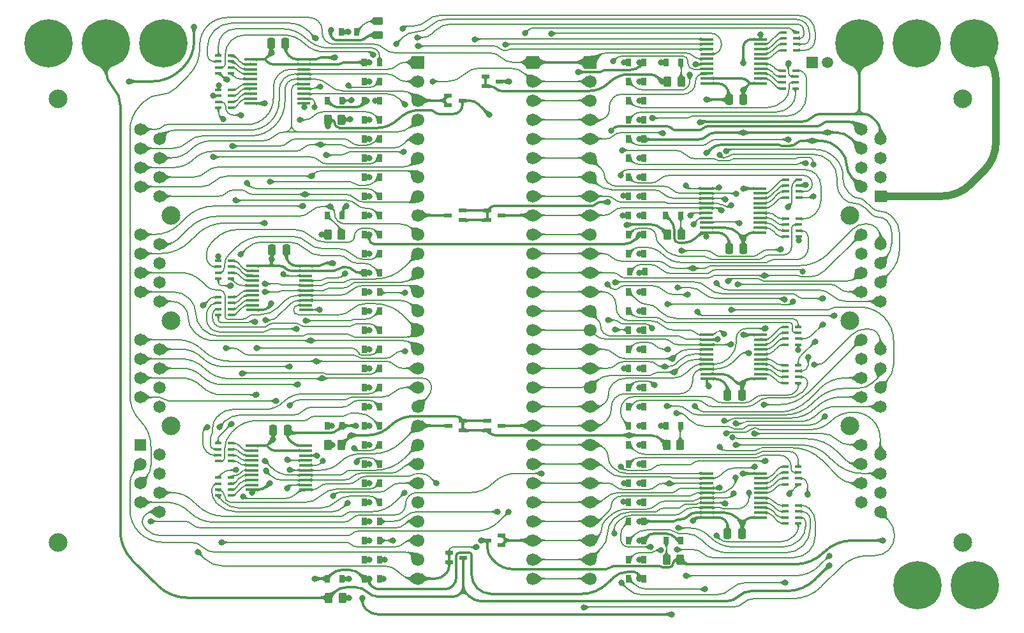
<source format=gtl>
%TF.GenerationSoftware,KiCad,Pcbnew,9.0.5-9.0.5~ubuntu24.04.1*%
%TF.CreationDate,2025-10-24T09:30:34+02:00*%
%TF.ProjectId,HCP65 56 Pin Tester,48435036-3520-4353-9620-50696e205465,V1*%
%TF.SameCoordinates,Original*%
%TF.FileFunction,Copper,L1,Top*%
%TF.FilePolarity,Positive*%
%FSLAX46Y46*%
G04 Gerber Fmt 4.6, Leading zero omitted, Abs format (unit mm)*
G04 Created by KiCad (PCBNEW 9.0.5-9.0.5~ubuntu24.04.1) date 2025-10-24 09:30:34*
%MOMM*%
%LPD*%
G01*
G04 APERTURE LIST*
G04 Aperture macros list*
%AMRoundRect*
0 Rectangle with rounded corners*
0 $1 Rounding radius*
0 $2 $3 $4 $5 $6 $7 $8 $9 X,Y pos of 4 corners*
0 Add a 4 corners polygon primitive as box body*
4,1,4,$2,$3,$4,$5,$6,$7,$8,$9,$2,$3,0*
0 Add four circle primitives for the rounded corners*
1,1,$1+$1,$2,$3*
1,1,$1+$1,$4,$5*
1,1,$1+$1,$6,$7*
1,1,$1+$1,$8,$9*
0 Add four rect primitives between the rounded corners*
20,1,$1+$1,$2,$3,$4,$5,0*
20,1,$1+$1,$4,$5,$6,$7,0*
20,1,$1+$1,$6,$7,$8,$9,0*
20,1,$1+$1,$8,$9,$2,$3,0*%
G04 Aperture macros list end*
%TA.AperFunction,SMDPad,CuDef*%
%ADD10R,0.800000X1.000000*%
%TD*%
%TA.AperFunction,SMDPad,CuDef*%
%ADD11RoundRect,0.250000X-0.262500X-0.450000X0.262500X-0.450000X0.262500X0.450000X-0.262500X0.450000X0*%
%TD*%
%TA.AperFunction,SMDPad,CuDef*%
%ADD12R,1.800000X0.450000*%
%TD*%
%TA.AperFunction,ComponentPad*%
%ADD13C,6.400000*%
%TD*%
%TA.AperFunction,SMDPad,CuDef*%
%ADD14R,0.900000X0.450000*%
%TD*%
%TA.AperFunction,SMDPad,CuDef*%
%ADD15R,1.000000X0.550000*%
%TD*%
%TA.AperFunction,SMDPad,CuDef*%
%ADD16RoundRect,0.250000X0.250000X0.475000X-0.250000X0.475000X-0.250000X-0.475000X0.250000X-0.475000X0*%
%TD*%
%TA.AperFunction,ComponentPad*%
%ADD17R,1.500000X1.500000*%
%TD*%
%TA.AperFunction,ComponentPad*%
%ADD18C,1.500000*%
%TD*%
%TA.AperFunction,SMDPad,CuDef*%
%ADD19RoundRect,0.250000X-0.250000X-0.475000X0.250000X-0.475000X0.250000X0.475000X-0.250000X0.475000X0*%
%TD*%
%TA.AperFunction,ComponentPad*%
%ADD20R,1.650000X1.650000*%
%TD*%
%TA.AperFunction,ComponentPad*%
%ADD21C,1.650000*%
%TD*%
%TA.AperFunction,ComponentPad*%
%ADD22C,2.475000*%
%TD*%
%TA.AperFunction,SMDPad,CuDef*%
%ADD23RoundRect,0.250000X0.450000X-0.262500X0.450000X0.262500X-0.450000X0.262500X-0.450000X-0.262500X0*%
%TD*%
%TA.AperFunction,ComponentPad*%
%ADD24R,1.700000X1.700000*%
%TD*%
%TA.AperFunction,ComponentPad*%
%ADD25C,1.700000*%
%TD*%
%TA.AperFunction,ViaPad*%
%ADD26C,0.800000*%
%TD*%
%TA.AperFunction,Conductor*%
%ADD27C,0.200000*%
%TD*%
%TA.AperFunction,Conductor*%
%ADD28C,0.380000*%
%TD*%
%TA.AperFunction,Conductor*%
%ADD29C,1.000000*%
%TD*%
G04 APERTURE END LIST*
D10*
%TO.P,LED56,1*%
%TO.N,/GNDb*%
X66802000Y-39370000D03*
%TO.P,LED56,2*%
%TO.N,/S47*%
X64801999Y-39370000D03*
%TD*%
%TO.P,LED36,1*%
%TO.N,/GNDb*%
X66786000Y8890000D03*
%TO.P,LED36,2*%
%TO.N,/S28*%
X64785999Y8890000D03*
%TD*%
%TO.P,LED4,1*%
%TO.N,Net-(LED4-Pad1)*%
X71736500Y-39370000D03*
%TO.P,LED4,2*%
%TO.N,/5Va*%
X69736499Y-39370000D03*
%TD*%
%TO.P,LED39,1*%
%TO.N,/GNDb*%
X66786000Y1270000D03*
%TO.P,LED39,2*%
%TO.N,/S31*%
X64785999Y1270000D03*
%TD*%
%TO.P,LED25,1*%
%TO.N,/GNDb*%
X29734000Y-46990000D03*
%TO.P,LED25,2*%
%TO.N,/S22*%
X31734001Y-46990000D03*
%TD*%
%TO.P,LED29,1*%
%TO.N,/GNDb*%
X29734000Y-36830000D03*
%TO.P,LED29,2*%
%TO.N,/S18*%
X31734001Y-36830000D03*
%TD*%
%TO.P,LED19,1*%
%TO.N,/GNDb*%
X29734000Y-21590000D03*
%TO.P,LED19,2*%
%TO.N,/S12*%
X31734001Y-21590000D03*
%TD*%
D11*
%TO.P,R1,1*%
%TO.N,/5Vc*%
X24868500Y1280000D03*
%TO.P,R1,2*%
%TO.N,Net-(LED1-Pad2)*%
X26693500Y1280000D03*
%TD*%
D10*
%TO.P,LED58,1*%
%TO.N,/GNDb*%
X66802000Y-44450000D03*
%TO.P,LED58,2*%
%TO.N,/S49*%
X64801999Y-44450000D03*
%TD*%
%TO.P,LED12,1*%
%TO.N,/GNDb*%
X29734000Y1270000D03*
%TO.P,LED12,2*%
%TO.N,/S3*%
X31734001Y1270000D03*
%TD*%
D11*
%TO.P,R11,1*%
%TO.N,Net-(LED2-Pad2)*%
X69810500Y-57140000D03*
%TO.P,R11,2*%
%TO.N,/5Vc*%
X71635500Y-57140000D03*
%TD*%
D10*
%TO.P,LED14,1*%
%TO.N,/GNDb*%
X29734000Y6350000D03*
%TO.P,LED14,2*%
%TO.N,/S1*%
X31734001Y6350000D03*
%TD*%
%TO.P,LED5,1*%
%TO.N,/GNDb*%
X24767500Y-59690000D03*
%TO.P,LED5,2*%
%TO.N,Net-(LED5-Pad2)*%
X26767501Y-59690000D03*
%TD*%
%TO.P,LED46,1*%
%TO.N,/GNDb*%
X66802000Y-16510000D03*
%TO.P,LED46,2*%
%TO.N,/S38*%
X64801999Y-16510000D03*
%TD*%
%TO.P,LED20,1*%
%TO.N,/GNDb*%
X29734000Y-19050000D03*
%TO.P,LED20,2*%
%TO.N,/S11*%
X31734001Y-19050000D03*
%TD*%
%TO.P,LED1,1*%
%TO.N,/GNDb*%
X24767500Y3810000D03*
%TO.P,LED1,2*%
%TO.N,Net-(LED1-Pad2)*%
X26767501Y3810000D03*
%TD*%
D12*
%TO.P,IC4,1,DIR*%
%TO.N,/GNDb*%
X82290000Y6092000D03*
%TO.P,IC4,2,A0*%
%TO.N,Net-(IC4-A0)*%
X82290000Y6742000D03*
%TO.P,IC4,3,A1*%
%TO.N,Net-(IC4-A1)*%
X82290001Y7392000D03*
%TO.P,IC4,4,A2*%
%TO.N,Net-(IC4-A2)*%
X82290000Y8042000D03*
%TO.P,IC4,5,A3*%
%TO.N,Net-(IC4-A3)*%
X82290000Y8692000D03*
%TO.P,IC4,6,A4*%
%TO.N,Net-(IC4-A4)*%
X82290000Y9342000D03*
%TO.P,IC4,7,A5*%
%TO.N,Net-(IC4-A5)*%
X82290000Y9992000D03*
%TO.P,IC4,8,A6*%
%TO.N,Net-(IC4-A6)*%
X82290001Y10642000D03*
%TO.P,IC4,9,A7*%
%TO.N,Net-(IC4-A7)*%
X82290000Y11292000D03*
%TO.P,IC4,10,GND*%
%TO.N,/GNDb*%
X82290000Y11942000D03*
%TO.P,IC4,11,B7*%
%TO.N,/IO24*%
X75190000Y11942000D03*
%TO.P,IC4,12,B6*%
%TO.N,/IO25*%
X75190000Y11292000D03*
%TO.P,IC4,13,B5*%
%TO.N,/IO26*%
X75189999Y10642000D03*
%TO.P,IC4,14,B4*%
%TO.N,/IO27*%
X75190000Y9992000D03*
%TO.P,IC4,15,B3*%
%TO.N,/IO28*%
X75190000Y9342000D03*
%TO.P,IC4,16,B2*%
%TO.N,/IO29*%
X75190000Y8692000D03*
%TO.P,IC4,17,B1*%
%TO.N,/IO30*%
X75190000Y8042000D03*
%TO.P,IC4,18,B0*%
%TO.N,/IO31*%
X75189999Y7392000D03*
%TO.P,IC4,19,~{OE}*%
%TO.N,/GNDb*%
X75190000Y6742000D03*
%TO.P,IC4,20,5V*%
%TO.N,/5Va*%
X75190000Y6092000D03*
%TD*%
D13*
%TO.P,H1,1,1*%
%TO.N,/12V*%
X110617000Y11430000D03*
%TD*%
%TO.P,H7,1,1*%
%TO.N,/GNDb*%
X110744000Y-60579000D03*
%TD*%
D10*
%TO.P,LED30,1*%
%TO.N,/GNDb*%
X29734000Y-34290000D03*
%TO.P,LED30,2*%
%TO.N,/S17*%
X31734001Y-34290000D03*
%TD*%
D12*
%TO.P,IC6,1,DIR*%
%TO.N,/GNDb*%
X82290000Y-33151000D03*
%TO.P,IC6,2,A0*%
%TO.N,Net-(IC6-A0)*%
X82290000Y-32501000D03*
%TO.P,IC6,3,A1*%
%TO.N,Net-(IC6-A1)*%
X82290001Y-31851000D03*
%TO.P,IC6,4,A2*%
%TO.N,Net-(IC6-A2)*%
X82290000Y-31201000D03*
%TO.P,IC6,5,A3*%
%TO.N,Net-(IC6-A3)*%
X82290000Y-30551000D03*
%TO.P,IC6,6,A4*%
%TO.N,Net-(IC6-A4)*%
X82290000Y-29901000D03*
%TO.P,IC6,7,A5*%
%TO.N,Net-(IC6-A5)*%
X82290000Y-29251000D03*
%TO.P,IC6,8,A6*%
%TO.N,Net-(IC6-A6)*%
X82290001Y-28601000D03*
%TO.P,IC6,9,A7*%
%TO.N,Net-(IC6-A7)*%
X82290000Y-27951000D03*
%TO.P,IC6,10,GND*%
%TO.N,/GNDb*%
X82290000Y-27301000D03*
%TO.P,IC6,11,B7*%
%TO.N,/IO40*%
X75190000Y-27301000D03*
%TO.P,IC6,12,B6*%
%TO.N,/IO41*%
X75190000Y-27951000D03*
%TO.P,IC6,13,B5*%
%TO.N,/IO42*%
X75189999Y-28601000D03*
%TO.P,IC6,14,B4*%
%TO.N,/IO43*%
X75190000Y-29251000D03*
%TO.P,IC6,15,B3*%
%TO.N,/IO44*%
X75190000Y-29901000D03*
%TO.P,IC6,16,B2*%
%TO.N,/IO45*%
X75190000Y-30551000D03*
%TO.P,IC6,17,B1*%
%TO.N,/IO46*%
X75190000Y-31201000D03*
%TO.P,IC6,18,B0*%
%TO.N,/IO47*%
X75189999Y-31851000D03*
%TO.P,IC6,19,~{OE}*%
%TO.N,/GNDb*%
X75190000Y-32501000D03*
%TO.P,IC6,20,5V*%
%TO.N,/5Va*%
X75190000Y-33151000D03*
%TD*%
D10*
%TO.P,LED55,1*%
%TO.N,/GNDb*%
X66802000Y-36830000D03*
%TO.P,LED55,2*%
%TO.N,/S46*%
X64801999Y-36830000D03*
%TD*%
D14*
%TO.P,RN1,1,R1*%
%TO.N,Net-(IC1-A7)*%
X12061000Y2835800D03*
%TO.P,RN1,2,R2*%
%TO.N,Net-(IC1-A6)*%
X12061000Y3635800D03*
%TO.P,RN1,3,R3*%
%TO.N,Net-(IC1-A5)*%
X12061000Y4435800D03*
%TO.P,RN1,4,R4*%
%TO.N,Net-(IC1-A4)*%
X12061000Y5235800D03*
%TO.P,RN1,5,R4*%
%TO.N,/S4*%
X10361000Y5235800D03*
%TO.P,RN1,6,R3*%
%TO.N,/S5*%
X10361000Y4435800D03*
%TO.P,RN1,7,R2*%
%TO.N,/S6*%
X10361000Y3635800D03*
%TO.P,RN1,8,R1*%
%TO.N,/S7*%
X10361000Y2835800D03*
%TD*%
D10*
%TO.P,LED57,1*%
%TO.N,/GNDb*%
X66802000Y-41910000D03*
%TO.P,LED57,2*%
%TO.N,/S48*%
X64801999Y-41910000D03*
%TD*%
%TO.P,LED27,1*%
%TO.N,/GNDb*%
X29734000Y-41910000D03*
%TO.P,LED27,2*%
%TO.N,/S20*%
X31734001Y-41910000D03*
%TD*%
D15*
%TO.P,D5,1,K1*%
%TO.N,/IO27*%
X40960000Y-56246000D03*
%TO.P,D5,2,K2*%
X40960000Y-57546000D03*
%TO.P,D5,3,A*%
%TO.N,/5Vb*%
X42859999Y-56896000D03*
%TD*%
D10*
%TO.P,LED22,1*%
%TO.N,/GNDb*%
X29734000Y-13970000D03*
%TO.P,LED22,2*%
%TO.N,/S9*%
X31734001Y-13970000D03*
%TD*%
%TO.P,LED63,1*%
%TO.N,/GNDb*%
X66802000Y-57150000D03*
%TO.P,LED63,2*%
%TO.N,/S54*%
X64801999Y-57150000D03*
%TD*%
%TO.P,LED9,1*%
%TO.N,/GNDb*%
X29734000Y-6350000D03*
%TO.P,LED9,2*%
%TO.N,/S6*%
X31734001Y-6350000D03*
%TD*%
D11*
%TO.P,R7,1*%
%TO.N,Net-(LED8-Pad1)*%
X24868500Y-41900000D03*
%TO.P,R7,2*%
%TO.N,/GNDd*%
X26693500Y-41900000D03*
%TD*%
D10*
%TO.P,LED8,1*%
%TO.N,Net-(LED8-Pad1)*%
X24767500Y-39370000D03*
%TO.P,LED8,2*%
%TO.N,/5Va*%
X26767501Y-39370000D03*
%TD*%
%TO.P,LED34,1*%
%TO.N,/GNDb*%
X29750000Y-57150000D03*
%TO.P,LED34,2*%
%TO.N,/S26*%
X31750001Y-57150000D03*
%TD*%
D14*
%TO.P,RN3,1,R1*%
%TO.N,Net-(IC4-A7)*%
X85354000Y12884000D03*
%TO.P,RN3,2,R2*%
%TO.N,Net-(IC4-A6)*%
X85354000Y12084000D03*
%TO.P,RN3,3,R3*%
%TO.N,Net-(IC4-A5)*%
X85354000Y11284000D03*
%TO.P,RN3,4,R4*%
%TO.N,Net-(IC4-A4)*%
X85354000Y10484000D03*
%TO.P,RN3,5,R4*%
%TO.N,/S27*%
X87054000Y10484000D03*
%TO.P,RN3,6,R3*%
%TO.N,/S26*%
X87054000Y11284000D03*
%TO.P,RN3,7,R2*%
%TO.N,/S25*%
X87054000Y12084000D03*
%TO.P,RN3,8,R1*%
%TO.N,/S24*%
X87054000Y12884000D03*
%TD*%
%TO.P,RN12,1,R1*%
%TO.N,Net-(IC6-A3)*%
X85608000Y-31312000D03*
%TO.P,RN12,2,R2*%
%TO.N,Net-(IC6-A2)*%
X85608000Y-32112000D03*
%TO.P,RN12,3,R3*%
%TO.N,Net-(IC6-A1)*%
X85608000Y-32912000D03*
%TO.P,RN12,4,R4*%
%TO.N,Net-(IC6-A0)*%
X85608000Y-33712000D03*
%TO.P,RN12,5,R4*%
%TO.N,/S47*%
X87308000Y-33712000D03*
%TO.P,RN12,6,R3*%
%TO.N,/S46*%
X87308000Y-32912000D03*
%TO.P,RN12,7,R2*%
%TO.N,/S45*%
X87308000Y-32112000D03*
%TO.P,RN12,8,R1*%
%TO.N,/S44*%
X87308000Y-31312000D03*
%TD*%
D10*
%TO.P,LED26,1*%
%TO.N,/GNDb*%
X29734000Y-44450000D03*
%TO.P,LED26,2*%
%TO.N,/S21*%
X31734001Y-44450000D03*
%TD*%
%TO.P,LED13,1*%
%TO.N,/GNDb*%
X29734000Y3810000D03*
%TO.P,LED13,2*%
%TO.N,/S2*%
X31734001Y3810000D03*
%TD*%
%TO.P,LED61,1*%
%TO.N,/GNDb*%
X66802000Y-52070000D03*
%TO.P,LED61,2*%
%TO.N,/S52*%
X64801999Y-52070000D03*
%TD*%
%TO.P,LED21,1*%
%TO.N,/GNDb*%
X29734000Y-16510000D03*
%TO.P,LED21,2*%
%TO.N,/S10*%
X31734001Y-16510000D03*
%TD*%
%TO.P,LED15,1*%
%TO.N,/GNDb*%
X29734000Y8890000D03*
%TO.P,LED15,2*%
%TO.N,/S0*%
X31734001Y8890000D03*
%TD*%
%TO.P,LED43,1*%
%TO.N,/GNDb*%
X66802000Y-8890000D03*
%TO.P,LED43,2*%
%TO.N,/S35*%
X64801999Y-8890000D03*
%TD*%
D16*
%TO.P,C4,1*%
%TO.N,/5Va*%
X19543000Y-39964000D03*
%TO.P,C4,2*%
%TO.N,/GNDb*%
X17643000Y-39964000D03*
%TD*%
D10*
%TO.P,LED16,1*%
%TO.N,/GNDb*%
X29734000Y-29210000D03*
%TO.P,LED16,2*%
%TO.N,/S15*%
X31734001Y-29210000D03*
%TD*%
D17*
%TO.P,C10,1*%
%TO.N,/5Va*%
X89170000Y8890000D03*
D18*
%TO.P,C10,2*%
%TO.N,/GNDb*%
X91170000Y8890000D03*
%TD*%
D12*
%TO.P,IC7,1,DIR*%
%TO.N,/GNDb*%
X82290000Y-51566000D03*
%TO.P,IC7,2,A0*%
%TO.N,Net-(IC7-A0)*%
X82290000Y-50916000D03*
%TO.P,IC7,3,A1*%
%TO.N,Net-(IC7-A1)*%
X82290001Y-50266000D03*
%TO.P,IC7,4,A2*%
%TO.N,Net-(IC7-A2)*%
X82290000Y-49616000D03*
%TO.P,IC7,5,A3*%
%TO.N,Net-(IC7-A3)*%
X82290000Y-48966000D03*
%TO.P,IC7,6,A4*%
%TO.N,Net-(IC7-A4)*%
X82290000Y-48316000D03*
%TO.P,IC7,7,A5*%
%TO.N,Net-(IC7-A5)*%
X82290000Y-47666000D03*
%TO.P,IC7,8,A6*%
%TO.N,Net-(IC7-A6)*%
X82290001Y-47016000D03*
%TO.P,IC7,9,A7*%
%TO.N,Net-(IC7-A7)*%
X82290000Y-46366000D03*
%TO.P,IC7,10,GND*%
%TO.N,/GNDb*%
X82290000Y-45716000D03*
%TO.P,IC7,11,B7*%
%TO.N,/IO48*%
X75190000Y-45716000D03*
%TO.P,IC7,12,B6*%
%TO.N,/IO49*%
X75190000Y-46366000D03*
%TO.P,IC7,13,B5*%
%TO.N,/IO50*%
X75189999Y-47016000D03*
%TO.P,IC7,14,B4*%
%TO.N,/IO51*%
X75190000Y-47666000D03*
%TO.P,IC7,15,B3*%
%TO.N,/IO52*%
X75190000Y-48316000D03*
%TO.P,IC7,16,B2*%
%TO.N,/IO53*%
X75190000Y-48966000D03*
%TO.P,IC7,17,B1*%
%TO.N,/IO54*%
X75190000Y-49616000D03*
%TO.P,IC7,18,B0*%
%TO.N,/IO55*%
X75189999Y-50266000D03*
%TO.P,IC7,19,~{OE}*%
%TO.N,/GNDb*%
X75190000Y-50916000D03*
%TO.P,IC7,20,5V*%
%TO.N,/5Va*%
X75190000Y-51566000D03*
%TD*%
D10*
%TO.P,LED3,1*%
%TO.N,Net-(LED3-Pad1)*%
X71707000Y-11430000D03*
%TO.P,LED3,2*%
%TO.N,/5Va*%
X69706999Y-11430000D03*
%TD*%
D19*
%TO.P,C2,1*%
%TO.N,/5Va*%
X78110000Y3937000D03*
%TO.P,C2,2*%
%TO.N,/GNDb*%
X80010000Y3937000D03*
%TD*%
D15*
%TO.P,D1,1,K1*%
%TO.N,/IO2*%
X40833000Y4460000D03*
%TO.P,D1,2,K2*%
X40833000Y3160000D03*
%TO.P,D1,3,A*%
%TO.N,/5Vc*%
X42732999Y3810000D03*
%TD*%
D14*
%TO.P,RN6,1,R1*%
%TO.N,Net-(IC2-A3)*%
X12055000Y-19869000D03*
%TO.P,RN6,2,R2*%
%TO.N,Net-(IC2-A2)*%
X12055000Y-19069000D03*
%TO.P,RN6,3,R3*%
%TO.N,Net-(IC2-A1)*%
X12055000Y-18269000D03*
%TO.P,RN6,4,R4*%
%TO.N,Net-(IC2-A0)*%
X12055000Y-17469000D03*
%TO.P,RN6,5,R4*%
%TO.N,/S8*%
X10355000Y-17469000D03*
%TO.P,RN6,6,R3*%
%TO.N,/S9*%
X10355000Y-18269000D03*
%TO.P,RN6,7,R2*%
%TO.N,/S10*%
X10355000Y-19069000D03*
%TO.P,RN6,8,R1*%
%TO.N,/S11*%
X10355000Y-19869000D03*
%TD*%
%TO.P,RN14,1,R1*%
%TO.N,Net-(IC7-A3)*%
X85608000Y-49981000D03*
%TO.P,RN14,2,R2*%
%TO.N,Net-(IC7-A2)*%
X85608000Y-50781000D03*
%TO.P,RN14,3,R3*%
%TO.N,Net-(IC7-A1)*%
X85608000Y-51581000D03*
%TO.P,RN14,4,R4*%
%TO.N,Net-(IC7-A0)*%
X85608000Y-52381000D03*
%TO.P,RN14,5,R4*%
%TO.N,/S55*%
X87308000Y-52381000D03*
%TO.P,RN14,6,R3*%
%TO.N,/S54*%
X87308000Y-51581000D03*
%TO.P,RN14,7,R2*%
%TO.N,/S53*%
X87308000Y-50781000D03*
%TO.P,RN14,8,R1*%
%TO.N,/S52*%
X87308000Y-49981000D03*
%TD*%
D12*
%TO.P,IC1,1,DIR*%
%TO.N,/GNDb*%
X14611000Y9275000D03*
%TO.P,IC1,2,A0*%
%TO.N,Net-(IC1-A0)*%
X14611000Y8625000D03*
%TO.P,IC1,3,A1*%
%TO.N,Net-(IC1-A1)*%
X14610999Y7975000D03*
%TO.P,IC1,4,A2*%
%TO.N,Net-(IC1-A2)*%
X14611000Y7325000D03*
%TO.P,IC1,5,A3*%
%TO.N,Net-(IC1-A3)*%
X14611000Y6675000D03*
%TO.P,IC1,6,A4*%
%TO.N,Net-(IC1-A4)*%
X14611000Y6025000D03*
%TO.P,IC1,7,A5*%
%TO.N,Net-(IC1-A5)*%
X14611000Y5375000D03*
%TO.P,IC1,8,A6*%
%TO.N,Net-(IC1-A6)*%
X14610999Y4725000D03*
%TO.P,IC1,9,A7*%
%TO.N,Net-(IC1-A7)*%
X14611000Y4075000D03*
%TO.P,IC1,10,GND*%
%TO.N,/GNDb*%
X14611000Y3425000D03*
%TO.P,IC1,11,B7*%
%TO.N,/IO7*%
X21711000Y3425000D03*
%TO.P,IC1,12,B6*%
%TO.N,/IO6*%
X21711000Y4075000D03*
%TO.P,IC1,13,B5*%
%TO.N,/IO5*%
X21711001Y4725000D03*
%TO.P,IC1,14,B4*%
%TO.N,/IO4*%
X21711000Y5375000D03*
%TO.P,IC1,15,B3*%
%TO.N,/IO3*%
X21711000Y6025000D03*
%TO.P,IC1,16,B2*%
%TO.N,/IO2*%
X21711000Y6675000D03*
%TO.P,IC1,17,B1*%
%TO.N,/IO1*%
X21711000Y7325000D03*
%TO.P,IC1,18,B0*%
%TO.N,/IO0*%
X21711001Y7975000D03*
%TO.P,IC1,19,~{OE}*%
%TO.N,/GNDb*%
X21711000Y8625000D03*
%TO.P,IC1,20,5V*%
%TO.N,/5Va*%
X21711000Y9275000D03*
%TD*%
D16*
%TO.P,C5,1*%
%TO.N,/5Va*%
X19349000Y-16002000D03*
%TO.P,C5,2*%
%TO.N,/GNDb*%
X17449000Y-16002000D03*
%TD*%
D12*
%TO.P,IC3,1,DIR*%
%TO.N,/GNDb*%
X14799000Y-42033000D03*
%TO.P,IC3,2,A0*%
%TO.N,Net-(IC3-A0)*%
X14799000Y-42683000D03*
%TO.P,IC3,3,A1*%
%TO.N,Net-(IC3-A1)*%
X14798999Y-43333000D03*
%TO.P,IC3,4,A2*%
%TO.N,Net-(IC3-A2)*%
X14799000Y-43983000D03*
%TO.P,IC3,5,A3*%
%TO.N,Net-(IC3-A3)*%
X14799000Y-44633000D03*
%TO.P,IC3,6,A4*%
%TO.N,Net-(IC3-A4)*%
X14799000Y-45283000D03*
%TO.P,IC3,7,A5*%
%TO.N,Net-(IC3-A5)*%
X14799000Y-45933000D03*
%TO.P,IC3,8,A6*%
%TO.N,Net-(IC3-A6)*%
X14798999Y-46583000D03*
%TO.P,IC3,9,A7*%
%TO.N,Net-(IC3-A7)*%
X14799000Y-47233000D03*
%TO.P,IC3,10,GND*%
%TO.N,/GNDb*%
X14799000Y-47883000D03*
%TO.P,IC3,11,B7*%
%TO.N,/IO23*%
X21899000Y-47883000D03*
%TO.P,IC3,12,B6*%
%TO.N,/IO22*%
X21899000Y-47233000D03*
%TO.P,IC3,13,B5*%
%TO.N,/IO21*%
X21899001Y-46583000D03*
%TO.P,IC3,14,B4*%
%TO.N,/IO20*%
X21899000Y-45933000D03*
%TO.P,IC3,15,B3*%
%TO.N,/IO19*%
X21899000Y-45283000D03*
%TO.P,IC3,16,B2*%
%TO.N,/IO18*%
X21899000Y-44633000D03*
%TO.P,IC3,17,B1*%
%TO.N,/IO17*%
X21899000Y-43983000D03*
%TO.P,IC3,18,B0*%
%TO.N,/IO16*%
X21899001Y-43333000D03*
%TO.P,IC3,19,~{OE}*%
%TO.N,/GNDb*%
X21899000Y-42683000D03*
%TO.P,IC3,20,5V*%
%TO.N,/5Va*%
X21899000Y-42033000D03*
%TD*%
D10*
%TO.P,LED6,1*%
%TO.N,Net-(LED6-Pad1)*%
X71736500Y8890000D03*
%TO.P,LED6,2*%
%TO.N,/5Va*%
X69736499Y8890000D03*
%TD*%
D14*
%TO.P,RN9,1,R1*%
%TO.N,Net-(IC3-A3)*%
X11989000Y-44085000D03*
%TO.P,RN9,2,R2*%
%TO.N,Net-(IC3-A2)*%
X11989000Y-43285000D03*
%TO.P,RN9,3,R3*%
%TO.N,Net-(IC3-A1)*%
X11989000Y-42485000D03*
%TO.P,RN9,4,R4*%
%TO.N,Net-(IC3-A0)*%
X11989000Y-41685000D03*
%TO.P,RN9,5,R4*%
%TO.N,/S16*%
X10289000Y-41685000D03*
%TO.P,RN9,6,R3*%
%TO.N,/S17*%
X10289000Y-42485000D03*
%TO.P,RN9,7,R2*%
%TO.N,/S18*%
X10289000Y-43285000D03*
%TO.P,RN9,8,R1*%
%TO.N,/S19*%
X10289000Y-44085000D03*
%TD*%
D10*
%TO.P,LED17,1*%
%TO.N,/GNDb*%
X29734000Y-26670000D03*
%TO.P,LED17,2*%
%TO.N,/S14*%
X31734001Y-26670000D03*
%TD*%
%TO.P,LED18,1*%
%TO.N,/GNDb*%
X29734000Y-24130000D03*
%TO.P,LED18,2*%
%TO.N,/S13*%
X31734001Y-24130000D03*
%TD*%
D19*
%TO.P,C7,1*%
%TO.N,/5Va*%
X77933000Y-53721000D03*
%TO.P,C7,2*%
%TO.N,/GNDb*%
X79833000Y-53721000D03*
%TD*%
D16*
%TO.P,C1,1*%
%TO.N,/5Va*%
X19234000Y11445000D03*
%TO.P,C1,2*%
%TO.N,/GNDb*%
X17334000Y11445000D03*
%TD*%
D20*
%TO.P,J1,A1,A1*%
%TO.N,/IO24*%
X0Y-41910000D03*
D21*
%TO.P,J1,A2,A2*%
%TO.N,/IO25*%
X2540000Y-43180000D03*
%TO.P,J1,A3,A3*%
%TO.N,/IO26*%
X0Y-44450000D03*
%TO.P,J1,A4,A4*%
%TO.N,/IO27*%
X2540000Y-45720000D03*
%TO.P,J1,A5,A5*%
%TO.N,/IO28*%
X0Y-46989999D03*
%TO.P,J1,A6,A6*%
%TO.N,/IO29*%
X2540000Y-48260000D03*
%TO.P,J1,A7,A7*%
%TO.N,/IO30*%
X0Y-49530000D03*
%TO.P,J1,A8,A8*%
%TO.N,/IO31*%
X2540000Y-50800000D03*
%TO.P,J1,B1,B1*%
%TO.N,/IO16*%
X0Y-27940000D03*
%TO.P,J1,B2,B2*%
%TO.N,/IO17*%
X2540000Y-29210000D03*
%TO.P,J1,B3,B3*%
%TO.N,/IO18*%
X0Y-30479999D03*
%TO.P,J1,B4,B4*%
%TO.N,/IO19*%
X2540000Y-31750000D03*
%TO.P,J1,B5,B5*%
%TO.N,/IO20*%
X0Y-33020000D03*
%TO.P,J1,B6,B6*%
%TO.N,/IO21*%
X2540000Y-34290000D03*
%TO.P,J1,B7,B7*%
%TO.N,/IO22*%
X0Y-35560000D03*
%TO.P,J1,B8,B8*%
%TO.N,/IO23*%
X2540000Y-36830000D03*
%TO.P,J1,C1,C1*%
%TO.N,/IO8*%
X0Y-13970001D03*
%TO.P,J1,C2,C2*%
%TO.N,/IO9*%
X2540000Y-15240000D03*
%TO.P,J1,C3,C3*%
%TO.N,/IO10*%
X0Y-16510000D03*
%TO.P,J1,C4,C4*%
%TO.N,/IO11*%
X2540000Y-17780000D03*
%TO.P,J1,C5,C5*%
%TO.N,/IO12*%
X0Y-19050000D03*
%TO.P,J1,C6,C6*%
%TO.N,/IO13*%
X2540000Y-20320000D03*
%TO.P,J1,C7,C7*%
%TO.N,/IO14*%
X0Y-21590000D03*
%TO.P,J1,C8,C8*%
%TO.N,/IO15*%
X2540000Y-22860000D03*
%TO.P,J1,D1,D1*%
%TO.N,/IO0*%
X0Y0D03*
%TO.P,J1,D2,D2*%
%TO.N,/IO1*%
X2540000Y-1270000D03*
%TO.P,J1,D3,D3*%
%TO.N,/IO2*%
X0Y-2540000D03*
%TO.P,J1,D4,D4*%
%TO.N,/IO3*%
X2540000Y-3810000D03*
%TO.P,J1,D5,D5*%
%TO.N,/IO4*%
X0Y-5080000D03*
%TO.P,J1,D6,D6*%
%TO.N,/IO5*%
X2540000Y-6350000D03*
%TO.P,J1,D7,D7*%
%TO.N,/IO6*%
X0Y-7619999D03*
%TO.P,J1,D8,D8*%
%TO.N,/IO7*%
X2540000Y-8890000D03*
D22*
%TO.P,J1,MH1,MH1*%
%TO.N,unconnected-(J1-PadMH1)*%
X-10920000Y4060000D03*
%TO.P,J1,MH2,MH2*%
%TO.N,unconnected-(J1-PadMH2)*%
X4060000Y-11430000D03*
%TO.P,J1,MH3,MH3*%
%TO.N,unconnected-(J1-PadMH3)*%
X4060000Y-25400001D03*
%TO.P,J1,MH4,MH4*%
%TO.N,unconnected-(J1-PadMH4)*%
X4060000Y-39370000D03*
%TO.P,J1,MH5,MH5*%
%TO.N,unconnected-(J1-PadMH5)*%
X-10920000Y-54860000D03*
%TD*%
D13*
%TO.P,H5,1,1*%
%TO.N,/GNDa*%
X103124000Y-60579000D03*
%TD*%
D10*
%TO.P,LED37,1*%
%TO.N,/GNDb*%
X66802000Y6350000D03*
%TO.P,LED37,2*%
%TO.N,/S29*%
X64801999Y6350000D03*
%TD*%
%TO.P,LED62,1*%
%TO.N,/GNDb*%
X66802000Y-54610000D03*
%TO.P,LED62,2*%
%TO.N,/S53*%
X64801999Y-54610000D03*
%TD*%
%TO.P,LED31,1*%
%TO.N,/GNDb*%
X29734000Y-31750000D03*
%TO.P,LED31,2*%
%TO.N,/S16*%
X31734001Y-31750000D03*
%TD*%
D14*
%TO.P,RN2,1,R1*%
%TO.N,Net-(IC1-A3)*%
X12061000Y7402800D03*
%TO.P,RN2,2,R2*%
%TO.N,Net-(IC1-A2)*%
X12061000Y8202800D03*
%TO.P,RN2,3,R3*%
%TO.N,Net-(IC1-A1)*%
X12061000Y9002800D03*
%TO.P,RN2,4,R4*%
%TO.N,Net-(IC1-A0)*%
X12061000Y9802800D03*
%TO.P,RN2,5,R4*%
%TO.N,/S0*%
X10361000Y9802800D03*
%TO.P,RN2,6,R3*%
%TO.N,/S1*%
X10361000Y9002800D03*
%TO.P,RN2,7,R2*%
%TO.N,/S2*%
X10361000Y8202800D03*
%TO.P,RN2,8,R1*%
%TO.N,/S3*%
X10361000Y7402800D03*
%TD*%
D10*
%TO.P,LED42,1*%
%TO.N,/GNDb*%
X66802000Y-6350000D03*
%TO.P,LED42,2*%
%TO.N,/S34*%
X64801999Y-6350000D03*
%TD*%
%TO.P,LED60,1*%
%TO.N,/GNDb*%
X66802000Y-49530000D03*
%TO.P,LED60,2*%
%TO.N,/S51*%
X64801999Y-49530000D03*
%TD*%
D15*
%TO.P,D8,1,K1*%
%TO.N,/GNDd*%
X42794000Y-40020000D03*
%TO.P,D8,2,K2*%
X42794000Y-38720000D03*
%TO.P,D8,3,A*%
%TO.N,/IO19*%
X40894001Y-39370000D03*
%TD*%
D10*
%TO.P,LED44,1*%
%TO.N,/GNDb*%
X66786000Y-11430000D03*
%TO.P,LED44,2*%
%TO.N,/S36*%
X64785999Y-11430000D03*
%TD*%
D11*
%TO.P,R4,1*%
%TO.N,/5Vb*%
X24995500Y-62220000D03*
%TO.P,R4,2*%
%TO.N,Net-(LED5-Pad2)*%
X26820500Y-62220000D03*
%TD*%
D23*
%TO.P,R12,1*%
%TO.N,/5Va*%
X31496000Y12526000D03*
%TO.P,R12,2*%
%TO.N,Net-(LED65-Pad2)*%
X31496000Y14351000D03*
%TD*%
D19*
%TO.P,C3,1*%
%TO.N,/5Va*%
X78105000Y-15875000D03*
%TO.P,C3,2*%
%TO.N,/GNDb*%
X80005000Y-15875000D03*
%TD*%
D24*
%TO.P,J8,1,Pin_1*%
%TO.N,/IO0*%
X36830000Y8890000D03*
D25*
%TO.P,J8,2,Pin_2*%
%TO.N,/IO1*%
X36830000Y6350000D03*
%TO.P,J8,3,Pin_3*%
%TO.N,/IO2*%
X36830000Y3810000D03*
%TO.P,J8,4,Pin_4*%
%TO.N,/IO3*%
X36830000Y1270000D03*
%TO.P,J8,5,Pin_5*%
%TO.N,/IO4*%
X36830000Y-1270000D03*
%TO.P,J8,6,Pin_6*%
%TO.N,/IO5*%
X36830000Y-3810000D03*
%TO.P,J8,7,Pin_7*%
%TO.N,/IO6*%
X36830000Y-6350000D03*
%TO.P,J8,8,Pin_8*%
%TO.N,/IO7*%
X36830000Y-8890000D03*
%TO.P,J8,9,Pin_9*%
%TO.N,/IO8*%
X36830000Y-11430000D03*
%TO.P,J8,10,Pin_10*%
%TO.N,/IO9*%
X36830000Y-13970000D03*
%TO.P,J8,11,Pin_11*%
%TO.N,/IO10*%
X36830000Y-16510000D03*
%TO.P,J8,12,Pin_12*%
%TO.N,/IO11*%
X36830000Y-19050000D03*
%TO.P,J8,13,Pin_13*%
%TO.N,/IO12*%
X36830000Y-21590000D03*
%TO.P,J8,14,Pin_14*%
%TO.N,/IO13*%
X36830000Y-24130000D03*
%TO.P,J8,15,Pin_15*%
%TO.N,/IO14*%
X36830000Y-26670000D03*
%TO.P,J8,16,Pin_16*%
%TO.N,/IO15*%
X36830000Y-29210000D03*
%TO.P,J8,17,Pin_17*%
%TO.N,/IO16*%
X36830000Y-31750000D03*
%TO.P,J8,18,Pin_18*%
%TO.N,/IO17*%
X36830000Y-34290000D03*
%TO.P,J8,19,Pin_19*%
%TO.N,/IO18*%
X36830000Y-36830000D03*
%TO.P,J8,20,Pin_20*%
%TO.N,/IO19*%
X36830000Y-39370000D03*
%TO.P,J8,21,Pin_21*%
%TO.N,/IO20*%
X36830000Y-41910000D03*
%TO.P,J8,22,Pin_22*%
%TO.N,/IO21*%
X36830000Y-44450000D03*
%TO.P,J8,23,Pin_23*%
%TO.N,/IO22*%
X36830000Y-46990000D03*
%TO.P,J8,24,Pin_24*%
%TO.N,/IO23*%
X36830000Y-49530000D03*
%TO.P,J8,25,Pin_25*%
%TO.N,/IO24*%
X36830000Y-52070000D03*
%TO.P,J8,26,Pin_26*%
%TO.N,/IO25*%
X36830000Y-54610000D03*
%TO.P,J8,27,Pin_27*%
%TO.N,/IO26*%
X36830000Y-57150000D03*
%TO.P,J8,28,Pin_28*%
%TO.N,/IO27*%
X36830000Y-59690000D03*
%TD*%
D15*
%TO.P,D7,1,K1*%
%TO.N,/GNDd*%
X42733000Y-12080000D03*
%TO.P,D7,2,K2*%
X42733000Y-10780000D03*
%TO.P,D7,3,A*%
%TO.N,/IO8*%
X40833001Y-11430000D03*
%TD*%
D10*
%TO.P,LED7,1*%
%TO.N,Net-(LED7-Pad1)*%
X24767500Y-11430000D03*
%TO.P,LED7,2*%
%TO.N,/5Va*%
X26767501Y-11430000D03*
%TD*%
D13*
%TO.P,H2,1,1*%
%TO.N,/5Va*%
X-12192000Y11430000D03*
%TD*%
D10*
%TO.P,LED23,1*%
%TO.N,/GNDb*%
X29734000Y-11430000D03*
%TO.P,LED23,2*%
%TO.N,/S8*%
X31734001Y-11430000D03*
%TD*%
%TO.P,LED53,1*%
%TO.N,/GNDb*%
X66802000Y-31750000D03*
%TO.P,LED53,2*%
%TO.N,/S44*%
X64801999Y-31750000D03*
%TD*%
%TO.P,LED24,1*%
%TO.N,/GNDb*%
X29734000Y-49530000D03*
%TO.P,LED24,2*%
%TO.N,/S23*%
X31734001Y-49530000D03*
%TD*%
%TO.P,LED52,1*%
%TO.N,/GNDb*%
X66802000Y-29210000D03*
%TO.P,LED52,2*%
%TO.N,/S43*%
X64801999Y-29210000D03*
%TD*%
D15*
%TO.P,D6,1,K1*%
%TO.N,/GNDc*%
X45786000Y7000000D03*
%TO.P,D6,2,K2*%
X45786000Y5700000D03*
%TO.P,D6,3,A*%
%TO.N,/IO28*%
X47685999Y6350000D03*
%TD*%
D10*
%TO.P,LED35,1*%
%TO.N,/GNDb*%
X29750000Y-59690000D03*
%TO.P,LED35,2*%
%TO.N,/S27*%
X31750001Y-59690000D03*
%TD*%
%TO.P,LED10,1*%
%TO.N,/GNDb*%
X29734000Y-3810000D03*
%TO.P,LED10,2*%
%TO.N,/S5*%
X31734001Y-3810000D03*
%TD*%
D14*
%TO.P,RN4,1,R1*%
%TO.N,Net-(IC4-A3)*%
X85227000Y7804000D03*
%TO.P,RN4,2,R2*%
%TO.N,Net-(IC4-A2)*%
X85227000Y7004000D03*
%TO.P,RN4,3,R3*%
%TO.N,Net-(IC4-A1)*%
X85227000Y6204000D03*
%TO.P,RN4,4,R4*%
%TO.N,Net-(IC4-A0)*%
X85227000Y5404000D03*
%TO.P,RN4,5,R4*%
%TO.N,/S31*%
X86927000Y5404000D03*
%TO.P,RN4,6,R3*%
%TO.N,/S30*%
X86927000Y6204000D03*
%TO.P,RN4,7,R2*%
%TO.N,/S29*%
X86927000Y7004000D03*
%TO.P,RN4,8,R1*%
%TO.N,/S28*%
X86927000Y7804000D03*
%TD*%
D24*
%TO.P,J3,1,Pin_1*%
%TO.N,/IO28*%
X52070000Y8890000D03*
D25*
%TO.P,J3,2,Pin_2*%
%TO.N,/IO29*%
X52070000Y6350000D03*
%TO.P,J3,3,Pin_3*%
%TO.N,/IO30*%
X52070000Y3810000D03*
%TO.P,J3,4,Pin_4*%
%TO.N,/IO31*%
X52070000Y1270000D03*
%TO.P,J3,5,Pin_5*%
%TO.N,/IO32*%
X52070000Y-1270000D03*
%TO.P,J3,6,Pin_6*%
%TO.N,/IO33*%
X52070000Y-3810000D03*
%TO.P,J3,7,Pin_7*%
%TO.N,/IO34*%
X52070000Y-6350000D03*
%TO.P,J3,8,Pin_8*%
%TO.N,/IO35*%
X52070000Y-8890000D03*
%TO.P,J3,9,Pin_9*%
%TO.N,/IO36*%
X52070000Y-11430000D03*
%TO.P,J3,10,Pin_10*%
%TO.N,/IO37*%
X52070000Y-13970000D03*
%TO.P,J3,11,Pin_11*%
%TO.N,/IO38*%
X52070000Y-16510000D03*
%TO.P,J3,12,Pin_12*%
%TO.N,/IO39*%
X52070000Y-19050000D03*
%TO.P,J3,13,Pin_13*%
%TO.N,/IO40*%
X52070000Y-21590000D03*
%TO.P,J3,14,Pin_14*%
%TO.N,/IO41*%
X52070000Y-24130000D03*
%TO.P,J3,15,Pin_15*%
%TO.N,/IO42*%
X52070000Y-26670000D03*
%TO.P,J3,16,Pin_16*%
%TO.N,/IO43*%
X52070000Y-29210000D03*
%TO.P,J3,17,Pin_17*%
%TO.N,/IO44*%
X52070000Y-31750000D03*
%TO.P,J3,18,Pin_18*%
%TO.N,/IO45*%
X52070000Y-34290000D03*
%TO.P,J3,19,Pin_19*%
%TO.N,/IO46*%
X52070000Y-36830000D03*
%TO.P,J3,20,Pin_20*%
%TO.N,/IO47*%
X52070000Y-39370000D03*
%TO.P,J3,21,Pin_21*%
%TO.N,/IO48*%
X52070000Y-41910000D03*
%TO.P,J3,22,Pin_22*%
%TO.N,/IO49*%
X52070000Y-44450000D03*
%TO.P,J3,23,Pin_23*%
%TO.N,/IO50*%
X52070000Y-46990000D03*
%TO.P,J3,24,Pin_24*%
%TO.N,/IO51*%
X52070000Y-49530000D03*
%TO.P,J3,25,Pin_25*%
%TO.N,/IO52*%
X52070000Y-52070000D03*
%TO.P,J3,26,Pin_26*%
%TO.N,/IO53*%
X52070000Y-54610000D03*
%TO.P,J3,27,Pin_27*%
%TO.N,/IO54*%
X52070000Y-57150000D03*
%TO.P,J3,28,Pin_28*%
%TO.N,/IO55*%
X52070000Y-59690000D03*
%TD*%
D10*
%TO.P,LED59,1*%
%TO.N,/GNDb*%
X66802000Y-46990000D03*
%TO.P,LED59,2*%
%TO.N,/S50*%
X64801999Y-46990000D03*
%TD*%
%TO.P,LED47,1*%
%TO.N,/GNDb*%
X66929000Y-18923000D03*
%TO.P,LED47,2*%
%TO.N,/S39*%
X64928999Y-18923000D03*
%TD*%
D14*
%TO.P,RN10,1,R1*%
%TO.N,Net-(IC3-A7)*%
X11989000Y-48657000D03*
%TO.P,RN10,2,R2*%
%TO.N,Net-(IC3-A6)*%
X11989000Y-47857000D03*
%TO.P,RN10,3,R3*%
%TO.N,Net-(IC3-A5)*%
X11989000Y-47057000D03*
%TO.P,RN10,4,R4*%
%TO.N,Net-(IC3-A4)*%
X11989000Y-46257000D03*
%TO.P,RN10,5,R4*%
%TO.N,/S20*%
X10289000Y-46257000D03*
%TO.P,RN10,6,R3*%
%TO.N,/S21*%
X10289000Y-47057000D03*
%TO.P,RN10,7,R2*%
%TO.N,/S22*%
X10289000Y-47857000D03*
%TO.P,RN10,8,R1*%
%TO.N,/S23*%
X10289000Y-48657000D03*
%TD*%
D10*
%TO.P,LED50,1*%
%TO.N,/GNDb*%
X66802000Y-24130000D03*
%TO.P,LED50,2*%
%TO.N,/S41*%
X64801999Y-24130000D03*
%TD*%
%TO.P,LED33,1*%
%TO.N,/GNDb*%
X29750000Y-54610000D03*
%TO.P,LED33,2*%
%TO.N,/S25*%
X31750001Y-54610000D03*
%TD*%
D13*
%TO.P,H3,1,1*%
%TO.N,/5Vb*%
X-4572000Y11430000D03*
%TD*%
D14*
%TO.P,RN5,1,R1*%
%TO.N,Net-(IC2-A7)*%
X12055000Y-24695000D03*
%TO.P,RN5,2,R2*%
%TO.N,Net-(IC2-A6)*%
X12055000Y-23895000D03*
%TO.P,RN5,3,R3*%
%TO.N,Net-(IC2-A5)*%
X12055000Y-23095000D03*
%TO.P,RN5,4,R4*%
%TO.N,Net-(IC2-A4)*%
X12055000Y-22295000D03*
%TO.P,RN5,5,R4*%
%TO.N,/S12*%
X10355000Y-22295000D03*
%TO.P,RN5,6,R3*%
%TO.N,/S13*%
X10355000Y-23095000D03*
%TO.P,RN5,7,R2*%
%TO.N,/S14*%
X10355000Y-23895000D03*
%TO.P,RN5,8,R1*%
%TO.N,/S15*%
X10355000Y-24695000D03*
%TD*%
D10*
%TO.P,LED32,1*%
%TO.N,/GNDb*%
X29750000Y-52070000D03*
%TO.P,LED32,2*%
%TO.N,/S24*%
X31750001Y-52070000D03*
%TD*%
%TO.P,LED64,1*%
%TO.N,/GNDb*%
X66802000Y-59690000D03*
%TO.P,LED64,2*%
%TO.N,/S55*%
X64801999Y-59690000D03*
%TD*%
%TO.P,LED51,1*%
%TO.N,/GNDb*%
X66802000Y-26670000D03*
%TO.P,LED51,2*%
%TO.N,/S42*%
X64801999Y-26670000D03*
%TD*%
D15*
%TO.P,D4,1,K1*%
%TO.N,/GNDd*%
X46040000Y-38720000D03*
%TO.P,D4,2,K2*%
X46040000Y-40020000D03*
%TO.P,D4,3,A*%
%TO.N,/IO47*%
X47939999Y-39370000D03*
%TD*%
D19*
%TO.P,C6,1*%
%TO.N,/5Va*%
X77933000Y-35306000D03*
%TO.P,C6,2*%
%TO.N,/GNDb*%
X79833000Y-35306000D03*
%TD*%
D13*
%TO.P,H6,1,1*%
%TO.N,/GNDc*%
X95377000Y11430000D03*
%TD*%
%TO.P,H8,1,1*%
%TO.N,/GNDd*%
X102997000Y11430000D03*
%TD*%
D20*
%TO.P,J4,A1,A1*%
%TO.N,/12V*%
X98173500Y-8890000D03*
D21*
%TO.P,J4,A2,A2*%
%TO.N,/5Va*%
X95633500Y-7620000D03*
%TO.P,J4,A3,A3*%
%TO.N,/5Vb*%
X98173500Y-6350000D03*
%TO.P,J4,A4,A4*%
%TO.N,/5Vc*%
X95633500Y-5080000D03*
%TO.P,J4,A5,A5*%
%TO.N,/GNDa*%
X98173500Y-3810001D03*
%TO.P,J4,A6,A6*%
%TO.N,/GNDb*%
X95633500Y-2540000D03*
%TO.P,J4,A7,A7*%
%TO.N,/GNDc*%
X98173500Y-1270000D03*
%TO.P,J4,A8,A8*%
%TO.N,/GNDd*%
X95633500Y0D03*
%TO.P,J4,B1,B1*%
%TO.N,/IO32*%
X98173500Y-22860000D03*
%TO.P,J4,B2,B2*%
%TO.N,/IO33*%
X95633500Y-21590000D03*
%TO.P,J4,B3,B3*%
%TO.N,/IO34*%
X98173500Y-20320001D03*
%TO.P,J4,B4,B4*%
%TO.N,/IO35*%
X95633500Y-19050000D03*
%TO.P,J4,B5,B5*%
%TO.N,/IO36*%
X98173500Y-17780000D03*
%TO.P,J4,B6,B6*%
%TO.N,/IO37*%
X95633500Y-16510000D03*
%TO.P,J4,B7,B7*%
%TO.N,/IO38*%
X98173500Y-15240000D03*
%TO.P,J4,B8,B8*%
%TO.N,/IO39*%
X95633500Y-13970000D03*
%TO.P,J4,C1,C1*%
%TO.N,/IO40*%
X98173500Y-36829999D03*
%TO.P,J4,C2,C2*%
%TO.N,/IO41*%
X95633500Y-35560000D03*
%TO.P,J4,C3,C3*%
%TO.N,/IO42*%
X98173500Y-34290000D03*
%TO.P,J4,C4,C4*%
%TO.N,/IO43*%
X95633500Y-33020000D03*
%TO.P,J4,C5,C5*%
%TO.N,/IO44*%
X98173500Y-31750000D03*
%TO.P,J4,C6,C6*%
%TO.N,/IO45*%
X95633500Y-30480000D03*
%TO.P,J4,C7,C7*%
%TO.N,/IO46*%
X98173500Y-29210000D03*
%TO.P,J4,C8,C8*%
%TO.N,/IO47*%
X95633500Y-27940000D03*
%TO.P,J4,D1,D1*%
%TO.N,/IO48*%
X98173500Y-50800000D03*
%TO.P,J4,D2,D2*%
%TO.N,/IO49*%
X95633500Y-49530000D03*
%TO.P,J4,D3,D3*%
%TO.N,/IO50*%
X98173500Y-48260000D03*
%TO.P,J4,D4,D4*%
%TO.N,/IO51*%
X95633500Y-46990000D03*
%TO.P,J4,D5,D5*%
%TO.N,/IO52*%
X98173500Y-45720000D03*
%TO.P,J4,D6,D6*%
%TO.N,/IO53*%
X95633500Y-44450000D03*
%TO.P,J4,D7,D7*%
%TO.N,/IO54*%
X98173500Y-43180001D03*
%TO.P,J4,D8,D8*%
%TO.N,/IO55*%
X95633500Y-41910000D03*
D22*
%TO.P,J4,MH1,MH1*%
%TO.N,unconnected-(J4-PadMH1)*%
X109093500Y-54860000D03*
%TO.P,J4,MH2,MH2*%
%TO.N,unconnected-(J4-PadMH2)*%
X94113500Y-39370000D03*
%TO.P,J4,MH3,MH3*%
%TO.N,unconnected-(J4-PadMH3)*%
X94113500Y-25399999D03*
%TO.P,J4,MH4,MH4*%
%TO.N,unconnected-(J4-PadMH4)*%
X94113500Y-11430000D03*
%TO.P,J4,MH5,MH5*%
%TO.N,unconnected-(J4-PadMH5)*%
X109093500Y4060000D03*
%TD*%
D15*
%TO.P,D3,1,K1*%
%TO.N,/GNDd*%
X46040000Y-10780000D03*
%TO.P,D3,2,K2*%
X46040000Y-12080000D03*
%TO.P,D3,3,A*%
%TO.N,/IO36*%
X47939999Y-11430000D03*
%TD*%
D10*
%TO.P,LED54,1*%
%TO.N,/GNDb*%
X66802000Y-34290000D03*
%TO.P,LED54,2*%
%TO.N,/S45*%
X64801999Y-34290000D03*
%TD*%
D24*
%TO.P,J9,1,Pin_1*%
%TO.N,/IO28*%
X59690000Y8890000D03*
D25*
%TO.P,J9,2,Pin_2*%
%TO.N,/IO29*%
X59690000Y6350000D03*
%TO.P,J9,3,Pin_3*%
%TO.N,/IO30*%
X59690000Y3810000D03*
%TO.P,J9,4,Pin_4*%
%TO.N,/IO31*%
X59690000Y1270000D03*
%TO.P,J9,5,Pin_5*%
%TO.N,/IO32*%
X59690000Y-1270000D03*
%TO.P,J9,6,Pin_6*%
%TO.N,/IO33*%
X59690000Y-3810000D03*
%TO.P,J9,7,Pin_7*%
%TO.N,/IO34*%
X59690000Y-6350000D03*
%TO.P,J9,8,Pin_8*%
%TO.N,/IO35*%
X59690000Y-8890000D03*
%TO.P,J9,9,Pin_9*%
%TO.N,/IO36*%
X59690000Y-11430000D03*
%TO.P,J9,10,Pin_10*%
%TO.N,/IO37*%
X59690000Y-13970000D03*
%TO.P,J9,11,Pin_11*%
%TO.N,/IO38*%
X59690000Y-16510000D03*
%TO.P,J9,12,Pin_12*%
%TO.N,/IO39*%
X59690000Y-19050000D03*
%TO.P,J9,13,Pin_13*%
%TO.N,/IO40*%
X59690000Y-21590000D03*
%TO.P,J9,14,Pin_14*%
%TO.N,/IO41*%
X59690000Y-24130000D03*
%TO.P,J9,15,Pin_15*%
%TO.N,/IO42*%
X59690000Y-26670000D03*
%TO.P,J9,16,Pin_16*%
%TO.N,/IO43*%
X59690000Y-29210000D03*
%TO.P,J9,17,Pin_17*%
%TO.N,/IO44*%
X59690000Y-31750000D03*
%TO.P,J9,18,Pin_18*%
%TO.N,/IO45*%
X59690000Y-34290000D03*
%TO.P,J9,19,Pin_19*%
%TO.N,/IO46*%
X59690000Y-36830000D03*
%TO.P,J9,20,Pin_20*%
%TO.N,/IO47*%
X59690000Y-39370000D03*
%TO.P,J9,21,Pin_21*%
%TO.N,/IO48*%
X59690000Y-41910000D03*
%TO.P,J9,22,Pin_22*%
%TO.N,/IO49*%
X59690000Y-44450000D03*
%TO.P,J9,23,Pin_23*%
%TO.N,/IO50*%
X59690000Y-46990000D03*
%TO.P,J9,24,Pin_24*%
%TO.N,/IO51*%
X59690000Y-49530000D03*
%TO.P,J9,25,Pin_25*%
%TO.N,/IO52*%
X59690000Y-52070000D03*
%TO.P,J9,26,Pin_26*%
%TO.N,/IO53*%
X59690000Y-54610000D03*
%TO.P,J9,27,Pin_27*%
%TO.N,/IO54*%
X59690000Y-57150000D03*
%TO.P,J9,28,Pin_28*%
%TO.N,/IO55*%
X59690000Y-59690000D03*
%TD*%
D10*
%TO.P,LED28,1*%
%TO.N,/GNDb*%
X29734000Y-39370000D03*
%TO.P,LED28,2*%
%TO.N,/S19*%
X31734001Y-39370000D03*
%TD*%
D14*
%TO.P,RN7,1,R1*%
%TO.N,Net-(IC5-A7)*%
X85653000Y-6674000D03*
%TO.P,RN7,2,R2*%
%TO.N,Net-(IC5-A6)*%
X85653000Y-7474000D03*
%TO.P,RN7,3,R3*%
%TO.N,Net-(IC5-A5)*%
X85653000Y-8274000D03*
%TO.P,RN7,4,R4*%
%TO.N,Net-(IC5-A4)*%
X85653000Y-9074000D03*
%TO.P,RN7,5,R4*%
%TO.N,/S35*%
X87353000Y-9074000D03*
%TO.P,RN7,6,R3*%
%TO.N,/S34*%
X87353000Y-8274000D03*
%TO.P,RN7,7,R2*%
%TO.N,/S33*%
X87353000Y-7474000D03*
%TO.P,RN7,8,R1*%
%TO.N,/S32*%
X87353000Y-6674000D03*
%TD*%
D10*
%TO.P,LED11,1*%
%TO.N,/GNDb*%
X29734000Y-1270000D03*
%TO.P,LED11,2*%
%TO.N,/S4*%
X31734001Y-1270000D03*
%TD*%
%TO.P,LED45,1*%
%TO.N,/GNDb*%
X66802000Y-13970000D03*
%TO.P,LED45,2*%
%TO.N,/S37*%
X64801999Y-13970000D03*
%TD*%
%TO.P,LED2,1*%
%TO.N,/GNDb*%
X71736500Y-54610000D03*
%TO.P,LED2,2*%
%TO.N,Net-(LED2-Pad2)*%
X69736499Y-54610000D03*
%TD*%
D12*
%TO.P,IC5,1,DIR*%
%TO.N,/GNDb*%
X82208000Y-13720000D03*
%TO.P,IC5,2,A0*%
%TO.N,Net-(IC5-A0)*%
X82208000Y-13070000D03*
%TO.P,IC5,3,A1*%
%TO.N,Net-(IC5-A1)*%
X82208001Y-12420000D03*
%TO.P,IC5,4,A2*%
%TO.N,Net-(IC5-A2)*%
X82208000Y-11770000D03*
%TO.P,IC5,5,A3*%
%TO.N,Net-(IC5-A3)*%
X82208000Y-11120000D03*
%TO.P,IC5,6,A4*%
%TO.N,Net-(IC5-A4)*%
X82208000Y-10470000D03*
%TO.P,IC5,7,A5*%
%TO.N,Net-(IC5-A5)*%
X82208000Y-9820000D03*
%TO.P,IC5,8,A6*%
%TO.N,Net-(IC5-A6)*%
X82208001Y-9170000D03*
%TO.P,IC5,9,A7*%
%TO.N,Net-(IC5-A7)*%
X82208000Y-8520000D03*
%TO.P,IC5,10,GND*%
%TO.N,/GNDb*%
X82208000Y-7870000D03*
%TO.P,IC5,11,B7*%
%TO.N,/IO32*%
X75108000Y-7870000D03*
%TO.P,IC5,12,B6*%
%TO.N,/IO33*%
X75108000Y-8520000D03*
%TO.P,IC5,13,B5*%
%TO.N,/IO34*%
X75107999Y-9170000D03*
%TO.P,IC5,14,B4*%
%TO.N,/IO35*%
X75108000Y-9820000D03*
%TO.P,IC5,15,B3*%
%TO.N,/IO36*%
X75108000Y-10470000D03*
%TO.P,IC5,16,B2*%
%TO.N,/IO37*%
X75108000Y-11120000D03*
%TO.P,IC5,17,B1*%
%TO.N,/IO38*%
X75108000Y-11770000D03*
%TO.P,IC5,18,B0*%
%TO.N,/IO39*%
X75107999Y-12420000D03*
%TO.P,IC5,19,~{OE}*%
%TO.N,/GNDb*%
X75108000Y-13070000D03*
%TO.P,IC5,20,5V*%
%TO.N,/5Va*%
X75108000Y-13720000D03*
%TD*%
D11*
%TO.P,R3,1*%
%TO.N,/GNDd*%
X69810500Y-41900000D03*
%TO.P,R3,2*%
%TO.N,Net-(LED4-Pad1)*%
X71635500Y-41900000D03*
%TD*%
D12*
%TO.P,IC2,1,DIR*%
%TO.N,/GNDb*%
X14865000Y-18157000D03*
%TO.P,IC2,2,A0*%
%TO.N,Net-(IC2-A0)*%
X14865000Y-18807000D03*
%TO.P,IC2,3,A1*%
%TO.N,Net-(IC2-A1)*%
X14864999Y-19457000D03*
%TO.P,IC2,4,A2*%
%TO.N,Net-(IC2-A2)*%
X14865000Y-20107000D03*
%TO.P,IC2,5,A3*%
%TO.N,Net-(IC2-A3)*%
X14865000Y-20757000D03*
%TO.P,IC2,6,A4*%
%TO.N,Net-(IC2-A4)*%
X14865000Y-21407000D03*
%TO.P,IC2,7,A5*%
%TO.N,Net-(IC2-A5)*%
X14865000Y-22057000D03*
%TO.P,IC2,8,A6*%
%TO.N,Net-(IC2-A6)*%
X14864999Y-22707000D03*
%TO.P,IC2,9,A7*%
%TO.N,Net-(IC2-A7)*%
X14865000Y-23357000D03*
%TO.P,IC2,10,GND*%
%TO.N,/GNDb*%
X14865000Y-24007000D03*
%TO.P,IC2,11,B7*%
%TO.N,/IO15*%
X21965000Y-24007000D03*
%TO.P,IC2,12,B6*%
%TO.N,/IO14*%
X21965000Y-23357000D03*
%TO.P,IC2,13,B5*%
%TO.N,/IO13*%
X21965001Y-22707000D03*
%TO.P,IC2,14,B4*%
%TO.N,/IO12*%
X21965000Y-22057000D03*
%TO.P,IC2,15,B3*%
%TO.N,/IO11*%
X21965000Y-21407000D03*
%TO.P,IC2,16,B2*%
%TO.N,/IO10*%
X21965000Y-20757000D03*
%TO.P,IC2,17,B1*%
%TO.N,/IO9*%
X21965000Y-20107000D03*
%TO.P,IC2,18,B0*%
%TO.N,/IO8*%
X21965001Y-19457000D03*
%TO.P,IC2,19,~{OE}*%
%TO.N,/GNDb*%
X21965000Y-18807000D03*
%TO.P,IC2,20,5V*%
%TO.N,/5Va*%
X21965000Y-18157000D03*
%TD*%
D14*
%TO.P,RN11,1,R1*%
%TO.N,Net-(IC6-A7)*%
X85608000Y-26232000D03*
%TO.P,RN11,2,R2*%
%TO.N,Net-(IC6-A6)*%
X85608000Y-27032000D03*
%TO.P,RN11,3,R3*%
%TO.N,Net-(IC6-A5)*%
X85608000Y-27832000D03*
%TO.P,RN11,4,R4*%
%TO.N,Net-(IC6-A4)*%
X85608000Y-28632000D03*
%TO.P,RN11,5,R4*%
%TO.N,/S43*%
X87308000Y-28632000D03*
%TO.P,RN11,6,R3*%
%TO.N,/S42*%
X87308000Y-27832000D03*
%TO.P,RN11,7,R2*%
%TO.N,/S41*%
X87308000Y-27032000D03*
%TO.P,RN11,8,R1*%
%TO.N,/S40*%
X87308000Y-26232000D03*
%TD*%
D10*
%TO.P,LED38,1*%
%TO.N,/GNDb*%
X66802000Y3810000D03*
%TO.P,LED38,2*%
%TO.N,/S30*%
X64801999Y3810000D03*
%TD*%
D13*
%TO.P,H4,1,1*%
%TO.N,/5Vc*%
X3048000Y11430000D03*
%TD*%
D11*
%TO.P,R5,1*%
%TO.N,/GNDc*%
X69937500Y6360000D03*
%TO.P,R5,2*%
%TO.N,Net-(LED6-Pad1)*%
X71762500Y6360000D03*
%TD*%
D10*
%TO.P,LED65,1*%
%TO.N,/GNDb*%
X26672500Y12954000D03*
%TO.P,LED65,2*%
%TO.N,Net-(LED65-Pad2)*%
X28672501Y12954000D03*
%TD*%
%TO.P,LED49,1*%
%TO.N,/GNDb*%
X66802000Y-21590000D03*
%TO.P,LED49,2*%
%TO.N,/S40*%
X64801999Y-21590000D03*
%TD*%
D14*
%TO.P,RN13,1,R1*%
%TO.N,Net-(IC7-A7)*%
X85608000Y-44774000D03*
%TO.P,RN13,2,R2*%
%TO.N,Net-(IC7-A6)*%
X85608000Y-45574000D03*
%TO.P,RN13,3,R3*%
%TO.N,Net-(IC7-A5)*%
X85608000Y-46374000D03*
%TO.P,RN13,4,R4*%
%TO.N,Net-(IC7-A4)*%
X85608000Y-47174000D03*
%TO.P,RN13,5,R4*%
%TO.N,/S51*%
X87308000Y-47174000D03*
%TO.P,RN13,6,R3*%
%TO.N,/S50*%
X87308000Y-46374000D03*
%TO.P,RN13,7,R2*%
%TO.N,/S49*%
X87308000Y-45574000D03*
%TO.P,RN13,8,R1*%
%TO.N,/S48*%
X87308000Y-44774000D03*
%TD*%
D10*
%TO.P,LED40,1*%
%TO.N,/GNDb*%
X66802000Y-1270000D03*
%TO.P,LED40,2*%
%TO.N,/S32*%
X64801999Y-1270000D03*
%TD*%
D14*
%TO.P,RN8,1,R1*%
%TO.N,Net-(IC5-A3)*%
X85653000Y-11881000D03*
%TO.P,RN8,2,R2*%
%TO.N,Net-(IC5-A2)*%
X85653000Y-12681000D03*
%TO.P,RN8,3,R3*%
%TO.N,Net-(IC5-A1)*%
X85653000Y-13481000D03*
%TO.P,RN8,4,R4*%
%TO.N,Net-(IC5-A0)*%
X85653000Y-14281000D03*
%TO.P,RN8,5,R4*%
%TO.N,/S39*%
X87353000Y-14281000D03*
%TO.P,RN8,6,R3*%
%TO.N,/S38*%
X87353000Y-13481000D03*
%TO.P,RN8,7,R2*%
%TO.N,/S37*%
X87353000Y-12681000D03*
%TO.P,RN8,8,R1*%
%TO.N,/S36*%
X87353000Y-11881000D03*
%TD*%
D11*
%TO.P,R2,1*%
%TO.N,/GNDd*%
X69937500Y-13960000D03*
%TO.P,R2,2*%
%TO.N,Net-(LED3-Pad1)*%
X71762500Y-13960000D03*
%TD*%
D10*
%TO.P,LED41,1*%
%TO.N,/GNDb*%
X66802000Y-3810000D03*
%TO.P,LED41,2*%
%TO.N,/S33*%
X64801999Y-3810000D03*
%TD*%
D11*
%TO.P,R6,1*%
%TO.N,/GNDd*%
X24868500Y-13960000D03*
%TO.P,R6,2*%
%TO.N,Net-(LED7-Pad1)*%
X26693500Y-13960000D03*
%TD*%
D10*
%TO.P,LED48,1*%
%TO.N,/GNDb*%
X29734000Y-8890000D03*
%TO.P,LED48,2*%
%TO.N,/S7*%
X31734001Y-8890000D03*
%TD*%
D15*
%TO.P,D2,1,K1*%
%TO.N,/IO53*%
X47940000Y-55260000D03*
%TO.P,D2,2,K2*%
X47940000Y-53960000D03*
%TO.P,D2,3,A*%
%TO.N,/5Vc*%
X46040001Y-54610000D03*
%TD*%
D26*
%TO.N,/5Va*%
X28644848Y-39370000D03*
X69088000Y8890000D03*
X89154000Y-1524000D03*
X75107999Y-14278199D03*
X25273000Y13208000D03*
X29464000Y-62230000D03*
X7112000Y13589000D03*
X75128500Y-3199000D03*
X27385600Y-10190600D03*
X69112500Y-39370000D03*
X75128500Y3937000D03*
X73307400Y-52015000D03*
X-1524000Y6350000D03*
X70530800Y-64418200D03*
X75448700Y-34143400D03*
X25781000Y9525000D03*
X25527000Y-17780000D03*
%TO.N,/GNDb*%
X80010000Y8763000D03*
X30353000Y8890000D03*
X82296000Y12573000D03*
X16510000Y3429000D03*
X66167000Y-46990000D03*
X66167000Y-36830000D03*
X66167000Y-41910000D03*
X66167000Y-6350000D03*
X66167000Y3810000D03*
X17399000Y10160000D03*
X30353000Y1270000D03*
X66167000Y-11430000D03*
X30353000Y-13970000D03*
X30353000Y-19050000D03*
X58068001Y7590999D03*
X66167000Y-19050000D03*
X27559000Y12954000D03*
X30353000Y-21590000D03*
X30353000Y-16510000D03*
X66167000Y-29210000D03*
X91170000Y-415701D03*
X66167000Y-26670000D03*
X66167000Y-21590000D03*
X66167000Y-54610000D03*
X30353000Y-59690000D03*
X30353000Y-24130000D03*
X66167000Y-8890000D03*
X66167000Y-44450000D03*
X79883000Y-45720000D03*
X30353000Y-41910000D03*
X30353000Y6350000D03*
X66167000Y-52070000D03*
X14803000Y-48260000D03*
X66167000Y-1270000D03*
X66167000Y-24130000D03*
X17145000Y-46990000D03*
X30065000Y3810000D03*
X66167000Y1270000D03*
X66167000Y-59690000D03*
X30353000Y-52070000D03*
X30353000Y-11430000D03*
X30353000Y-1270000D03*
X66167000Y-3810000D03*
X17322600Y-23164600D03*
X30353000Y-54610000D03*
X30353000Y-44450000D03*
X80010000Y-461700D03*
X80010000Y5207000D03*
X66167000Y8890000D03*
X30353000Y-31750000D03*
X30353000Y-46990000D03*
X23114000Y-59690000D03*
X17399000Y-17272000D03*
X30353000Y-36830000D03*
X66167000Y-13970000D03*
X30353000Y-6350000D03*
X79883000Y-33782000D03*
X79883000Y-52324000D03*
X30353000Y-8890000D03*
X30353000Y-26670000D03*
X30353000Y-49530000D03*
X30353000Y-34290000D03*
X66167000Y6350000D03*
X66167000Y-39370000D03*
X66167000Y-57150000D03*
X30353000Y-3810000D03*
X80010000Y-27305000D03*
X30353000Y-57150000D03*
X66167000Y-34290000D03*
X17589500Y-41211500D03*
X30353000Y-29210000D03*
X66167000Y-16510000D03*
X66167000Y-31750000D03*
X30353000Y-39370000D03*
X80010000Y-7874000D03*
X66167000Y-49530000D03*
X80010000Y-14478000D03*
%TO.N,/5Vc*%
X45212000Y-54610000D03*
X98552000Y-54610000D03*
X24892000Y381000D03*
X46276800Y1931300D03*
%TO.N,/IO33*%
X79208058Y-20581000D03*
X79114994Y-8559756D03*
%TO.N,/IO30*%
X53232500Y-45711200D03*
X62738000Y9014402D03*
%TO.N,/IO29*%
X73663500Y8652900D03*
X38735000Y6350000D03*
X35052000Y-48260000D03*
%TO.N,/IO23*%
X13589000Y-48768000D03*
X39306500Y-47053500D03*
%TO.N,/IO21*%
X16637000Y-45339000D03*
%TO.N,/IO25*%
X48387000Y11211900D03*
X10772800Y-54864000D03*
%TO.N,/IO27*%
X7655900Y-56134000D03*
X54483000Y12711900D03*
X44577000Y-55499000D03*
%TO.N,/IO39*%
X79488966Y-12485380D03*
X82804000Y-19419000D03*
%TO.N,/IO32*%
X76454000Y-20447000D03*
X76818669Y-7718669D03*
X69356100Y-501100D03*
X72390000Y-7493000D03*
%TO.N,/IO6*%
X22733000Y-6223000D03*
X23139400Y2905800D03*
%TO.N,/IO10*%
X16483300Y-20540300D03*
X16510000Y-12446000D03*
%TO.N,/IO19*%
X19805300Y-45218600D03*
X20872400Y-33909000D03*
%TO.N,/IO15*%
X22580300Y-28066700D03*
X23790100Y-23959300D03*
%TO.N,/IO18*%
X24093200Y-33079900D03*
X24247400Y-44069000D03*
%TO.N,/IO16*%
X23456100Y-43333000D03*
X23371300Y-30803300D03*
%TO.N,/IO17*%
X19820600Y-36718500D03*
X19812000Y-31553300D03*
X19440900Y-43911300D03*
%TO.N,/IO7*%
X21844000Y-8636000D03*
X21717000Y2921000D03*
%TO.N,Net-(LED1-Pad2)*%
X28062200Y3842000D03*
X27833600Y1336700D03*
%TO.N,/IO13*%
X16619900Y-25339100D03*
%TO.N,/IO5*%
X35102500Y3302000D03*
%TO.N,/IO31*%
X48891200Y-50800000D03*
%TO.N,/IO22*%
X19462500Y-47682100D03*
X18034000Y-36068000D03*
X25527000Y-48717200D03*
%TO.N,/IO4*%
X23886800Y-2020000D03*
X23889400Y5685400D03*
%TO.N,/IO9*%
X27174300Y-19145500D03*
X25210900Y-10243200D03*
%TO.N,/IO24*%
X44323000Y11938000D03*
X1328500Y-52070000D03*
%TO.N,/IO8*%
X34989400Y-3008300D03*
X21547200Y-10204100D03*
X24638000Y-3429000D03*
X18948700Y-19269700D03*
%TO.N,/IO26*%
X36830000Y11049000D03*
%TO.N,/IO11*%
X16510000Y-21590000D03*
%TO.N,/IO20*%
X15380800Y-35275900D03*
X16517500Y-44013100D03*
%TO.N,/IO28*%
X48895000Y6350000D03*
%TO.N,/GNDd*%
X62463200Y-182900D03*
X24003000Y-13970000D03*
X64542400Y-12700000D03*
X62024900Y-9665100D03*
X64869500Y-40638400D03*
X27946750Y-40646750D03*
%TO.N,/5Vb*%
X91440000Y-57912000D03*
%TO.N,/GNDc*%
X74263000Y901000D03*
X69215000Y6350000D03*
%TO.N,/IO34*%
X77634587Y-9332743D03*
X77709120Y-2894597D03*
%TO.N,/IO35*%
X78440207Y-10092283D03*
X77991145Y-20181000D03*
%TO.N,/IO36*%
X77089000Y-10795000D03*
X76833991Y-3378923D03*
%TO.N,/IO37*%
X72942600Y-11474500D03*
X61952087Y-20574000D03*
X73911600Y-24255700D03*
X92075000Y-24765000D03*
X72644000Y-21971000D03*
%TO.N,/IO38*%
X73329100Y-18451000D03*
X73387100Y-12657500D03*
%TO.N,Net-(LED5-Pad2)*%
X27686000Y-62230000D03*
X27686000Y-59690000D03*
%TO.N,Net-(LED8-Pad1)*%
X25516999Y-41899999D03*
X25400000Y-39370000D03*
%TO.N,/S6*%
X13378300Y1878700D03*
X17145000Y-6973000D03*
%TO.N,/S5*%
X9652000Y-3683000D03*
X9661101Y4435801D03*
%TO.N,/S4*%
X10414000Y5842000D03*
X12208800Y-2234400D03*
%TO.N,/S3*%
X21162500Y1248000D03*
X11474368Y6542321D03*
%TO.N,/S2*%
X30917131Y9888719D03*
X31115000Y3810000D03*
%TO.N,/S1*%
X27559000Y5842000D03*
X23241000Y12065000D03*
%TO.N,/S15*%
X15213200Y-25578900D03*
X15379700Y-29039200D03*
%TO.N,/S13*%
X20710300Y-26502800D03*
X21924800Y-25411100D03*
%TO.N,/S12*%
X8310900Y-23423800D03*
X35142000Y-29476800D03*
X35159100Y-21735000D03*
X11303000Y-29083000D03*
%TO.N,/S11*%
X13273000Y-16635500D03*
X12000400Y-20788500D03*
%TO.N,/S8*%
X12619200Y-9454100D03*
X10355000Y-16891000D03*
%TO.N,/S21*%
X28696200Y-44205700D03*
X27507200Y-49599800D03*
%TO.N,/S20*%
X28377950Y-42361050D03*
X12677600Y-45276000D03*
%TO.N,/S18*%
X10497000Y-39541000D03*
X8851600Y-39541000D03*
%TO.N,/S16*%
X12065000Y-39116000D03*
X13500900Y-32429100D03*
%TO.N,/S29*%
X85979000Y8763000D03*
X72910000Y7239000D03*
%TO.N,/S28*%
X64135000Y8890000D03*
X67883700Y1480200D03*
%TO.N,/S27*%
X34798000Y13335000D03*
X32258000Y-59690000D03*
%TO.N,/S26*%
X32385000Y-57150000D03*
X33909000Y11303000D03*
%TO.N,/S25*%
X36703000Y12192000D03*
X33527999Y-54610001D03*
%TO.N,/S24*%
X47371000Y-50800000D03*
X51037300Y12743500D03*
%TO.N,/S39*%
X87376000Y-14732000D03*
X87884000Y-18871000D03*
%TO.N,/S36*%
X63754000Y-6096000D03*
X64008000Y-11430000D03*
%TO.N,/S35*%
X64123000Y-8861400D03*
X89281000Y-8890000D03*
X89281000Y-4699000D03*
X63881000Y-2794000D03*
%TO.N,/S33*%
X88265000Y-7366000D03*
X88290145Y-4474079D03*
%TO.N,/S32*%
X85934600Y-10318400D03*
X85979000Y-1351862D03*
%TO.N,/S7*%
X10969100Y1316200D03*
X14166500Y-7169500D03*
%TO.N,/IO53*%
X78740000Y-48387000D03*
X78557122Y-40955200D03*
%TO.N,/IO47*%
X80789998Y-29718000D03*
X82677000Y-36576000D03*
%TO.N,/IO46*%
X82931000Y-26465000D03*
X89408000Y-31242000D03*
%TO.N,/IO40*%
X78990157Y-39095100D03*
X77470000Y-27178000D03*
%TO.N,/IO41*%
X77470000Y-38695100D03*
X76632020Y-27884771D03*
%TO.N,/IO43*%
X70595800Y-30463800D03*
X73602900Y-36750200D03*
%TO.N,/IO44*%
X69873300Y-36750200D03*
X69596000Y-31496000D03*
%TO.N,/IO45*%
X71120000Y-37719000D03*
X70866000Y-32258000D03*
X90868500Y-38100000D03*
%TO.N,/IO42*%
X78359000Y-28575000D03*
X78359000Y-23991000D03*
%TO.N,/IO49*%
X81522000Y-44830000D03*
%TO.N,/IO50*%
X70179001Y-47045899D03*
X91440000Y-56642000D03*
X72390000Y-59309000D03*
%TO.N,/IO55*%
X81460158Y-40428698D03*
X80772000Y-48260000D03*
X62865000Y-53679700D03*
%TO.N,/IO51*%
X76835000Y-42164000D03*
X76835000Y-47566000D03*
%TO.N,/IO52*%
X78994000Y-46228000D03*
X78994000Y-41910000D03*
%TO.N,/IO54*%
X77597000Y-49716000D03*
X77685532Y-40373013D03*
%TO.N,/IO48*%
X58834700Y-63529001D03*
%TO.N,/S45*%
X86614000Y-22860000D03*
X69892300Y-23241000D03*
X68199000Y-33980300D03*
X88607700Y-30226000D03*
%TO.N,/S44*%
X64135000Y-31750000D03*
X71755000Y-16141000D03*
X62092400Y-25353400D03*
X89535000Y-28194000D03*
X84963000Y-15950500D03*
X67891700Y-26455200D03*
%TO.N,/S43*%
X87308000Y-29337000D03*
X71247000Y-21023600D03*
X85471000Y-22594000D03*
X69977000Y-29210000D03*
%TO.N,/S42*%
X90551000Y-25908000D03*
X62992000Y-20320000D03*
X90551000Y-22479000D03*
X62998700Y-26598800D03*
%TO.N,/S55*%
X74938100Y-61087000D03*
X76454000Y-53975000D03*
%TO.N,/S54*%
X71394503Y-52910000D03*
X69071790Y-55925771D03*
%TO.N,/S52*%
X67749879Y-55459759D03*
X71195100Y-55828500D03*
%TO.N,/S51*%
X86068400Y-48413600D03*
X64049169Y-49444169D03*
X82931000Y-44069000D03*
X63794500Y-44790500D03*
%TO.N,/S50*%
X64135000Y-46990000D03*
X63796571Y-60201368D03*
X88519000Y-48514000D03*
X85598000Y-60198000D03*
%TD*%
D27*
%TO.N,Net-(LED65-Pad2)*%
X30782750Y14351000D02*
G75*
G03*
X29565189Y13846624I50J-1721900D01*
G01*
%TO.N,/S48*%
X82091322Y-42992050D02*
G75*
G02*
X81625258Y-43185074I-466022J466050D01*
G01*
X86961000Y-43146000D02*
G75*
G03*
X86123267Y-42799013I-837700J-837700D01*
G01*
X82557385Y-42799000D02*
G75*
G03*
X82091332Y-42992060I15J-659100D01*
G01*
X86961000Y-43146000D02*
G75*
G02*
X87307987Y-43983732I-837700J-837700D01*
G01*
X65439550Y-42547550D02*
G75*
G03*
X66978731Y-43185087I1539150J1539150D01*
G01*
%TO.N,/S49*%
X86359000Y-45171122D02*
G75*
G03*
X86477007Y-45455993I402900J22D01*
G01*
X86477000Y-45456000D02*
G75*
G03*
X86761877Y-45574009I284900J284900D01*
G01*
X82573774Y-43307000D02*
G75*
G03*
X82178222Y-43470866I26J-559400D01*
G01*
X85954888Y-43790888D02*
G75*
G02*
X86359007Y-44766500I-975588J-975612D01*
G01*
X82178206Y-43470850D02*
G75*
G02*
X81782637Y-43634732I-395606J395550D01*
G01*
X66193804Y-43634700D02*
G75*
G03*
X65209649Y-44042349I-4J-1391800D01*
G01*
X85915000Y-43751000D02*
G75*
G03*
X84843089Y-43307004I-1071900J-1071900D01*
G01*
%TO.N,/S50*%
X78422499Y-61023500D02*
G75*
G02*
X76429564Y-61848986I-1992899J1992900D01*
G01*
X80415434Y-60198000D02*
G75*
G03*
X78422490Y-61023491I-34J-2818400D01*
G01*
X64620387Y-61025184D02*
G75*
G03*
X66609256Y-61849027I1988913J1988884D01*
G01*
X88274500Y-46618500D02*
G75*
G02*
X88519010Y-47208775I-590300J-590300D01*
G01*
X88274500Y-46618500D02*
G75*
G03*
X87684224Y-46373990I-590300J-590300D01*
G01*
%TO.N,/S51*%
X74019210Y-44069000D02*
G75*
G03*
X73405997Y-44322997I-10J-867200D01*
G01*
X68175750Y-44934750D02*
G75*
G02*
X67312065Y-45292486I-863650J863650D01*
G01*
X69039434Y-44577000D02*
G75*
G03*
X68175740Y-44934740I-34J-1221400D01*
G01*
X64045500Y-45041500D02*
G75*
G03*
X64651467Y-45292513I606000J606000D01*
G01*
X73406000Y-44323000D02*
G75*
G02*
X72792789Y-44576996I-613200J613200D01*
G01*
X64092084Y-49487084D02*
G75*
G03*
X64195691Y-49530013I103616J103584D01*
G01*
%TO.N,/S52*%
X64278000Y-52594000D02*
G75*
G03*
X63754020Y-53859047I1265000J-1265000D01*
G01*
X88709500Y-56070500D02*
G75*
G02*
X86716566Y-56895986I-1992900J1992900D01*
G01*
X88698099Y-50344099D02*
G75*
G03*
X87821500Y-49981000I-876599J-876601D01*
G01*
X63754000Y-54497362D02*
G75*
G03*
X64035859Y-55177899I962400J-38D01*
G01*
X74650250Y-56362250D02*
G75*
G03*
X73361663Y-55828515I-1288550J-1288550D01*
G01*
X74650250Y-56362250D02*
G75*
G03*
X75938836Y-56895985I1288550J1288550D01*
G01*
X88935000Y-50581000D02*
G75*
G02*
X89534988Y-52029528I-1448500J-1448500D01*
G01*
X64035879Y-55177879D02*
G75*
G03*
X64716396Y-55459772I680521J680479D01*
G01*
X89535000Y-54077566D02*
G75*
G02*
X88709510Y-56070510I-2818400J-34D01*
G01*
%TO.N,/S53*%
X74906200Y-54967200D02*
G75*
G03*
X78029709Y-56260996I3123500J3123500D01*
G01*
X88900000Y-53008961D02*
G75*
G02*
X87947511Y-55308511I-3252000J-39D01*
G01*
X88573000Y-51108000D02*
G75*
G02*
X88899980Y-51897447I-789400J-789400D01*
G01*
X87947500Y-55308500D02*
G75*
G02*
X85647961Y-56260984I-2299500J2299500D01*
G01*
X67166172Y-53225100D02*
G75*
G03*
X65494458Y-53917558I28J-2364200D01*
G01*
X70873092Y-53449250D02*
G75*
G03*
X70331946Y-53225069I-541192J-541150D01*
G01*
X88470966Y-51005966D02*
G75*
G03*
X87927850Y-50781041I-543066J-543134D01*
G01*
X74501642Y-54562642D02*
G75*
G03*
X72354821Y-53673396I-2146842J-2146858D01*
G01*
X70873092Y-53449250D02*
G75*
G03*
X71414237Y-53673372I541108J541150D01*
G01*
%TO.N,/S54*%
X88111500Y-51734500D02*
G75*
G03*
X87740918Y-51580992I-370600J-370600D01*
G01*
X75670450Y-54235350D02*
G75*
G03*
X78721170Y-55499012I3050750J3050750D01*
G01*
X88111500Y-51734500D02*
G75*
G02*
X88265008Y-52105081I-370600J-370600D01*
G01*
X87375999Y-54609999D02*
G75*
G02*
X85229764Y-55498984I-2146199J2146199D01*
G01*
X68195019Y-56075279D02*
G75*
G02*
X67870357Y-56209723I-324619J324679D01*
G01*
X88265000Y-52804500D02*
G75*
G02*
X87616931Y-54369058I-2212600J0D01*
G01*
X66407091Y-56209759D02*
G75*
G03*
X65272135Y-56679894I9J-1605041D01*
G01*
X75449993Y-54014893D02*
G75*
G03*
X72931501Y-52971703I-2518493J-2518507D01*
G01*
X69064275Y-55933285D02*
G75*
G02*
X69046133Y-55940810I-18175J18185D01*
G01*
X71425353Y-52940850D02*
G75*
G03*
X71499831Y-52971686I74447J74450D01*
G01*
X68519681Y-55940800D02*
G75*
G03*
X68195037Y-56075297I19J-459100D01*
G01*
%TO.N,/S55*%
X76857350Y-54376850D02*
G75*
G03*
X77827501Y-54778699I970150J970150D01*
G01*
X87308000Y-52894500D02*
G75*
G02*
X86944901Y-53771100I-1239700J0D01*
G01*
X86622650Y-54093350D02*
G75*
G02*
X84968068Y-54778687I-1654550J1654550D01*
G01*
X65500500Y-60388500D02*
G75*
G03*
X67186828Y-61086988I1686300J1686300D01*
G01*
X76456030Y-53975530D02*
G75*
G03*
X76454751Y-53975033I-1230J-1270D01*
G01*
%TO.N,/S40*%
X68590596Y-23817596D02*
G75*
G03*
X67258200Y-23265702I-1332396J-1332404D01*
G01*
X65925803Y-22713803D02*
G75*
G03*
X67258200Y-23265698I1332397J1332403D01*
G01*
X68988250Y-24215250D02*
G75*
G03*
X71280666Y-25164814I2292450J2292450D01*
G01*
X87097400Y-25375400D02*
G75*
G02*
X87307986Y-25883833I-508400J-508400D01*
G01*
X87097400Y-25375400D02*
G75*
G03*
X86588966Y-25164814I-508400J-508400D01*
G01*
%TO.N,/S41*%
X69270100Y-25359500D02*
G75*
G03*
X70106624Y-25705990I836500J836500D01*
G01*
X86423000Y-25770000D02*
G75*
G03*
X86268490Y-25706004I-154500J-154500D01*
G01*
X86604500Y-26914500D02*
G75*
G03*
X86888170Y-27032012I283700J283700D01*
G01*
X86423000Y-25770000D02*
G75*
G02*
X86486996Y-25924509I-154500J-154500D01*
G01*
X69270100Y-25359500D02*
G75*
G03*
X68433575Y-25013010I-836500J-836500D01*
G01*
X86487000Y-26630829D02*
G75*
G03*
X86604509Y-26914491I401200J29D01*
G01*
X65243500Y-24571500D02*
G75*
G03*
X66309375Y-25013010I1065900J1065900D01*
G01*
%TO.N,/S42*%
X89093336Y-27365663D02*
G75*
G02*
X87967500Y-27831992I-1125836J1125863D01*
G01*
X87185500Y-22161500D02*
G75*
G03*
X86418987Y-21844005I-766500J-766500D01*
G01*
X75287800Y-21058800D02*
G75*
G03*
X77183440Y-21843983I1895600J1895600D01*
G01*
X63325209Y-20273600D02*
G75*
G03*
X63269197Y-20296797I-9J-79200D01*
G01*
X63269200Y-20296800D02*
G75*
G02*
X63213190Y-20319996I-56000J56000D01*
G01*
X87185500Y-22161500D02*
G75*
G03*
X87952012Y-22478995I766500J766500D01*
G01*
X75287800Y-21058800D02*
G75*
G03*
X73392159Y-20273617I-1895600J-1895600D01*
G01*
%TO.N,/S43*%
X85414500Y-22537500D02*
G75*
G03*
X85278096Y-22481001I-136400J-136400D01*
G01*
X68429888Y-28805888D02*
G75*
G03*
X69405500Y-29210007I975612J975588D01*
G01*
X71250200Y-21026800D02*
G75*
G03*
X71257925Y-21029989I7700J7700D01*
G01*
X68389500Y-28765500D02*
G75*
G03*
X67316382Y-28321007I-1073100J-1073100D01*
G01*
X66319617Y-28321000D02*
G75*
G03*
X65246495Y-28765495I-17J-1517600D01*
G01*
X74665700Y-21755500D02*
G75*
G03*
X72914188Y-21030005I-1751500J-1751500D01*
G01*
X74665700Y-21755500D02*
G75*
G03*
X76417211Y-22480995I1751500J1751500D01*
G01*
%TO.N,/S44*%
X83312688Y-16002000D02*
G75*
G03*
X82227503Y-16451503I12J-1534700D01*
G01*
X63496550Y-25610850D02*
G75*
G03*
X64118089Y-25868304I621550J621550D01*
G01*
X84937250Y-15976250D02*
G75*
G02*
X84875084Y-16001993I-62150J62150D01*
G01*
X76084000Y-16521000D02*
G75*
G03*
X75166598Y-16141000I-917400J-917400D01*
G01*
X67634850Y-26125150D02*
G75*
G03*
X67014759Y-25868317I-620050J-620050D01*
G01*
X82227500Y-16451500D02*
G75*
G02*
X81142311Y-16901005I-1085200J1085200D01*
G01*
X87623016Y-30105983D02*
G75*
G03*
X87307990Y-30866500I760484J-760517D01*
G01*
X63496550Y-25610850D02*
G75*
G03*
X62875010Y-25353396I-621550J-621550D01*
G01*
X67865819Y-26356119D02*
G75*
G02*
X67891688Y-26418600I-62519J-62481D01*
G01*
X76084000Y-16521000D02*
G75*
G03*
X77001401Y-16901000I917400J917400D01*
G01*
%TO.N,/S45*%
X88607700Y-31342606D02*
G75*
G02*
X88382348Y-31886648I-769400J6D01*
G01*
X66170587Y-33488300D02*
G75*
G03*
X65202854Y-33889154I13J-1368600D01*
G01*
X86372000Y-23102000D02*
G75*
G02*
X85787760Y-23343984I-584200J584200D01*
G01*
X85108839Y-23292500D02*
G75*
G03*
X84984507Y-23240986I-124339J-124300D01*
G01*
X67953000Y-33734300D02*
G75*
G03*
X67359103Y-33488299I-593900J-593900D01*
G01*
X88382350Y-31886650D02*
G75*
G02*
X87838306Y-32112003I-544050J544050D01*
G01*
X85108839Y-23292500D02*
G75*
G03*
X85233170Y-23344030I124361J124300D01*
G01*
%TO.N,/S46*%
X74890100Y-36409100D02*
G75*
G03*
X75906242Y-36829982I1016100J1016100D01*
G01*
X88338000Y-33093000D02*
G75*
G02*
X88519011Y-33529972I-437000J-437000D01*
G01*
X88338000Y-33093000D02*
G75*
G03*
X87901027Y-32911989I-437000J-437000D01*
G01*
X87761421Y-34949421D02*
G75*
G02*
X85932465Y-35706985I-1828921J1828921D01*
G01*
X81841500Y-36268500D02*
G75*
G02*
X80485919Y-36830008I-1355600J1355600D01*
G01*
X66444842Y-35988200D02*
G75*
G03*
X65428688Y-36409088I-42J-1437000D01*
G01*
X83197080Y-35707000D02*
G75*
G03*
X81841506Y-36268506I20J-1917100D01*
G01*
X88519000Y-33732921D02*
G75*
G02*
X88194476Y-34516332I-1107900J21D01*
G01*
X74890100Y-36409100D02*
G75*
G03*
X73873957Y-35988218I-1016100J-1016100D01*
G01*
%TO.N,/S47*%
X82640491Y-35306000D02*
G75*
G03*
X81402002Y-35819002I9J-1751500D01*
G01*
X76190950Y-35931950D02*
G75*
G03*
X77156756Y-36332018I965850J965850D01*
G01*
X87308000Y-34098500D02*
G75*
G02*
X87034705Y-34758298I-933100J0D01*
G01*
X65477519Y-35531900D02*
G75*
G03*
X64246144Y-36041944I-19J-1741400D01*
G01*
X63736100Y-37550394D02*
G75*
G03*
X64269049Y-38837051I1819600J-6D01*
G01*
X81402000Y-35819000D02*
G75*
G02*
X80163508Y-36332003I-1238500J1238500D01*
G01*
X64246150Y-36041950D02*
G75*
G03*
X63736108Y-37273319I1231350J-1231350D01*
G01*
X86897500Y-34895500D02*
G75*
G02*
X85906465Y-35305986I-991000J991000D01*
G01*
X76190950Y-35931950D02*
G75*
G03*
X75225143Y-35531882I-965850J-965850D01*
G01*
%TO.N,Net-(IC7-A3)*%
X84113236Y-49442236D02*
G75*
G03*
X82963500Y-48966008I-1149736J-1149764D01*
G01*
X84314002Y-49643002D02*
G75*
G03*
X85130000Y-49980998I815998J816002D01*
G01*
%TO.N,/IO48*%
X96520000Y-56642000D02*
G75*
G03*
X93051155Y-58078837I0J-4905700D01*
G01*
X62799500Y-45019500D02*
G75*
G03*
X64480999Y-45716000I1681500J1681500D01*
G01*
X99221991Y-51848491D02*
G75*
G02*
X100076026Y-53910250I-2061791J-2061809D01*
G01*
X62103000Y-43624500D02*
G75*
G03*
X62596920Y-44816908I1686300J0D01*
G01*
X100076000Y-54040369D02*
G75*
G02*
X99314009Y-55880009I-2601600J-31D01*
G01*
X90366792Y-60763207D02*
G75*
G02*
X86519036Y-62357010I-3847792J3847807D01*
G01*
X81369574Y-62357000D02*
G75*
G03*
X80049007Y-62904007I26J-1867600D01*
G01*
X61580914Y-42403914D02*
G75*
G03*
X60388500Y-41909992I-1192414J-1192386D01*
G01*
X99314000Y-55880000D02*
G75*
G02*
X97474369Y-56641987I-1839600J1839600D01*
G01*
X61609085Y-42432085D02*
G75*
G02*
X62103008Y-43624500I-1192385J-1192415D01*
G01*
X58967856Y-63451000D02*
G75*
G03*
X58873734Y-63490034I44J-133100D01*
G01*
X80049000Y-62904000D02*
G75*
G02*
X78728425Y-63451010I-1320600J1320600D01*
G01*
X60388500Y-41910000D02*
X58991500Y-41910000D01*
%TO.N,/IO54*%
X97156250Y-38609250D02*
G75*
G03*
X94700391Y-37592004I-2455850J-2455850D01*
G01*
X61976000Y-53721000D02*
G75*
G02*
X61167788Y-55672235I-2759500J0D01*
G01*
X97156250Y-38609250D02*
G75*
G02*
X98173496Y-41065108I-2455850J-2455850D01*
G01*
X72545403Y-49780900D02*
G75*
G03*
X71851799Y-50068199I-3J-980900D01*
G01*
X69379962Y-50355500D02*
G75*
G03*
X68773182Y-50606882I38J-858100D01*
G01*
X81911378Y-39787849D02*
G75*
G03*
X81647864Y-39678734I-263478J-263551D01*
G01*
X81475862Y-39678698D02*
G75*
G03*
X80918744Y-39909494I38J-787902D01*
G01*
X62784223Y-51769776D02*
G75*
G03*
X61975986Y-53721000I1951177J-1951224D01*
G01*
X74194101Y-49616000D02*
G75*
G03*
X73995049Y-49698449I-1J-281500D01*
G01*
X80866296Y-39961899D02*
G75*
G02*
X80182588Y-40245094I-683696J683699D01*
G01*
X77547000Y-49666000D02*
G75*
G03*
X77426289Y-49616004I-120700J-120700D01*
G01*
X77903893Y-40245100D02*
G75*
G03*
X77749484Y-40309052I7J-218400D01*
G01*
X68773150Y-50606850D02*
G75*
G02*
X68166337Y-50858215I-606850J606850D01*
G01*
X71851800Y-50068200D02*
G75*
G02*
X71158196Y-50355499I-693600J693600D01*
G01*
X94466881Y-37592000D02*
G75*
G03*
X91684506Y-38744506I19J-3934900D01*
G01*
X73995050Y-49698450D02*
G75*
G02*
X73795998Y-49780899I-199050J199050D01*
G01*
X64911882Y-50858200D02*
G75*
G03*
X62835905Y-51718105I18J-2935900D01*
G01*
X91684500Y-38744500D02*
G75*
G02*
X88902118Y-39897008I-2782400J2782400D01*
G01*
X81911378Y-39787849D02*
G75*
G03*
X82174891Y-39896995I263522J263549D01*
G01*
%TO.N,/IO52*%
X62798308Y-49215691D02*
G75*
G03*
X62483994Y-49974500I758792J-758809D01*
G01*
X78362749Y-47684749D02*
G75*
G02*
X76838777Y-48315989I-1523949J1523949D01*
G01*
X92005207Y-44126207D02*
G75*
G03*
X95852963Y-45720011I3847793J3847807D01*
G01*
X78994000Y-46640750D02*
G75*
G02*
X78702123Y-47345340I-996500J50D01*
G01*
X63868122Y-48719200D02*
G75*
G03*
X62889394Y-49124594I-22J-1384100D01*
G01*
X91382792Y-43503792D02*
G75*
G03*
X87535036Y-41909989I-3847792J-3847808D01*
G01*
X73869205Y-48316000D02*
G75*
G03*
X73382498Y-48517598I-5J-688300D01*
G01*
X73382500Y-48517600D02*
G75*
G02*
X72895794Y-48719198I-486700J486700D01*
G01*
X62484000Y-49974500D02*
G75*
G02*
X62169687Y-50733305I-1073100J0D01*
G01*
X61237111Y-51665888D02*
G75*
G02*
X60261500Y-52070006I-975611J975588D01*
G01*
%TO.N,Net-(IC7-A4)*%
X85193500Y-47174000D02*
G75*
G03*
X84485903Y-47467094I0J-1000700D01*
G01*
X84113236Y-47839763D02*
G75*
G02*
X82963500Y-48315991I-1149736J1149763D01*
G01*
%TO.N,Net-(IC7-A5)*%
X85253850Y-46374000D02*
G75*
G03*
X84649252Y-46624396I-50J-855000D01*
G01*
X84073577Y-47200122D02*
G75*
G02*
X82948850Y-47666036I-1124777J1124722D01*
G01*
%TO.N,Net-(IC7-A2)*%
X83989250Y-50059850D02*
G75*
G03*
X82917700Y-49615999I-1071550J-1071550D01*
G01*
X84393050Y-50463650D02*
G75*
G03*
X85159200Y-50781000I766150J766150D01*
G01*
%TO.N,Net-(IC7-A6)*%
X85271800Y-45574000D02*
G75*
G03*
X84697862Y-45811721I0J-811700D01*
G01*
X83919136Y-46590463D02*
G75*
G02*
X82891800Y-47015992I-1027336J1027363D01*
G01*
%TO.N,Net-(IC7-A0)*%
X83895991Y-51335491D02*
G75*
G03*
X82883250Y-50915955I-1012791J-1012709D01*
G01*
X84705856Y-52145356D02*
G75*
G03*
X85274750Y-52380975I568844J568856D01*
G01*
%TO.N,/IO51*%
X82455172Y-42310000D02*
G75*
G03*
X82032696Y-42485011I28J-597500D01*
G01*
X71156800Y-47980600D02*
G75*
G02*
X70397288Y-48295195I-759500J759500D01*
G01*
X90385792Y-43903792D02*
G75*
G03*
X86538036Y-42309989I-3847792J-3847808D01*
G01*
X82032685Y-42485000D02*
G75*
G02*
X81610197Y-42659995I-422485J422500D01*
G01*
X77083000Y-42412000D02*
G75*
G03*
X77681724Y-42659990I598700J598700D01*
G01*
X71916311Y-47666000D02*
G75*
G03*
X71156797Y-47980597I-11J-1074100D01*
G01*
X92707794Y-46225794D02*
G75*
G03*
X94552750Y-46990024I1845006J1844994D01*
G01*
X61732512Y-48996487D02*
G75*
G02*
X60444500Y-49530006I-1288012J1287987D01*
G01*
X76785000Y-47616000D02*
G75*
G02*
X76664289Y-47665996I-120700J120700D01*
G01*
X63306935Y-48295200D02*
G75*
G03*
X61816390Y-48912590I-35J-2107900D01*
G01*
%TO.N,Net-(IC7-A1)*%
X83914805Y-50690405D02*
G75*
G03*
X82890200Y-50265997I-1024605J-1024595D01*
G01*
X84521638Y-51297238D02*
G75*
G03*
X85206700Y-51581007I685062J685038D01*
G01*
%TO.N,/IO55*%
X73248197Y-50266000D02*
G75*
G03*
X72044351Y-50764651I3J-1702500D01*
G01*
X80324000Y-49978000D02*
G75*
G02*
X79242432Y-50426013I-1081600J1081600D01*
G01*
X77150061Y-50346000D02*
G75*
G03*
X77343198Y-50426012I193139J193100D01*
G01*
X92350349Y-41169349D02*
G75*
G03*
X90562259Y-40428715I-1788049J-1788051D01*
G01*
X72044350Y-50764650D02*
G75*
G02*
X70840502Y-51263301I-1203850J1203850D01*
G01*
X80772000Y-48896432D02*
G75*
G02*
X80323991Y-49977991I-1529600J32D01*
G01*
X63231069Y-52278230D02*
G75*
G03*
X62864988Y-53162000I883731J-883770D01*
G01*
X77150061Y-50346000D02*
G75*
G03*
X76956923Y-50265972I-193161J-193100D01*
G01*
X92350349Y-41169349D02*
G75*
G03*
X94138438Y-41909985I1788051J1788049D01*
G01*
X65222514Y-51263300D02*
G75*
G03*
X63555496Y-51953796I-14J-2357500D01*
G01*
%TO.N,Net-(IC7-A7)*%
X85295150Y-44774000D02*
G75*
G03*
X84761054Y-44995191I-50J-755300D01*
G01*
X83779314Y-45976985D02*
G75*
G02*
X82840150Y-46366029I-939214J939185D01*
G01*
%TO.N,/IO50*%
X69339615Y-47045899D02*
G75*
G03*
X68381046Y-47442945I-15J-1355601D01*
G01*
X68381050Y-47442949D02*
G75*
G02*
X67422485Y-47839994I-958550J958549D01*
G01*
X63036000Y-47415000D02*
G75*
G03*
X64062040Y-47839983I1026000J1026000D01*
G01*
X63036000Y-47415000D02*
G75*
G03*
X62009959Y-46990017I-1026000J-1026000D01*
G01*
X90106500Y-57975500D02*
G75*
G02*
X86887146Y-59309019I-3219400J3219400D01*
G01*
%TO.N,/IO49*%
X70525900Y-46268900D02*
G75*
G03*
X70760320Y-46365992I234400J234400D01*
G01*
X81446950Y-44905050D02*
G75*
G02*
X81265763Y-44980085I-181150J181150D01*
G01*
X70525900Y-46268900D02*
G75*
G03*
X70291479Y-46171808I-234400J-234400D01*
G01*
X61580914Y-44943914D02*
G75*
G03*
X60388500Y-44449992I-1192414J-1192386D01*
G01*
X77076853Y-45873146D02*
G75*
G02*
X75887000Y-46366001I-1189853J1189846D01*
G01*
X61947900Y-45310900D02*
G75*
G03*
X64026296Y-46171801I2078400J2078400D01*
G01*
X78949879Y-44980100D02*
G75*
G03*
X77276956Y-45673056I21J-2365900D01*
G01*
X75887000Y-46366000D02*
X74493000Y-46366000D01*
%TO.N,Net-(IC6-A3)*%
X84144500Y-30931500D02*
G75*
G03*
X83225891Y-30551003I-918600J-918600D01*
G01*
X84144500Y-30931500D02*
G75*
G03*
X85063108Y-31311997I918600J918600D01*
G01*
%TO.N,/IO42*%
X92206354Y-23622000D02*
G75*
G03*
X91760909Y-23806477I-54J-629900D01*
G01*
X78346000Y-28588000D02*
G75*
G02*
X78314615Y-28601006I-31400J31400D01*
G01*
X70407250Y-28243250D02*
G75*
G03*
X69543565Y-27885514I-863650J-863650D01*
G01*
X91760932Y-23806500D02*
G75*
G02*
X91315509Y-23991013I-445432J445400D01*
G01*
X60297750Y-27277750D02*
G75*
G03*
X58830511Y-26669995I-1467250J-1467250D01*
G01*
X98646047Y-24924952D02*
G75*
G02*
X99949017Y-28070558I-3145647J-3145648D01*
G01*
X70407250Y-28243250D02*
G75*
G03*
X71270934Y-28600986I863650J863650D01*
G01*
X99949000Y-31259031D02*
G75*
G02*
X99061241Y-33402241I-3031000J31D01*
G01*
X98646047Y-24924952D02*
G75*
G03*
X95500441Y-23621983I-3145647J-3145648D01*
G01*
X60297750Y-27277750D02*
G75*
G03*
X61764988Y-27885505I1467250J1467250D01*
G01*
%TO.N,Net-(IC6-A1)*%
X84416873Y-32600873D02*
G75*
G03*
X85168000Y-32911987I751127J751173D01*
G01*
X84153843Y-32337843D02*
G75*
G03*
X82978500Y-31851004I-1175343J-1175357D01*
G01*
%TO.N,/IO45*%
X72323308Y-38033308D02*
G75*
G03*
X71564500Y-37718995I-758808J-758792D01*
G01*
X60492550Y-33487450D02*
G75*
G02*
X58555022Y-34290009I-1937550J1937550D01*
G01*
X81009808Y-39278698D02*
G75*
G03*
X80326098Y-39561896I-8J-966902D01*
G01*
X73780031Y-30551000D02*
G75*
G03*
X71719491Y-31404491I-31J-2914000D01*
G01*
X68673763Y-32258000D02*
G75*
G03*
X68158481Y-32471481I37J-728700D01*
G01*
X78505446Y-39671050D02*
G75*
G03*
X78085252Y-39497021I-420146J-420150D01*
G01*
X68158450Y-32471450D02*
G75*
G02*
X67643136Y-32684915I-515350J515350D01*
G01*
X90279151Y-38689349D02*
G75*
G02*
X88856336Y-39278714I-1422851J1422849D01*
G01*
X80326101Y-39561899D02*
G75*
G02*
X79642393Y-39845098I-683701J683699D01*
G01*
X72898000Y-38608000D02*
G75*
G03*
X75044235Y-39496985I2146200J2146200D01*
G01*
X62430077Y-32684900D02*
G75*
G03*
X60492557Y-33487457I23J-2740100D01*
G01*
X78505446Y-39671050D02*
G75*
G03*
X78925639Y-39845055I420154J420250D01*
G01*
%TO.N,/IO44*%
X72661850Y-37355850D02*
G75*
G03*
X71199681Y-36750208I-1462150J-1462150D01*
G01*
X73523803Y-29864700D02*
G75*
G03*
X71554649Y-30680349I-3J-2784800D01*
G01*
X63046000Y-31315000D02*
G75*
G02*
X61995817Y-31750007I-1050200J1050200D01*
G01*
X72661850Y-37355850D02*
G75*
G03*
X74124018Y-37961492I1462150J1462150D01*
G01*
X68399000Y-31188000D02*
G75*
G03*
X69142577Y-31496009I743600J743600D01*
G01*
X89235292Y-36367706D02*
G75*
G02*
X85387536Y-37961510I-3847792J3847806D01*
G01*
X98173500Y-32223797D02*
G75*
G02*
X97838486Y-33032632I-1143900J-3D01*
G01*
X93439963Y-34417000D02*
G75*
G03*
X89592236Y-36010821I37J-5441500D01*
G01*
X64096182Y-30880000D02*
G75*
G03*
X63046005Y-31315005I18J-1485200D01*
G01*
X71143111Y-31091888D02*
G75*
G02*
X70167500Y-31496006I-975611J975588D01*
G01*
X68399000Y-31188000D02*
G75*
G03*
X67655422Y-30879991I-743600J-743600D01*
G01*
X97313797Y-33557297D02*
G75*
G02*
X95238292Y-34416996I-2075497J2075497D01*
G01*
%TO.N,Net-(IC6-A5)*%
X83961638Y-28814361D02*
G75*
G02*
X82907500Y-29250993I-1054138J1054161D01*
G01*
X85276000Y-27832000D02*
G75*
G03*
X84709244Y-28066763I0J-801500D01*
G01*
%TO.N,/IO43*%
X72666176Y-29251000D02*
G75*
G03*
X71202206Y-29857407I24J-2070400D01*
G01*
X62856900Y-29836900D02*
G75*
G03*
X61343429Y-29209988I-1513500J-1513500D01*
G01*
X62856900Y-29836900D02*
G75*
G03*
X64370370Y-30463812I1513500J1513500D01*
G01*
X88620992Y-35966006D02*
G75*
G02*
X84773236Y-37559810I-3847792J3847806D01*
G01*
X93600250Y-33020000D02*
G75*
G03*
X90129250Y-34457699I-50J-4908700D01*
G01*
X80121524Y-37552450D02*
G75*
G03*
X80139268Y-37559821I17776J17750D01*
G01*
X74007700Y-37155000D02*
G75*
G03*
X74984973Y-37559811I977300J977300D01*
G01*
X80121524Y-37552450D02*
G75*
G03*
X80103779Y-37545116I-17724J-17750D01*
G01*
X77173500Y-37545100D02*
G75*
G03*
X77155755Y-37552449I0J-25100D01*
G01*
X77155756Y-37552450D02*
G75*
G02*
X77138011Y-37559807I-17756J17750D01*
G01*
%TO.N,Net-(IC6-A0)*%
X84002245Y-32948245D02*
G75*
G03*
X82922500Y-32501003I-1079745J-1079755D01*
G01*
X84468308Y-33414308D02*
G75*
G03*
X85187000Y-33711995I718692J718708D01*
G01*
%TO.N,Net-(IC6-A7)*%
X83658442Y-27593557D02*
G75*
G02*
X82795500Y-27950995I-862942J862957D01*
G01*
X85314000Y-26232000D02*
G75*
G03*
X84812106Y-26439885I0J-709800D01*
G01*
%TO.N,/IO41*%
X71974000Y-27686500D02*
G75*
G03*
X71484638Y-27483784I-489400J-489400D01*
G01*
X76598905Y-27917885D02*
G75*
G02*
X76518960Y-27950959I-79905J79985D01*
G01*
X61493900Y-27076900D02*
G75*
G03*
X62476243Y-27483782I982300J982300D01*
G01*
X61087000Y-26174650D02*
G75*
G03*
X61437236Y-27020294I1195900J-50D01*
G01*
X78447050Y-38529150D02*
G75*
G02*
X78046411Y-38695105I-400650J400650D01*
G01*
X60736734Y-25329034D02*
G75*
G02*
X61087030Y-26174650I-845634J-845666D01*
G01*
X71974000Y-27686500D02*
G75*
G03*
X72463361Y-27889216I489400J489400D01*
G01*
X78847688Y-38363200D02*
G75*
G03*
X78447053Y-38529153I12J-566600D01*
G01*
X89657400Y-36961600D02*
G75*
G02*
X86273638Y-38363216I-3383800J3383800D01*
G01*
X93041161Y-35560000D02*
G75*
G03*
X89657432Y-36961632I39J-4785300D01*
G01*
%TO.N,/IO40*%
X77268605Y-26976605D02*
G75*
G03*
X76835000Y-26796997I-433605J-433595D01*
G01*
X80010950Y-38969050D02*
G75*
G02*
X79706638Y-39095116I-304350J304350D01*
G01*
X62611000Y-22098000D02*
G75*
G03*
X61384579Y-21590008I-1226400J-1226400D01*
G01*
X62611000Y-22098000D02*
G75*
G02*
X63118992Y-23324420I-1226400J-1226400D01*
G01*
X63119000Y-23623577D02*
G75*
G03*
X63656693Y-24921707I1835800J-23D01*
G01*
X80315261Y-38843000D02*
G75*
G03*
X80010961Y-38969061I39J-430400D01*
G01*
X63656700Y-24921700D02*
G75*
G03*
X64954822Y-25459391I1298100J1298100D01*
G01*
X92281005Y-36830000D02*
G75*
G03*
X89851098Y-37836498I-5J-3436400D01*
G01*
X89851100Y-37836500D02*
G75*
G02*
X87421194Y-38842998I-2429900J2429900D01*
G01*
X69277400Y-26064700D02*
G75*
G03*
X70738723Y-26669990I1461300J1461300D01*
G01*
X73594500Y-26985500D02*
G75*
G03*
X74356184Y-27301006I761700J761700D01*
G01*
X69277400Y-26064700D02*
G75*
G03*
X67816076Y-25459410I-1461300J-1461300D01*
G01*
X76328999Y-27048999D02*
G75*
G02*
X75720618Y-27301006I-608399J608399D01*
G01*
X73594500Y-26985500D02*
G75*
G03*
X72832815Y-26669994I-761700J-761700D01*
G01*
X76835000Y-26797000D02*
G75*
G03*
X76401397Y-26976608I0J-613200D01*
G01*
X75633500Y-27301000D02*
X74746500Y-27301000D01*
%TO.N,Net-(IC6-A2)*%
X84107500Y-31656500D02*
G75*
G03*
X83007825Y-31200989I-1099700J-1099700D01*
G01*
X84193536Y-31742536D02*
G75*
G03*
X85085500Y-32112008I891964J891936D01*
G01*
%TO.N,Net-(IC6-A4)*%
X85257000Y-28632000D02*
G75*
G03*
X84657803Y-28880192I0J-847400D01*
G01*
X84113236Y-29424763D02*
G75*
G02*
X82963500Y-29900991I-1149736J1149763D01*
G01*
%TO.N,/IO46*%
X62103000Y-35312382D02*
G75*
G02*
X61658505Y-36385505I-1517600J-18D01*
G01*
X90814703Y-30874563D02*
G75*
G02*
X89927633Y-31242025I-887103J887063D01*
G01*
X80399876Y-26465000D02*
G75*
G03*
X79466307Y-26851707I24J-1320300D01*
G01*
X61658500Y-36385500D02*
G75*
G02*
X60585382Y-36829993I-1073100J1073100D01*
G01*
X97727750Y-26988750D02*
G75*
G02*
X98173506Y-28064885I-1076150J-1076150D01*
G01*
X97727750Y-26988750D02*
G75*
G03*
X96651614Y-26542994I-1076150J-1076150D01*
G01*
X72758199Y-32143799D02*
G75*
G02*
X70482079Y-33086590I-2276099J2276099D01*
G01*
X64374134Y-33086600D02*
G75*
G03*
X62768190Y-33751790I-34J-2271100D01*
G01*
X79466300Y-26851700D02*
G75*
G03*
X79079590Y-27785276I933600J-933600D01*
G01*
X62641815Y-33878184D02*
G75*
G03*
X62102990Y-35179000I1300785J-1300816D01*
G01*
X79079600Y-28308400D02*
G75*
G02*
X78322994Y-30135002I-2583200J0D01*
G01*
X96214133Y-26543000D02*
G75*
G03*
X94391167Y-27298091I-33J-2578000D01*
G01*
X74445500Y-31201000D02*
G75*
G03*
X73174556Y-31727437I0J-1797400D01*
G01*
X77987794Y-30470205D02*
G75*
G02*
X76223500Y-31200996I-1764294J1764305D01*
G01*
X75934500Y-31201000D02*
X74445500Y-31201000D01*
%TO.N,Net-(IC6-A6)*%
X83810040Y-28203959D02*
G75*
G02*
X82851500Y-28600994I-958540J958559D01*
G01*
X85295000Y-27032000D02*
G75*
G03*
X84760686Y-27253335I0J-755600D01*
G01*
%TO.N,/IO47*%
X72796250Y-34645750D02*
G75*
G02*
X71630788Y-35128495I-1165450J1165450D01*
G01*
X62484000Y-37201974D02*
G75*
G02*
X61849008Y-38735008I-2168000J-26D01*
G01*
X74624200Y-31851000D02*
G75*
G03*
X73673000Y-32245000I0J-1345200D01*
G01*
X80336499Y-29662636D02*
G75*
G03*
X79656845Y-29944164I1J-961164D01*
G01*
X80762316Y-29690318D02*
G75*
G03*
X80695485Y-29662632I-66816J-66782D01*
G01*
X63017250Y-35661750D02*
G75*
G03*
X62484012Y-36949129I1287350J-1287350D01*
G01*
X61752815Y-38831184D02*
G75*
G02*
X60452000Y-39370008I-1300815J1300784D01*
G01*
X78844182Y-30756818D02*
G75*
G02*
X76202592Y-31850987I-2641582J2641618D01*
G01*
X88525027Y-35048472D02*
G75*
G02*
X84837250Y-36576036I-3687827J3687772D01*
G01*
X73673000Y-32245000D02*
G75*
G03*
X73279000Y-33196200I951200J-951200D01*
G01*
X73279000Y-33480288D02*
G75*
G02*
X72796253Y-34645753I-1648200J-12D01*
G01*
X64304629Y-35128500D02*
G75*
G03*
X63017241Y-35661741I-29J-1820600D01*
G01*
%TO.N,/IO53*%
X78450500Y-48676500D02*
G75*
G02*
X77751585Y-48965994I-698900J698900D01*
G01*
X79186761Y-41042100D02*
G75*
G03*
X78976965Y-40955226I-209761J-209800D01*
G01*
X68446900Y-49917100D02*
G75*
G02*
X67148294Y-50454998I-1298600J1298600D01*
G01*
X61214000Y-53022500D02*
G75*
G02*
X60809884Y-53998107I-1379700J0D01*
G01*
X74382176Y-48966000D02*
G75*
G03*
X73883407Y-49172607I24J-705400D01*
G01*
X92381042Y-42722792D02*
G75*
G03*
X88533286Y-41129024I-3847742J-3847808D01*
G01*
X73883400Y-49172600D02*
G75*
G02*
X73384623Y-49379210I-498800J498800D01*
G01*
X79186761Y-41042100D02*
G75*
G03*
X79396556Y-41129030I209839J209800D01*
G01*
X61618111Y-52046888D02*
G75*
G03*
X61213993Y-53022500I975589J-975612D01*
G01*
X69745505Y-49379200D02*
G75*
G03*
X68446898Y-49917098I-5J-1836500D01*
G01*
X93568992Y-43910742D02*
G75*
G03*
X94870875Y-44450029I1301908J1301842D01*
G01*
X64621385Y-50455000D02*
G75*
G03*
X62212004Y-51453004I15J-3407400D01*
G01*
D28*
X48265000Y-54935000D02*
G75*
G03*
X48265000Y-54285000I-325000J325000D01*
G01*
X49049619Y-54610000D02*
G75*
G03*
X48264994Y-54934994I-19J-1109600D01*
G01*
X48265000Y-54285000D02*
G75*
G03*
X49049619Y-54609992I784600J784600D01*
G01*
D27*
%TO.N,/S7*%
X14518750Y-7521750D02*
G75*
G03*
X15369156Y-7874018I850450J850450D01*
G01*
X31226000Y-8382000D02*
G75*
G03*
X29999579Y-7874008I-1226400J-1226400D01*
G01*
X10361000Y2354291D02*
G75*
G03*
X10665052Y1620252I1038100J9D01*
G01*
%TO.N,/S32*%
X86762800Y-6962500D02*
G75*
G03*
X86474300Y-7659000I696500J-696500D01*
G01*
X86474300Y-9397074D02*
G75*
G02*
X86204457Y-10048557I-921300J-26D01*
G01*
X65246500Y-1714500D02*
G75*
G03*
X66319617Y-2158993I1073100J1073100D01*
G01*
X75460569Y-1755431D02*
G75*
G02*
X74486267Y-2158968I-974269J974331D01*
G01*
X76434870Y-1351862D02*
G75*
G03*
X75460590Y-1755452I30J-1377838D01*
G01*
%TO.N,/S33*%
X87361460Y-4586539D02*
G75*
G02*
X87089956Y-4698958I-271460J271539D01*
G01*
X88211000Y-7420000D02*
G75*
G02*
X88080632Y-7474013I-130400J130400D01*
G01*
X65246500Y-4254500D02*
G75*
G03*
X66319617Y-4698993I1073100J1073100D01*
G01*
X87632964Y-4474079D02*
G75*
G03*
X87361487Y-4586566I36J-383921D01*
G01*
%TO.N,/S34*%
X88829000Y-6473000D02*
G75*
G03*
X88044380Y-6148008I-784600J-784600D01*
G01*
X70126723Y-6148000D02*
G75*
G03*
X68915143Y-6649843I-23J-1713400D01*
G01*
X88890500Y-8010500D02*
G75*
G02*
X88254354Y-8274023I-636200J636200D01*
G01*
X89154000Y-7374354D02*
G75*
G02*
X88890484Y-8010484I-899700J54D01*
G01*
X88829000Y-6473000D02*
G75*
G02*
X89153992Y-7257619I-784600J-784600D01*
G01*
X65202850Y-6750850D02*
G75*
G03*
X66170587Y-7151705I967750J967750D01*
G01*
X68915150Y-6649850D02*
G75*
G02*
X67703576Y-7151690I-1211550J1211550D01*
G01*
%TO.N,/S35*%
X72350200Y-3371500D02*
G75*
G03*
X73744408Y-3948997I1394200J1394200D01*
G01*
X87095460Y-3836539D02*
G75*
G02*
X86823956Y-3948958I-271460J271539D01*
G01*
X72350200Y-3371500D02*
G75*
G03*
X70955991Y-2794003I-1394200J-1394200D01*
G01*
X76463068Y-4065431D02*
G75*
G03*
X76181978Y-3949009I-281068J-281069D01*
G01*
X76463068Y-4065431D02*
G75*
G03*
X76744157Y-4181880I281132J281131D01*
G01*
X78670642Y-3949000D02*
G75*
G03*
X78389536Y-4065415I-42J-397500D01*
G01*
X87366964Y-3724079D02*
G75*
G03*
X87095487Y-3836566I36J-383921D01*
G01*
X89111039Y-3894039D02*
G75*
G02*
X89281023Y-4304360I-410339J-410361D01*
G01*
X78389552Y-4065431D02*
G75*
G02*
X78108462Y-4181823I-281052J281131D01*
G01*
X89111039Y-3894039D02*
G75*
G03*
X88700718Y-3724077I-410339J-410361D01*
G01*
X89189000Y-8982000D02*
G75*
G02*
X88966892Y-9073997I-222100J222100D01*
G01*
%TO.N,/S36*%
X64646646Y-5373100D02*
G75*
G03*
X64015436Y-5634536I-46J-892600D01*
G01*
X89681550Y-5988550D02*
G75*
G03*
X88195722Y-5373091I-1485850J-1485850D01*
G01*
X63824710Y-5825289D02*
G75*
G03*
X63753993Y-5996000I170690J-170711D01*
G01*
X89681550Y-5988550D02*
G75*
G02*
X90297009Y-7474377I-1485850J-1485850D01*
G01*
X90297000Y-9485075D02*
G75*
G02*
X89595257Y-11179257I-2395900J-25D01*
G01*
X89438148Y-11336351D02*
G75*
G02*
X88123250Y-11881019I-1314948J1314951D01*
G01*
%TO.N,/S37*%
X86553500Y-12830500D02*
G75*
G03*
X86404010Y-13191424I360900J-360900D01*
G01*
X75360000Y-17096000D02*
G75*
G03*
X75854913Y-17300994I494900J494900D01*
G01*
X68115650Y-13505650D02*
G75*
G02*
X68453006Y-14320084I-814450J-814450D01*
G01*
X86914424Y-12681000D02*
G75*
G03*
X86553493Y-12830493I-24J-510400D01*
G01*
X68115650Y-13505650D02*
G75*
G03*
X67301215Y-13168294I-814450J-814450D01*
G01*
X75360000Y-17096000D02*
G75*
G03*
X74865086Y-16891006I-494900J-494900D01*
G01*
X82723250Y-17000750D02*
G75*
G02*
X81998382Y-17300993I-724850J724850D01*
G01*
X86404000Y-15649775D02*
G75*
G02*
X86096257Y-16392757I-1050700J-25D01*
G01*
X69469000Y-15875000D02*
G75*
G03*
X71921840Y-16890983I2452800J2452800D01*
G01*
X86096250Y-16392750D02*
G75*
G02*
X85353275Y-16700490I-742950J742950D01*
G01*
X83448117Y-16700500D02*
G75*
G03*
X82723245Y-17000745I-17J-1025100D01*
G01*
X66170587Y-13168300D02*
G75*
G03*
X65202854Y-13569154I13J-1368600D01*
G01*
X68453000Y-14351000D02*
G75*
G03*
X68812214Y-15218206I1226400J0D01*
G01*
%TO.N,/S38*%
X88646000Y-15709480D02*
G75*
G02*
X88169756Y-16859256I-1626000J-20D01*
G01*
X88401500Y-13725500D02*
G75*
G03*
X87811224Y-13480990I-590300J-590300D01*
G01*
X66211045Y-15684600D02*
G75*
G03*
X65214687Y-16097287I-45J-1409000D01*
G01*
X88401500Y-13725500D02*
G75*
G02*
X88646010Y-14315775I-590300J-590300D01*
G01*
X69397800Y-16692800D02*
G75*
G03*
X71831810Y-17700996I2434000J2434000D01*
G01*
X69366185Y-16661185D02*
G75*
G03*
X67008500Y-15684609I-2357685J-2357715D01*
G01*
X88169750Y-16859250D02*
G75*
G02*
X87019980Y-17335492I-1149750J1149750D01*
G01*
X83494750Y-17518250D02*
G75*
G02*
X83053552Y-17701022I-441250J441250D01*
G01*
X83935947Y-17335500D02*
G75*
G03*
X83494736Y-17518236I-47J-623900D01*
G01*
%TO.N,/S39*%
X75680000Y-18935000D02*
G75*
G02*
X75037819Y-19201008I-642200J642200D01*
G01*
X69061914Y-18573600D02*
G75*
G03*
X70576591Y-19200999I1514686J1514700D01*
G01*
X76322180Y-18669000D02*
G75*
G03*
X75680006Y-18935006I20J-908200D01*
G01*
X87783000Y-18770000D02*
G75*
G03*
X87539164Y-18669015I-243800J-243800D01*
G01*
X66596501Y-17946200D02*
G75*
G03*
X65417399Y-18434599I-1J-1667500D01*
G01*
X69061914Y-18573600D02*
G75*
G03*
X67547236Y-17946181I-1514714J-1514700D01*
G01*
%TO.N,/S24*%
X36712025Y-50800000D02*
G75*
G03*
X35178992Y-51434992I-25J-2168000D01*
G01*
X86540050Y13172950D02*
G75*
G03*
X85842462Y13461885I-697550J-697550D01*
G01*
X35179000Y-51435000D02*
G75*
G02*
X33645974Y-52069989I-1533000J1533000D01*
G01*
X52263685Y13461900D02*
G75*
G03*
X51396504Y13102696I15J-1226400D01*
G01*
%TO.N,/S25*%
X87757000Y13716000D02*
G75*
G02*
X88010996Y13102789I-613200J-613200D01*
G01*
X87893500Y12201500D02*
G75*
G02*
X87609829Y12083988I-283700J283700D01*
G01*
X38765815Y12730815D02*
G75*
G02*
X37465000Y12191991I-1300815J1300785D01*
G01*
X87757000Y13716000D02*
G75*
G03*
X87143789Y13969996I-613200J-613200D01*
G01*
X41262235Y13970000D02*
G75*
G03*
X39115989Y13081011I-35J-3035200D01*
G01*
X88011000Y12485170D02*
G75*
G02*
X87893491Y12201509I-401200J30D01*
G01*
%TO.N,/S26*%
X38463321Y13698321D02*
G75*
G02*
X36620500Y12934987I-1842821J1842779D01*
G01*
X36620500Y12935000D02*
G75*
G03*
X34777687Y12171669I0J-2606100D01*
G01*
X88573000Y11484000D02*
G75*
G02*
X88090157Y11284018I-482800J482800D01*
G01*
X40550868Y14605000D02*
G75*
G03*
X38535009Y13769991I32J-2850900D01*
G01*
X88773000Y11966842D02*
G75*
G02*
X88573013Y11483987I-682800J-42D01*
G01*
X88265000Y14097000D02*
G75*
G03*
X87038579Y14604992I-1226400J-1226400D01*
G01*
X88265000Y14097000D02*
G75*
G02*
X88772992Y12870579I-1226400J-1226400D01*
G01*
%TO.N,/S27*%
X88904037Y14482037D02*
G75*
G03*
X87380759Y15112982I-1523237J-1523237D01*
G01*
X38036500Y14414500D02*
G75*
G02*
X36350171Y13716012I-1686300J1686300D01*
G01*
X89535000Y11882120D02*
G75*
G02*
X89125506Y10893494I-1398100J-20D01*
G01*
X88904037Y14482037D02*
G75*
G02*
X89534982Y12958759I-1523237J-1523237D01*
G01*
X89125500Y10893500D02*
G75*
G02*
X88136879Y10484008I-988600J988600D01*
G01*
X35448407Y13716000D02*
G75*
G03*
X34988498Y13525502I-7J-650400D01*
G01*
X39722828Y15113000D02*
G75*
G03*
X38036492Y14414508I-28J-2384800D01*
G01*
%TO.N,/S28*%
X72896050Y1603150D02*
G75*
G02*
X72599222Y1480191I-296850J296850D01*
G01*
X73192877Y1726099D02*
G75*
G03*
X72896057Y1603143I23J-419799D01*
G01*
X88030822Y7515677D02*
G75*
G03*
X87334750Y7804033I-696122J-696077D01*
G01*
X88392000Y4416329D02*
G75*
G02*
X87604059Y2514041I-2690200J-29D01*
G01*
X88067250Y7479250D02*
G75*
G02*
X88392014Y6695234I-784050J-784050D01*
G01*
X87604050Y2514050D02*
G75*
G02*
X85701770Y1726112I-1902250J1902250D01*
G01*
%TO.N,/S29*%
X65373500Y5778500D02*
G75*
G03*
X66753223Y5207010I1379700J1379700D01*
G01*
X85979000Y7512717D02*
G75*
G03*
X86127995Y7152995I508700J-17D01*
G01*
X86128000Y7153000D02*
G75*
G03*
X86487717Y7004007I359700J359700D01*
G01*
X72586500Y5530500D02*
G75*
G02*
X71805501Y5206999I-781000J781000D01*
G01*
X72910000Y6311498D02*
G75*
G02*
X72586499Y5530501I-1104500J2D01*
G01*
%TO.N,/S30*%
X86177000Y6104000D02*
G75*
G03*
X86077009Y5862578I241400J-241400D01*
G01*
X86418421Y6204000D02*
G75*
G03*
X86176994Y6104006I-21J-341400D01*
G01*
X65260100Y3351900D02*
G75*
G03*
X66366051Y2893821I1105900J1105900D01*
G01*
X85252400Y3718400D02*
G75*
G02*
X83261639Y2893784I-1990800J1990800D01*
G01*
X86077000Y5273500D02*
G75*
G02*
X85560462Y4026454I-1763600J0D01*
G01*
%TO.N,/S31*%
X86927000Y4573000D02*
G75*
G02*
X86339392Y3154396I-2006200J0D01*
G01*
X66520420Y2286000D02*
G75*
G03*
X65293994Y1778006I-20J-1734400D01*
G01*
X86199000Y3014000D02*
G75*
G02*
X84441452Y2286020I-1757500J1757500D01*
G01*
%TO.N,/S16*%
X13623811Y-32357100D02*
G75*
G03*
X13536897Y-32393097I-11J-122900D01*
G01*
X31323250Y-32160750D02*
G75*
G02*
X30331611Y-32571505I-991650J991650D01*
G01*
X10550169Y-40630830D02*
G75*
G03*
X10289038Y-41261350I630531J-630470D01*
G01*
X24491000Y-32464300D02*
G75*
G03*
X24232196Y-32357102I-258800J-258800D01*
G01*
X24491000Y-32464300D02*
G75*
G03*
X24749803Y-32571498I258800J258800D01*
G01*
%TO.N,/S17*%
X9431500Y-42324500D02*
G75*
G03*
X9818981Y-42485008I387500J387500D01*
G01*
X9436300Y-40601700D02*
G75*
G03*
X9270987Y-41000769I399100J-399100D01*
G01*
X31303100Y-34720900D02*
G75*
G02*
X30262815Y-35151806I-1040300J1040300D01*
G01*
X9601600Y-40202630D02*
G75*
G02*
X9436291Y-40601691I-564400J30D01*
G01*
X12289268Y-37211000D02*
G75*
G03*
X10388800Y-37998200I2J-2687670D01*
G01*
X19018600Y-36181400D02*
G75*
G02*
X16532925Y-37211011I-2485700J2485700D01*
G01*
X9271000Y-41937018D02*
G75*
G03*
X9431505Y-42324495I548000J18D01*
G01*
X10185316Y-38201683D02*
G75*
G03*
X9601590Y-39610900I1409184J-1409217D01*
G01*
X21504274Y-35151800D02*
G75*
G03*
X19018608Y-36181408I26J-3515300D01*
G01*
%TO.N,/S18*%
X27935750Y-36453250D02*
G75*
G02*
X26854061Y-36901255I-1081650J1081750D01*
G01*
X22836106Y-36901300D02*
G75*
G03*
X21542448Y-37437148I-6J-1829500D01*
G01*
X31321600Y-36417600D02*
G75*
G03*
X30325978Y-36005209I-995600J-995600D01*
G01*
X8553300Y-39839300D02*
G75*
G03*
X8254954Y-40559459I720100J-720200D01*
G01*
X8881304Y-42917304D02*
G75*
G03*
X9769000Y-43284997I887696J887704D01*
G01*
X8255000Y-41588135D02*
G75*
G03*
X8751997Y-42788003I1696870J-5D01*
G01*
X21542450Y-37437150D02*
G75*
G02*
X20248793Y-37972997I-1293650J1293650D01*
G01*
X13173743Y-37973000D02*
G75*
G03*
X11281001Y-38757001I-3J-2676730D01*
G01*
X29017438Y-36005200D02*
G75*
G03*
X27935739Y-36453239I-38J-1529700D01*
G01*
%TO.N,/S19*%
X11176000Y-43680415D02*
G75*
G02*
X11057495Y-43966495I-404600J15D01*
G01*
X15432073Y-38700200D02*
G75*
G03*
X12422572Y-39946772I-3J-4256080D01*
G01*
X27867284Y-37730500D02*
G75*
G03*
X27384205Y-37930605I16J-683200D01*
G01*
X11057500Y-43966500D02*
G75*
G02*
X10771415Y-44085006I-286100J286100D01*
G01*
X27384200Y-37930600D02*
G75*
G02*
X26901115Y-38130707I-483100J483100D01*
G01*
X30914250Y-38550250D02*
G75*
G03*
X28935198Y-37730501I-1979050J-1979050D01*
G01*
X12114560Y-40254789D02*
G75*
G03*
X11175968Y-42520675I2265840J-2265911D01*
G01*
X23104997Y-38130700D02*
G75*
G03*
X22417551Y-38415451I3J-972200D01*
G01*
X22417550Y-38415450D02*
G75*
G02*
X21730102Y-38700201I-687450J687450D01*
G01*
%TO.N,/S20*%
X11963671Y-45276000D02*
G75*
G03*
X10779508Y-45766508I29J-1674700D01*
G01*
X31333150Y-42310850D02*
G75*
G02*
X30365412Y-42711705I-967750J967750D01*
G01*
X28553275Y-42536375D02*
G75*
G03*
X28976546Y-42711666I423225J423275D01*
G01*
%TO.N,/S21*%
X26907100Y-50199900D02*
G75*
G02*
X25458330Y-50800013I-1448800J1448800D01*
G01*
X9711449Y-47271549D02*
G75*
G03*
X9496907Y-47789519I517951J-517951D01*
G01*
X29433157Y-43635000D02*
G75*
G03*
X28912062Y-43850862I43J-737000D01*
G01*
X28745343Y-44017556D02*
G75*
G03*
X28696203Y-44136200I118657J-118644D01*
G01*
X31326500Y-44042500D02*
G75*
G03*
X30342707Y-43634997I-983800J-983800D01*
G01*
X9496900Y-48236950D02*
G75*
G03*
X10027831Y-49518731I1812710J0D01*
G01*
X10403000Y-49893900D02*
G75*
G03*
X12590518Y-50799992I2187500J2187500D01*
G01*
X10107500Y-47057000D02*
G75*
G03*
X9797656Y-47185335I0J-438200D01*
G01*
%TO.N,/S22*%
X10978525Y-48235925D02*
G75*
G02*
X11178015Y-48717500I-481525J-481575D01*
G01*
X31333150Y-47390850D02*
G75*
G02*
X30365412Y-47791705I-967750J967750D01*
G01*
X26080341Y-47791700D02*
G75*
G03*
X23922988Y-48685288I-41J-3050900D01*
G01*
X23923000Y-48685300D02*
G75*
G02*
X21765658Y-49578854I-2157300J2157400D01*
G01*
X11467650Y-49289250D02*
G75*
G03*
X12166926Y-49578889I699250J699250D01*
G01*
X11178000Y-48717500D02*
G75*
G03*
X11377484Y-49199064I681000J0D01*
G01*
%TO.N,/S23*%
X27816939Y-48727400D02*
G75*
G03*
X25928288Y-49509688I-39J-2670900D01*
G01*
X11066150Y-49514850D02*
G75*
G03*
X12942356Y-50292002I1876210J1876210D01*
G01*
X31332700Y-49128700D02*
G75*
G03*
X30363876Y-48727410I-968800J-968800D01*
G01*
X25928300Y-49509700D02*
G75*
G02*
X24039660Y-50291954I-1888600J1888700D01*
G01*
%TO.N,/S8*%
X12620400Y-9455300D02*
G75*
G03*
X12623297Y-9456501I2900J2900D01*
G01*
X31273050Y-10969050D02*
G75*
G03*
X30160218Y-10508092I-1112850J-1112850D01*
G01*
X28651300Y-9982300D02*
G75*
G03*
X29920693Y-10508103I1269400J1269400D01*
G01*
X28651300Y-9982300D02*
G75*
G03*
X27381906Y-9456497I-1269400J-1269400D01*
G01*
%TO.N,/S9*%
X22557000Y-14175000D02*
G75*
G03*
X20529060Y-13335016I-2027900J-2027900D01*
G01*
X28661200Y-13552599D02*
G75*
G03*
X28409399Y-14160500I607900J-607901D01*
G01*
X9391617Y-15119382D02*
G75*
G03*
X8762989Y-16637000I1517583J-1517618D01*
G01*
X22557000Y-14175000D02*
G75*
G03*
X24584939Y-15014984I2027900J2027900D01*
G01*
X12882248Y-13335000D02*
G75*
G03*
X9969500Y-14541500I2J-4119250D01*
G01*
X28160200Y-14765800D02*
G75*
G02*
X27558577Y-15014991I-601600J601600D01*
G01*
X9205833Y-17968833D02*
G75*
G03*
X9930500Y-18269010I724667J724633D01*
G01*
X8763000Y-17000619D02*
G75*
G03*
X9134500Y-17897500I1268380J-1D01*
G01*
X29545650Y-13138800D02*
G75*
G03*
X28742185Y-13471585I-50J-1136200D01*
G01*
X28409400Y-14164177D02*
G75*
G02*
X28160206Y-14765806I-850800J-23D01*
G01*
X31318400Y-13554400D02*
G75*
G03*
X30315052Y-13138820I-1003300J-1003300D01*
G01*
%TO.N,/S10*%
X10862853Y-18936346D02*
G75*
G02*
X10542600Y-19069001I-320253J320246D01*
G01*
X16263157Y-14224000D02*
G75*
G03*
X12686501Y-15705501I3J-5058160D01*
G01*
X31322250Y-16921750D02*
G75*
G02*
X30328197Y-17333499I-994050J994050D01*
G01*
X22149000Y-15037000D02*
G75*
G03*
X24111755Y-15850018I1962800J1962800D01*
G01*
X28048150Y-16591750D02*
G75*
G03*
X26257407Y-15849997I-1790750J-1790750D01*
G01*
X22149000Y-15037000D02*
G75*
G03*
X20186244Y-14223982I-1962800J-1962800D01*
G01*
X11205000Y-18258465D02*
G75*
G02*
X10967600Y-18831600I-810550J5D01*
G01*
X28048150Y-16591750D02*
G75*
G03*
X29838892Y-17333503I1790750J1790750D01*
G01*
X11702520Y-16689479D02*
G75*
G03*
X11204987Y-17890600I1201080J-1201121D01*
G01*
%TO.N,/S11*%
X21835900Y-15866900D02*
G75*
G03*
X19670109Y-14969796I-2165800J-2165800D01*
G01*
X27564750Y-17277750D02*
G75*
G03*
X26324447Y-16763980I-1240350J-1240350D01*
G01*
X10491750Y-20651750D02*
G75*
G03*
X10821893Y-20788503I330150J330150D01*
G01*
X10355000Y-20321606D02*
G75*
G03*
X10491752Y-20651748I466900J6D01*
G01*
X21835900Y-15866900D02*
G75*
G03*
X24001690Y-16764004I2165800J2165800D01*
G01*
X27564750Y-17277750D02*
G75*
G03*
X28805052Y-17791520I1240350J1240350D01*
G01*
X16116527Y-14969800D02*
G75*
G03*
X14105842Y-15802642I-27J-2843500D01*
G01*
X31104750Y-18420750D02*
G75*
G03*
X29585606Y-17791497I-1519150J-1519150D01*
G01*
%TO.N,/S12*%
X9897350Y-22295000D02*
G75*
G03*
X9116060Y-22618575I-50J-1104900D01*
G01*
X28841850Y-30212550D02*
G75*
G03*
X29326744Y-30413352I484850J484950D01*
G01*
X13418350Y-29547350D02*
G75*
G03*
X14539390Y-30011704I1121050J1121050D01*
G01*
X28841850Y-30212550D02*
G75*
G03*
X28356955Y-30011719I-484850J-484850D01*
G01*
X34646100Y-29476800D02*
G75*
G03*
X33799547Y-29827456I0J-1197200D01*
G01*
X33681900Y-29945100D02*
G75*
G02*
X32551323Y-30413410I-1130600J1130600D01*
G01*
X13418350Y-29547350D02*
G75*
G03*
X12297309Y-29082996I-1121050J-1121050D01*
G01*
%TO.N,/S13*%
X28112100Y-25329200D02*
G75*
G02*
X27914375Y-25411090I-197700J197700D01*
G01*
X28309824Y-25247300D02*
G75*
G03*
X28112093Y-25329193I-24J-279600D01*
G01*
X8763000Y-25189579D02*
G75*
G03*
X9271002Y-26415998I1734410J-1D01*
G01*
X9271000Y-26416000D02*
G75*
G03*
X10497420Y-26923992I1226400J1226400D01*
G01*
X9216999Y-23548999D02*
G75*
G03*
X8763021Y-24645052I1096001J-1096001D01*
G01*
X16868200Y-26713400D02*
G75*
G02*
X16359766Y-26923986I-508400J508400D01*
G01*
X31175350Y-24688650D02*
G75*
G02*
X29826649Y-25247321I-1348750J1348750D01*
G01*
X17376633Y-26502800D02*
G75*
G03*
X16868190Y-26713390I-33J-719000D01*
G01*
X10013000Y-23095000D02*
G75*
G03*
X9429161Y-23336822I0J-825700D01*
G01*
%TO.N,/S14*%
X31315000Y-26251000D02*
G75*
G03*
X30303444Y-25831982I-1011600J-1011600D01*
G01*
X28283450Y-25996550D02*
G75*
G02*
X27886191Y-26161096I-397250J397250D01*
G01*
X21180900Y-25981100D02*
G75*
G03*
X21615458Y-26161117I434600J434600D01*
G01*
X9584200Y-25090746D02*
G75*
G03*
X9938672Y-25946528I1210260J-4D01*
G01*
X16900250Y-26051050D02*
G75*
G02*
X16296817Y-26301007I-603450J603450D01*
G01*
X10162250Y-23895000D02*
G75*
G03*
X9833189Y-24031278I-50J-465300D01*
G01*
X21180900Y-25981100D02*
G75*
G03*
X20746341Y-25801083I-434600J-434600D01*
G01*
X9776850Y-24087650D02*
G75*
G03*
X9584220Y-24552748I465050J-465050D01*
G01*
X17503682Y-25801100D02*
G75*
G03*
X16900255Y-26051055I18J-853400D01*
G01*
X9938675Y-25946525D02*
G75*
G03*
X10794453Y-26301019I855825J855825D01*
G01*
X28680708Y-25832000D02*
G75*
G03*
X28283447Y-25996547I-8J-561800D01*
G01*
%TO.N,/S15*%
X14448987Y-25578900D02*
G75*
G03*
X14379704Y-25607604I13J-98000D01*
G01*
X31333150Y-29610850D02*
G75*
G02*
X30365412Y-30011705I-967750J967750D01*
G01*
X28690650Y-29380850D02*
G75*
G03*
X27865833Y-29039186I-824850J-824850D01*
G01*
X29032300Y-29778750D02*
G75*
G03*
X29072049Y-29874799I135800J-50D01*
G01*
X10355000Y-25348993D02*
G75*
G03*
X10439148Y-25552152I287300J-7D01*
G01*
X14379700Y-25607600D02*
G75*
G02*
X14310412Y-25636305I-69300J69300D01*
G01*
X29120650Y-29923350D02*
G75*
G03*
X29333945Y-30011681I213250J213250D01*
G01*
X28992525Y-29682725D02*
G75*
G02*
X29032335Y-29778750I-96025J-96075D01*
G01*
X10439150Y-25552150D02*
G75*
G03*
X10642306Y-25636297I203150J203150D01*
G01*
%TO.N,/S0*%
X11022500Y12673500D02*
G75*
G03*
X10361001Y11076497I1597000J-1597000D01*
G01*
X12619502Y13335000D02*
G75*
G03*
X11022499Y12673501I-2J-2258500D01*
G01*
X21971000Y12065000D02*
G75*
G03*
X18904948Y13335004I-3066060J-3066060D01*
G01*
X31424500Y10485500D02*
G75*
G03*
X30677300Y10795000I-747200J-747200D01*
G01*
X21971000Y12065000D02*
G75*
G03*
X25037051Y10795001I3066050J3066050D01*
G01*
X31424500Y10485500D02*
G75*
G02*
X31734000Y9738300I-747200J-747200D01*
G01*
%TO.N,/S1*%
X12121553Y14085000D02*
G75*
G03*
X9836502Y13138498I7J-3231560D01*
G01*
X22231000Y13075000D02*
G75*
G03*
X19792644Y14085018I-2438400J-2438400D01*
G01*
X31333150Y5949150D02*
G75*
G02*
X30365412Y5548295I-967750J967750D01*
G01*
X27705850Y5695150D02*
G75*
G03*
X28060377Y5548291I354550J354550D01*
G01*
X8890000Y9790109D02*
G75*
G03*
X9120595Y9233395I787300J-9D01*
G01*
X9120597Y9233397D02*
G75*
G03*
X9677309Y9002803I556703J556703D01*
G01*
X9836500Y13138500D02*
G75*
G03*
X8890001Y10853446I2285050J-2285050D01*
G01*
%TO.N,/S2*%
X13837683Y12512700D02*
G75*
G03*
X12009405Y11755395I17J-2585600D01*
G01*
X11252100Y8614383D02*
G75*
G02*
X11131545Y8323355I-411600J17D01*
G01*
X21756650Y11390350D02*
G75*
G03*
X19047057Y12512703I-2709600J-2709600D01*
G01*
X11131550Y8323350D02*
G75*
G02*
X10840516Y8202793I-291050J291050D01*
G01*
X30727490Y10078359D02*
G75*
G03*
X30269657Y10267962I-457790J-457859D01*
G01*
X21756650Y11390350D02*
G75*
G03*
X24466242Y10268018I2709550J2709550D01*
G01*
X12009400Y11755400D02*
G75*
G03*
X11252093Y9927116I1828300J-1828300D01*
G01*
%TO.N,/S3*%
X31211350Y1792650D02*
G75*
G03*
X29949561Y2315284I-1261750J-1261750D01*
G01*
X11376114Y6567985D02*
G75*
G03*
X11438073Y6542289I61986J61915D01*
G01*
X24278995Y2315300D02*
G75*
G03*
X22990651Y1781649I5J-1822000D01*
G01*
X22914674Y1705674D02*
G75*
G02*
X21809750Y1248035I-1104874J1104926D01*
G01*
%TO.N,/S4*%
X27902200Y-1685500D02*
G75*
G03*
X26899094Y-1270002I-1003100J-1003100D01*
G01*
X31068500Y-1685500D02*
G75*
G02*
X30065394Y-2100998I-1003100J1003100D01*
G01*
X27902200Y-1685500D02*
G75*
G03*
X28905305Y-2100998I1003100J1003100D01*
G01*
X19589900Y-1752200D02*
G75*
G02*
X18425766Y-2234386I-1164100J1164100D01*
G01*
X10387500Y5815500D02*
G75*
G03*
X10360990Y5751523I64000J-64000D01*
G01*
X20754033Y-1270000D02*
G75*
G03*
X19589890Y-1752190I-33J-1646300D01*
G01*
%TO.N,/S5*%
X23705000Y-4147000D02*
G75*
G03*
X24825195Y-4611002I1120200J1120200D01*
G01*
X23705000Y-4147000D02*
G75*
G03*
X22584804Y-3682998I-1120200J-1120200D01*
G01*
X31333500Y-4210500D02*
G75*
G02*
X30366607Y-4611003I-966900J966900D01*
G01*
%TO.N,/S6*%
X31179650Y-6904350D02*
G75*
G02*
X29841330Y-7458713I-1338350J1338350D01*
G01*
X28424850Y-7215850D02*
G75*
G03*
X27838558Y-6973017I-586250J-586250D01*
G01*
X11141825Y3473625D02*
G75*
G02*
X11304000Y3082099I-391525J-391525D01*
G01*
X11304000Y2896925D02*
G75*
G03*
X11597112Y2189285I1000700J-25D01*
G01*
X28424850Y-7215850D02*
G75*
G03*
X29011141Y-7458683I586250J586250D01*
G01*
X11141825Y3473625D02*
G75*
G03*
X10750299Y3635800I-391525J-391525D01*
G01*
X11605850Y2180550D02*
G75*
G03*
X12334580Y1878692I728750J728750D01*
G01*
%TO.N,Net-(LED7-Pad1)*%
X26479953Y-13142453D02*
G75*
G02*
X26693498Y-13658000I-515553J-515547D01*
G01*
%TO.N,Net-(IC5-A1)*%
X84400963Y-13153963D02*
G75*
G03*
X85190500Y-13480992I789537J789563D01*
G01*
X84182834Y-12935834D02*
G75*
G03*
X82937500Y-12420009I-1245334J-1245366D01*
G01*
%TO.N,Net-(IC5-A7)*%
X85376325Y-6674000D02*
G75*
G03*
X84904010Y-6869637I-25J-667900D01*
G01*
X83623343Y-8150306D02*
G75*
G02*
X82730825Y-8520020I-892543J892506D01*
G01*
%TO.N,Net-(IC5-A6)*%
X85343250Y-7474000D02*
G75*
G03*
X84814449Y-7693002I-50J-747800D01*
G01*
X83736838Y-8770661D02*
G75*
G02*
X82772750Y-9170043I-964138J964061D01*
G01*
%TO.N,Net-(IC5-A5)*%
X85298500Y-8274000D02*
G75*
G03*
X84693339Y-8524678I0J-855800D01*
G01*
X83818728Y-9399271D02*
G75*
G02*
X82803000Y-9819987I-1015728J1015771D01*
G01*
%TO.N,Net-(IC5-A4)*%
X83970326Y-10009673D02*
G75*
G02*
X82859000Y-10469986I-1111326J1111373D01*
G01*
X85279500Y-9074000D02*
G75*
G03*
X84641897Y-9338106I0J-901700D01*
G01*
%TO.N,Net-(IC5-A0)*%
X84031236Y-13546236D02*
G75*
G03*
X82881500Y-13070008I-1149736J-1149764D01*
G01*
X84452398Y-13967398D02*
G75*
G03*
X85209500Y-14281001I757102J757098D01*
G01*
%TO.N,Net-(IC5-A3)*%
X84298093Y-11527093D02*
G75*
G03*
X85152500Y-11881004I854407J854393D01*
G01*
X84271500Y-11500500D02*
G75*
G03*
X83352891Y-11120003I-918600J-918600D01*
G01*
%TO.N,Net-(IC5-A2)*%
X84349528Y-12340528D02*
G75*
G03*
X85171500Y-12681013I821972J821928D01*
G01*
X84234500Y-12225500D02*
G75*
G03*
X83134825Y-11769989I-1099700J-1099700D01*
G01*
%TO.N,Net-(IC4-A3)*%
X84080999Y8247999D02*
G75*
G03*
X83009089Y8691994I-1071899J-1071899D01*
G01*
X84276805Y8052194D02*
G75*
G03*
X84876000Y7804003I599195J599206D01*
G01*
%TO.N,Net-(IC4-A0)*%
X83658442Y6384557D02*
G75*
G03*
X82795500Y6741995I-862942J-862957D01*
G01*
X84431110Y5611889D02*
G75*
G03*
X84933000Y5404006I501890J501911D01*
G01*
%TO.N,Net-(IC4-A7)*%
X85086900Y12884000D02*
G75*
G03*
X84630939Y12695123I0J-644800D01*
G01*
X83559362Y11623562D02*
G75*
G02*
X82758900Y11291993I-800462J800438D01*
G01*
%TO.N,Net-(IC4-A2)*%
X84156339Y7283660D02*
G75*
G03*
X84831500Y7003993I675161J675140D01*
G01*
X83789737Y7650262D02*
G75*
G03*
X82844000Y8041992I-945737J-945762D01*
G01*
%TO.N,Net-(IC4-A5)*%
X83789737Y10383737D02*
G75*
G02*
X82844000Y9992008I-945737J945763D01*
G01*
X85022000Y11284000D02*
G75*
G03*
X84455244Y11049236I0J-801500D01*
G01*
%TO.N,Net-(IC4-A4)*%
X83941335Y9773335D02*
G75*
G02*
X82900000Y9342009I-1041335J1041365D01*
G01*
X85003000Y10484000D02*
G75*
G03*
X84403803Y10235807I0J-847400D01*
G01*
%TO.N,Net-(IC4-A6)*%
X85104500Y12084000D02*
G75*
G03*
X84678565Y11907587I0J-602400D01*
G01*
X83810040Y11039040D02*
G75*
G02*
X82851500Y10642006I-958540J958560D01*
G01*
%TO.N,Net-(IC4-A1)*%
X84379675Y6425324D02*
G75*
G03*
X84914000Y6203985I534325J534276D01*
G01*
X83810040Y6994959D02*
G75*
G03*
X82851500Y7391994I-958540J-958559D01*
G01*
%TO.N,Net-(IC3-A6)*%
X12600535Y-47697264D02*
G75*
G02*
X12214900Y-47856991I-385635J385664D01*
G01*
X14256900Y-46583000D02*
G75*
G03*
X13331487Y-46966332I0J-1308700D01*
G01*
%TO.N,Net-(IC3-A5)*%
X14189950Y-45933000D02*
G75*
G03*
X13150207Y-46363634I-50J-1470400D01*
G01*
X12622327Y-46891572D02*
G75*
G02*
X12222950Y-47057036I-399427J399372D01*
G01*
%TO.N,Net-(IC3-A3)*%
X13087650Y-44329650D02*
G75*
G03*
X13678287Y-44574305I590650J590650D01*
G01*
X13087650Y-44329650D02*
G75*
G03*
X12497012Y-44084995I-590650J-590650D01*
G01*
%TO.N,Net-(IC3-A2)*%
X13154000Y-43634000D02*
G75*
G03*
X13996560Y-43983016I842600J842600D01*
G01*
X13093499Y-43573499D02*
G75*
G03*
X12397000Y-43285000I-696499J-696501D01*
G01*
%TO.N,Net-(IC3-A1)*%
X13042064Y-42760064D02*
G75*
G03*
X12378000Y-42484991I-664064J-664036D01*
G01*
X13196392Y-42914392D02*
G75*
G03*
X14207000Y-43333004I1010608J1010592D01*
G01*
%TO.N,Net-(IC3-A4)*%
X12465794Y-45977700D02*
G75*
G03*
X12128651Y-46117351I6J-476800D01*
G01*
X13379334Y-45566533D02*
X13379331Y-45566527D01*
X13379329Y-45566521D01*
X13379327Y-45566515D01*
X13379326Y-45566508D01*
X13379326Y-45566502D01*
X13379326Y-45566496D01*
X13379327Y-45566489D01*
X13379328Y-45566483D01*
X13379330Y-45566477D01*
X13379332Y-45566470D01*
X13379335Y-45566465D01*
X13379335Y-45566464D01*
X13379300Y-45566550D02*
X13379295Y-45566559D01*
X13379290Y-45566567D01*
X13379284Y-45566574D01*
X13379277Y-45566581D01*
X13379269Y-45566588D01*
X13379262Y-45566593D01*
X13379253Y-45566598D01*
X13379248Y-45566601D01*
X13863264Y-45283000D02*
G75*
G03*
X13521060Y-45424760I36J-484000D01*
G01*
X13173750Y-45772150D02*
G75*
G02*
X12677508Y-45977703I-496250J496250D01*
G01*
%TO.N,Net-(IC3-A0)*%
X12998480Y-41948680D02*
G75*
G03*
X12361900Y-41685012I-636580J-636620D01*
G01*
X13355841Y-42306041D02*
G75*
G03*
X14265900Y-42683005I910059J910041D01*
G01*
%TO.N,Net-(IC3-A7)*%
X12644525Y-48485774D02*
G75*
G02*
X12231150Y-48657035I-413425J413374D01*
G01*
X14348150Y-47233000D02*
G75*
G03*
X13578485Y-47551784I-50J-1088400D01*
G01*
%TO.N,Net-(IC2-A0)*%
X13644500Y-18488200D02*
G75*
G03*
X14414150Y-18807020I769700J769700D01*
G01*
X12826931Y-17670631D02*
G75*
G03*
X12340150Y-17469032I-486731J-486769D01*
G01*
%TO.N,Net-(IC2-A7)*%
X12678988Y-24532011D02*
G75*
G02*
X12285500Y-24694992I-393488J393511D01*
G01*
X14359500Y-23357000D02*
G75*
G03*
X13496554Y-23714439I0J-1220400D01*
G01*
%TO.N,Net-(IC2-A3)*%
X12517200Y-20313000D02*
G75*
G03*
X13589110Y-20756996I1071900J1071900D01*
G01*
%TO.N,Net-(IC2-A2)*%
X13490737Y-19748037D02*
G75*
G03*
X14357350Y-20107028I866663J866637D01*
G01*
X13079233Y-19336533D02*
G75*
G03*
X12433350Y-19069030I-645833J-645867D01*
G01*
%TO.N,Net-(IC2-A4)*%
X13005194Y-22046805D02*
G75*
G02*
X12406000Y-22294996I-599194J599205D01*
G01*
X14255000Y-21407000D02*
G75*
G03*
X13213658Y-21838329I0J-1472700D01*
G01*
%TO.N,Net-(IC2-A5)*%
X14311000Y-22057000D02*
G75*
G03*
X13365258Y-22448732I0J-1337500D01*
G01*
X12953759Y-22860240D02*
G75*
G02*
X12387000Y-23095005I-566759J566740D01*
G01*
%TO.N,Net-(IC2-A6)*%
X14367000Y-22707000D02*
G75*
G03*
X13516857Y-23059135I0J-1202300D01*
G01*
X12902324Y-23673675D02*
G75*
G02*
X12368000Y-23894984I-534324J534375D01*
G01*
%TO.N,Net-(IC2-A1)*%
X13641658Y-19137458D02*
G75*
G03*
X14413100Y-19456995I771442J771458D01*
G01*
X13027122Y-18522922D02*
G75*
G03*
X12414100Y-18268987I-613022J-612978D01*
G01*
%TO.N,Net-(IC1-A6)*%
X14136075Y4725000D02*
G75*
G03*
X13325333Y4389171I25J-1146600D01*
G01*
X12752598Y3816448D02*
G75*
G02*
X12316475Y3635826I-436098J436152D01*
G01*
%TO.N,Net-(IC1-A3)*%
X12424900Y7038900D02*
G75*
G03*
X13303432Y6675013I878500J878500D01*
G01*
%TO.N,Net-(IC1-A5)*%
X14088750Y5375000D02*
G75*
G03*
X13197243Y5005683I50J-1260800D01*
G01*
X12827517Y4636017D02*
G75*
G02*
X12344150Y4435840I-483317J483383D01*
G01*
%TO.N,Net-(IC1-A7)*%
X12614738Y2980438D02*
G75*
G02*
X12265550Y2835827I-349138J349162D01*
G01*
X14160150Y4075000D02*
G75*
G03*
X13390514Y3756186I50J-1088500D01*
G01*
%TO.N,Net-(IC1-A1)*%
X12452150Y8765300D02*
G75*
G03*
X12497126Y8873918I50J63600D01*
G01*
X12714446Y8656653D02*
G75*
G03*
X12452150Y8765318I-262346J-262353D01*
G01*
X12189853Y8873946D02*
G75*
G03*
X12452150Y8765322I262247J262254D01*
G01*
X13000950Y8370150D02*
G75*
G03*
X13954926Y7975011I953950J953950D01*
G01*
X12497153Y8873946D02*
X12714446Y8656653D01*
%TO.N,Net-(IC1-A2)*%
X12978343Y7751455D02*
G75*
G03*
X14007900Y7324995I1029557J1029545D01*
G01*
X12691755Y8038044D02*
G75*
G03*
X12294000Y8202803I-397755J-397744D01*
G01*
%TO.N,Net-(IC1-A0)*%
X12179776Y9684023D02*
G75*
G03*
X12466400Y9565286I286624J286577D01*
G01*
X13208177Y8991422D02*
G75*
G03*
X14092800Y8624986I884623J884578D01*
G01*
X12466400Y9565300D02*
G75*
G03*
X12515520Y9683967I0J69500D01*
G01*
X12753023Y9446576D02*
G75*
G03*
X12466400Y9565284I-286623J-286676D01*
G01*
X12515576Y9684023D02*
X12753023Y9446576D01*
%TO.N,Net-(IC1-A4)*%
X14064500Y6025000D02*
G75*
G03*
X13131559Y5638573I0J-1319400D01*
G01*
X12964902Y5471902D02*
G75*
G02*
X12394900Y5235798I-570002J569998D01*
G01*
%TO.N,/IO38*%
X69807882Y-17991882D02*
G75*
G03*
X68699474Y-17532786I-1108382J-1108418D01*
G01*
X75711345Y-18121000D02*
G75*
G03*
X75312987Y-18285987I-45J-563300D01*
G01*
X96202500Y-12573000D02*
G75*
G03*
X94576488Y-13246527I0J-2299500D01*
G01*
X91295792Y-16527207D02*
G75*
G02*
X87448036Y-18121010I-3847792J3847807D01*
G01*
X75313000Y-18286000D02*
G75*
G02*
X74914654Y-18451023I-398400J398400D01*
G01*
X62614382Y-17021382D02*
G75*
G03*
X63848969Y-17532788I1234618J1234582D01*
G01*
X69807882Y-17991882D02*
G75*
G03*
X70916290Y-18451014I1108418J1108382D01*
G01*
X73411247Y-12565052D02*
G75*
G03*
X73387121Y-12623350I58253J-58248D01*
G01*
X97664250Y-13082250D02*
G75*
G03*
X96434811Y-12572995I-1229450J-1229450D01*
G01*
X97664250Y-13082250D02*
G75*
G02*
X98173505Y-14311688I-1229450J-1229450D01*
G01*
X74657150Y-11770000D02*
G75*
G03*
X73887485Y-12088784I-50J-1088400D01*
G01*
X62614382Y-17021382D02*
G75*
G03*
X61379795Y-16510012I-1234582J-1234618D01*
G01*
%TO.N,/IO37*%
X62489752Y-21111665D02*
G75*
G03*
X63002374Y-21324006I512648J512665D01*
G01*
X74166250Y-24510350D02*
G75*
G03*
X74781029Y-24764988I614750J614750D01*
G01*
X69381150Y-21375150D02*
G75*
G03*
X67942640Y-20779283I-1438550J-1438550D01*
G01*
X64232522Y-20779300D02*
G75*
G03*
X63574992Y-21051631I-22J-929900D01*
G01*
X69381150Y-21375150D02*
G75*
G03*
X70819659Y-21971017I1438550J1438550D01*
G01*
X73523016Y-11134500D02*
G75*
G03*
X73112595Y-11304495I-16J-580400D01*
G01*
X63514995Y-21111665D02*
G75*
G02*
X63002374Y-21323968I-512595J512665D01*
G01*
%TO.N,/IO36*%
X97004888Y-11279888D02*
G75*
G03*
X97980500Y-11684007I975612J975588D01*
G01*
X63928059Y-10435300D02*
G75*
G03*
X62727362Y-10932662I41J-1698100D01*
G01*
X78110764Y-3553612D02*
G75*
G02*
X77559723Y-3781885I-551064J551012D01*
G01*
X99695000Y-15182637D02*
G75*
G02*
X98934239Y-17019239I-2597400J37D01*
G01*
X91514539Y-4265539D02*
G75*
G02*
X92455995Y-6538426I-2272839J-2272861D01*
G01*
X62727350Y-10932650D02*
G75*
G02*
X61526640Y-11430017I-1200750J1200750D01*
G01*
X99123500Y-12255500D02*
G75*
G02*
X99694990Y-13635223I-1379700J-1379700D01*
G01*
X98956111Y-12088111D02*
G75*
G03*
X97980500Y-11683993I-975611J-975589D01*
G01*
X96151216Y-10426216D02*
G75*
G03*
X94742000Y-9842490I-1409216J-1409184D01*
G01*
X78664000Y-3324079D02*
G75*
G03*
X78111400Y-3552963I0J-781521D01*
G01*
X92456000Y-7349270D02*
G75*
G03*
X93186241Y-9112259I2493200J-30D01*
G01*
X77035460Y-3580392D02*
G75*
G03*
X77521850Y-3781896I486440J486392D01*
G01*
X76926500Y-10632500D02*
G75*
G03*
X76534190Y-10470004I-392300J-392300D01*
G01*
X91514539Y-4265539D02*
G75*
G03*
X89241652Y-3324105I-2272839J-2272861D01*
G01*
X93332783Y-9258783D02*
G75*
G03*
X94742000Y-9842510I1409217J1409183D01*
G01*
%TO.N,/IO35*%
X76811350Y-9932500D02*
G75*
G03*
X76539750Y-9820035I-271550J-271600D01*
G01*
X82324339Y-20000000D02*
G75*
G03*
X81916336Y-19830973I-408039J-408000D01*
G01*
X62885900Y-9291900D02*
G75*
G03*
X61915627Y-8889989I-970300J-970300D01*
G01*
X78369807Y-10162683D02*
G75*
G02*
X78199846Y-10233109I-170007J169983D01*
G01*
X62885900Y-9291900D02*
G75*
G03*
X63856172Y-9693811I970300J970300D01*
G01*
X77493702Y-10139041D02*
G75*
G03*
X77266666Y-10045030I-227002J-227059D01*
G01*
X77493702Y-10139041D02*
G75*
G03*
X77720738Y-10233054I226998J227041D01*
G01*
X82324339Y-20000000D02*
G75*
G03*
X82732341Y-20168972I407961J408000D01*
G01*
X69786900Y-9756900D02*
G75*
G03*
X69634563Y-9693815I-152300J-152300D01*
G01*
X69786900Y-9756900D02*
G75*
G03*
X69939236Y-9819985I152300J152300D01*
G01*
X76811350Y-9932500D02*
G75*
G03*
X77082949Y-10044965I271550J271600D01*
G01*
X95074000Y-19609500D02*
G75*
G02*
X93723247Y-20169020I-1350800J1350800D01*
G01*
X78588632Y-19831000D02*
G75*
G03*
X78166126Y-20005981I-32J-597500D01*
G01*
%TO.N,/IO34*%
X77553215Y-9251371D02*
G75*
G03*
X77356767Y-9170017I-196415J-196429D01*
G01*
X96997184Y-10383184D02*
G75*
G03*
X98298000Y-10922009I1300816J1300784D01*
G01*
X94382789Y-8784789D02*
G75*
G03*
X95250000Y-9144006I867211J867189D01*
G01*
X96117210Y-9503210D02*
G75*
G03*
X95250000Y-9143994I-867210J-867190D01*
G01*
X100730000Y-15955782D02*
G75*
G02*
X99451755Y-19041756I-4364200J-18D01*
G01*
X60529500Y-7189500D02*
G75*
G03*
X62556232Y-8028987I2026700J2026700D01*
G01*
X78072281Y-2681862D02*
G75*
G03*
X77815502Y-2788244I19J-363138D01*
G01*
X69420800Y-8599500D02*
G75*
G03*
X70798108Y-9169996I1377300J1377300D01*
G01*
X69420800Y-8599500D02*
G75*
G03*
X68043491Y-8029004I-1377300J-1377300D01*
G01*
X92154431Y-3762431D02*
G75*
G03*
X89545706Y-2681870I-2608731J-2608769D01*
G01*
X99895000Y-11757000D02*
G75*
G02*
X100730013Y-13772868I-2015900J-2015900D01*
G01*
X92247171Y-3855171D02*
G75*
G02*
X93234987Y-6240000I-2384871J-2384829D01*
G01*
X93235000Y-6571390D02*
G75*
G03*
X93988497Y-8390503I2572600J-10D01*
G01*
X99598815Y-11460815D02*
G75*
G03*
X98298000Y-10921991I-1300815J-1300785D01*
G01*
D28*
%TO.N,/GNDc*%
X64866534Y7294000D02*
G75*
G03*
X62193990Y6187010I-34J-3779500D01*
G01*
X69232071Y6360000D02*
G75*
G03*
X69220008Y6354992I29J-17100D01*
G01*
X90287320Y2032000D02*
G75*
G03*
X89060894Y1524006I-20J-1734400D01*
G01*
X62194000Y6187000D02*
G75*
G02*
X59521465Y5080014I-2672500J2672500D01*
G01*
X47188000Y5390000D02*
G75*
G03*
X47936406Y5080003I748400J748400D01*
G01*
X89060900Y1524000D02*
G75*
G02*
X87834479Y1016008I-1226400J1226400D01*
G01*
X97706773Y972225D02*
G75*
G02*
X98173534Y-154550I-1126773J-1126825D01*
G01*
X47188000Y5390000D02*
G75*
G03*
X46439593Y5699997I-748400J-748400D01*
G01*
X94742000Y2032000D02*
G75*
G03*
X95377000Y2667000I0J635000D01*
G01*
X95377000Y2667000D02*
G75*
G03*
X96012000Y2032000I635000J0D01*
G01*
X74459317Y1016000D02*
G75*
G03*
X74320495Y958505I-17J-196300D01*
G01*
X97096012Y1582987D02*
G75*
G03*
X96012000Y2032007I-1084012J-1083987D01*
G01*
X68743000Y6822000D02*
G75*
G03*
X67603491Y7293996I-1139500J-1139500D01*
G01*
X96012000Y2032000D02*
X94742000Y2032000D01*
%TO.N,/5Vb*%
X30099000Y-61468000D02*
G75*
G03*
X31632025Y-62102989I1533000J1533000D01*
G01*
X43564500Y-61984500D02*
G75*
G03*
X45265315Y-62688994I1700800J1700800D01*
G01*
X81041181Y-61341000D02*
G75*
G03*
X79414006Y-62015006I19J-2301200D01*
G01*
X2333207Y-60626207D02*
G75*
G03*
X6180963Y-62220004I3847763J3847757D01*
G01*
X89604792Y-59747207D02*
G75*
G02*
X85757036Y-61341010I-3847792J3847807D01*
G01*
X-4572000Y7824038D02*
G75*
G03*
X-3619500Y5524500I3252041J2D01*
G01*
X-2667000Y-53372036D02*
G75*
G03*
X-1073206Y-57219791I5441560J6D01*
G01*
X79414000Y-62015000D02*
G75*
G02*
X77786819Y-62689008I-1627200J1627200D01*
G01*
X42448500Y-61691500D02*
G75*
G02*
X41455051Y-62103021I-993500J993500D01*
G01*
X27363257Y-60833000D02*
G75*
G03*
X25689033Y-61526533I43J-2367700D01*
G01*
X30099000Y-61468000D02*
G75*
G03*
X28565974Y-60833011I-1533000J-1533000D01*
G01*
X-3619500Y5524500D02*
G75*
G02*
X-2667000Y3224961I-2299534J-2299537D01*
G01*
X42448500Y-61691500D02*
G75*
G03*
X42859950Y-60698051I-993500J993400D01*
G01*
X43271500Y-61691500D02*
G75*
G03*
X42448500Y-61691500I-411500J-411500D01*
G01*
X42859999Y-60698051D02*
G75*
G03*
X43271514Y-61691486I1405001J51D01*
G01*
%TO.N,/GNDd*%
X42484000Y-38410000D02*
G75*
G03*
X41735593Y-38100003I-748400J-748400D01*
G01*
X91255921Y1015999D02*
G75*
G03*
X90486144Y697156I-21J-1088599D01*
G01*
X75285541Y378299D02*
G75*
G03*
X74675570Y125670I-41J-862599D01*
G01*
X24020071Y-13960000D02*
G75*
G03*
X24008008Y-13965008I29J-17100D01*
G01*
X47050095Y-10188300D02*
G75*
G03*
X46335851Y-10484151I5J-1010100D01*
G01*
X95125500Y508000D02*
G75*
G03*
X93899079Y1015992I-1226400J-1226400D01*
G01*
X36281024Y-38100000D02*
G75*
G03*
X33206808Y-39373358I-24J-4347600D01*
G01*
X90486150Y697150D02*
G75*
G02*
X89716378Y378309I-769750J769750D01*
G01*
X60469000Y-9926700D02*
G75*
G02*
X59837441Y-10188317I-631600J631600D01*
G01*
X74675590Y125650D02*
G75*
G02*
X74065638Y-127028I-609990J609950D01*
G01*
X69275450Y-13297950D02*
G75*
G03*
X67677119Y-12635892I-1598350J-1598350D01*
G01*
X69179700Y-41269200D02*
G75*
G03*
X67656814Y-40638394I-1522900J-1522900D01*
G01*
X33206825Y-39373375D02*
G75*
G02*
X30132625Y-40646775I-3074225J3074175D01*
G01*
X64651825Y-12635900D02*
G75*
G03*
X64574443Y-12667943I-25J-109400D01*
G01*
X46349200Y-40329200D02*
G75*
G03*
X47095674Y-40638410I746500J746500D01*
G01*
X70486350Y125650D02*
G75*
G03*
X69876398Y378300I-609950J-609950D01*
G01*
X70486350Y125650D02*
G75*
G03*
X71096301Y-127000I609950J609950D01*
G01*
X61100558Y-9665100D02*
G75*
G03*
X60469033Y-9926733I42J-893100D01*
G01*
X63421228Y378300D02*
G75*
G03*
X62743791Y97708I-28J-958000D01*
G01*
D27*
%TO.N,/IO28*%
X73365150Y9735150D02*
G75*
G03*
X72446421Y10115709I-918750J-918750D01*
G01*
X23634000Y14339000D02*
G75*
G02*
X24130021Y13141550I-1197500J-1197500D01*
G01*
X2603500Y4572000D02*
G75*
G03*
X543875Y3718875I0J-2912750D01*
G01*
X1397000Y-44605170D02*
G75*
G02*
X698500Y-46291499I-2384842J5D01*
G01*
X73365150Y9735150D02*
G75*
G03*
X74283878Y9354591I918750J918750D01*
G01*
X24574500Y11747500D02*
G75*
G03*
X25647617Y11303007I1073100J1073100D01*
G01*
X61782400Y10115700D02*
G75*
G03*
X60302850Y9502850I0J-2092400D01*
G01*
X7874000Y10668000D02*
G75*
G02*
X6437159Y7199159I-4905680J0D01*
G01*
X32321500Y10731500D02*
G75*
G03*
X33701223Y10160010I1379700J1379700D01*
G01*
X47879000Y9525000D02*
G75*
G03*
X49412025Y8890011I1533000J1533000D01*
G01*
X32321500Y10731500D02*
G75*
G03*
X30941776Y11302990I-1379700J-1379700D01*
G01*
X4663124Y5425124D02*
G75*
G02*
X2603500Y4571997I-2059624J2059616D01*
G01*
X47879000Y9525000D02*
G75*
G03*
X46345974Y10159989I-1533000J-1533000D01*
G01*
X24130000Y12820617D02*
G75*
G03*
X24574495Y11747495I1517600J-17D01*
G01*
X0Y-38735000D02*
G75*
G02*
X1397000Y-42107656I-3372658J-3372657D01*
G01*
X8941500Y13767500D02*
G75*
G03*
X7874004Y11190327I2577180J-2577170D01*
G01*
X-1396999Y-35362343D02*
G75*
G03*
X0Y-38735000I4769661J0D01*
G01*
X11518672Y14835000D02*
G75*
G03*
X8941497Y13767503I-2J-3644680D01*
G01*
X23634000Y14339000D02*
G75*
G03*
X22436550Y14835021I-1197500J-1197500D01*
G01*
X0Y3175000D02*
G75*
G03*
X-1397002Y-197656I3372660J-3372660D01*
G01*
%TO.N,/IO0*%
X35090002Y8890000D02*
G75*
G03*
X33985499Y8432501I-2J-1562000D01*
G01*
X3609517Y614499D02*
G75*
G03*
X2867746Y307254I-17J-1048999D01*
G01*
X16626750Y1640750D02*
G75*
G02*
X14149163Y614499I-2477590J2477590D01*
G01*
X18338500Y7289500D02*
G75*
G03*
X17653018Y5634556I1654900J-1654900D01*
G01*
X33985500Y8432500D02*
G75*
G02*
X32880997Y7975001I-1104500J1104500D01*
G01*
X2867750Y307250D02*
G75*
G02*
X2125982Y7I-741750J741750D01*
G01*
X19993443Y7975000D02*
G75*
G03*
X18338487Y7289513I-43J-2340400D01*
G01*
X17653000Y4118336D02*
G75*
G02*
X16626749Y1640751I-3503840J4D01*
G01*
%TO.N,/IO20*%
X17477450Y-44973050D02*
G75*
G03*
X19794974Y-45933011I2317550J2317550D01*
G01*
X8112950Y-34147950D02*
G75*
G03*
X5389837Y-33020001I-2723110J-2723110D01*
G01*
X27137600Y-45612200D02*
G75*
G02*
X26363120Y-45933008I-774500J774500D01*
G01*
X35042392Y-43697607D02*
G75*
G02*
X31194636Y-45291410I-3847792J3847807D01*
G01*
X27912079Y-45291400D02*
G75*
G03*
X27137606Y-45612206I21J-1095300D01*
G01*
X8112950Y-34147950D02*
G75*
G03*
X10836062Y-35275899I2723110J2723110D01*
G01*
%TO.N,/IO11*%
X18577500Y-21498500D02*
G75*
G02*
X18356599Y-21590000I-220900J220900D01*
G01*
X36199900Y-19680100D02*
G75*
G02*
X34678704Y-20310202I-1521200J1521200D01*
G01*
X24685900Y-21244500D02*
G75*
G02*
X24293590Y-21406996I-392300J392300D01*
G01*
X25078209Y-21082000D02*
G75*
G03*
X24685897Y-21244497I-9J-554800D01*
G01*
X18798400Y-21407000D02*
G75*
G03*
X18577500Y-21498500I0J-312400D01*
G01*
X28786745Y-20310200D02*
G75*
G03*
X27855087Y-20696087I-45J-1317500D01*
G01*
X27855100Y-20696100D02*
G75*
G02*
X26923454Y-21082023I-931700J931700D01*
G01*
%TO.N,/IO26*%
X47664549Y10755449D02*
G75*
G03*
X46955857Y11048981I-708649J-708649D01*
G01*
X8271450Y-55515450D02*
G75*
G03*
X9844189Y-56166904I1572750J1572750D01*
G01*
X48771261Y10535500D02*
G75*
G02*
X48593574Y10461922I-177661J177700D01*
G01*
X47696625Y10723374D02*
G75*
G03*
X48327880Y10461877I631275J631226D01*
G01*
X8271450Y-55515450D02*
G75*
G03*
X6698710Y-54863996I-1572750J-1572750D01*
G01*
X36338450Y-56658450D02*
G75*
G03*
X35151743Y-56166882I-1186750J-1186750D01*
G01*
X-698499Y-45316700D02*
G75*
G03*
X-1397000Y-47003028I1686329J-1686330D01*
G01*
X-1397000Y-50527948D02*
G75*
G03*
X-127000Y-53594000I4336063J4D01*
G01*
X48948947Y10609100D02*
G75*
G03*
X48771285Y10535476I53J-251300D01*
G01*
X-127000Y-53594000D02*
G75*
G03*
X2939051Y-54864000I3066054J3066058D01*
G01*
%TO.N,/IO8*%
X19042350Y-19363350D02*
G75*
G03*
X19268441Y-19456983I226050J226050D01*
G01*
X27729479Y-3008300D02*
G75*
G03*
X27221656Y-3218656I21J-718200D01*
G01*
X27221650Y-3218650D02*
G75*
G02*
X26713820Y-3429008I-507850J507850D01*
G01*
X9829863Y-10204100D02*
G75*
G03*
X5982105Y-11797891I-3J-5441550D01*
G01*
X5157038Y-12622961D02*
G75*
G02*
X1905000Y-13970000I-3252043J3252048D01*
G01*
%TO.N,/IO24*%
X35008000Y-52495000D02*
G75*
G02*
X33981959Y-52919983I-1026000J1026000D01*
G01*
X36034040Y-52070000D02*
G75*
G03*
X35007988Y-52494988I-40J-1451000D01*
G01*
X6902000Y-52495000D02*
G75*
G03*
X7928040Y-52920000I1026040J1026040D01*
G01*
X44363799Y11961900D02*
G75*
G03*
X44334950Y11949950I1J-40800D01*
G01*
X6902000Y-52495000D02*
G75*
G03*
X5875959Y-52069997I-1026040J-1026030D01*
G01*
%TO.N,/IO9*%
X36135850Y-13275850D02*
G75*
G03*
X34460023Y-12581690I-1675850J-1675850D01*
G01*
X26890450Y-19429350D02*
G75*
G02*
X26205175Y-19713190I-685250J685250D01*
G01*
X24213796Y-10243200D02*
G75*
G03*
X22627901Y-10900101I4J-2242800D01*
G01*
X26186750Y-12175950D02*
G75*
G03*
X27166317Y-12581693I979550J979550D01*
G01*
X24809258Y-19713200D02*
G75*
G03*
X24333933Y-19910133I42J-672200D01*
G01*
X25781000Y-11291750D02*
G75*
G03*
X26119286Y-12108544I1155100J-50D01*
G01*
X4990337Y-14599962D02*
G75*
G02*
X3445150Y-15239998I-1545187J1545192D01*
G01*
X24333900Y-19910100D02*
G75*
G02*
X23858541Y-20107017I-475400J475400D01*
G01*
X22627900Y-10900100D02*
G75*
G02*
X21042003Y-11557001I-1585900J1585900D01*
G01*
X10287263Y-11557000D02*
G75*
G03*
X6439506Y-13150791I-3J-5441550D01*
G01*
X25495950Y-10528250D02*
G75*
G02*
X25780991Y-11216421I-688150J-688150D01*
G01*
%TO.N,/IO3*%
X19185650Y-363700D02*
G75*
G03*
X20066000Y516650I-50J880400D01*
G01*
X20066000Y516650D02*
G75*
G03*
X20946350Y-363700I880350J0D01*
G01*
X20284500Y5806500D02*
G75*
G03*
X20066002Y5278994I527500J-527500D01*
G01*
X19131907Y-363700D02*
G75*
G03*
X17720798Y-948198I-7J-1995600D01*
G01*
X6665630Y-2732369D02*
G75*
G02*
X4064000Y-3809997I-2601630J2601639D01*
G01*
X9475594Y-1532700D02*
G75*
G03*
X6726652Y-2671352I6J-3887600D01*
G01*
X36013150Y453150D02*
G75*
G02*
X34041099Y-363700I-1972050J1972050D01*
G01*
X20812005Y6025000D02*
G75*
G03*
X20284498Y5806502I-5J-746000D01*
G01*
X17720800Y-948200D02*
G75*
G02*
X16309692Y-1532697I-1411100J1411100D01*
G01*
X20946350Y-363700D02*
X19185650Y-363700D01*
%TO.N,/IO4*%
X22757780Y-2020000D02*
G75*
G03*
X21651956Y-2478056I20J-1563900D01*
G01*
X7040950Y-4008050D02*
G75*
G02*
X4453033Y-5080002I-2587920J2587920D01*
G01*
X36228959Y-1270000D02*
G75*
G03*
X35202948Y-1695028I41J-1451000D01*
G01*
X21651950Y-2478050D02*
G75*
G02*
X20546119Y-2936108I-1105850J1105850D01*
G01*
X9628866Y-2936100D02*
G75*
G03*
X7040950Y-4008050I-6J-3659850D01*
G01*
X23269200Y5530200D02*
G75*
G02*
X22894514Y5374994I-374700J374700D01*
G01*
X23643885Y5685400D02*
G75*
G03*
X23269204Y5530196I15J-529900D01*
G01*
X27153350Y-2261350D02*
G75*
G03*
X27736020Y-2502692I582650J582650D01*
G01*
X27153350Y-2261350D02*
G75*
G03*
X26570679Y-2020008I-582650J-582650D01*
G01*
X35011569Y-1886350D02*
G75*
G02*
X33523568Y-2502663I-1487969J1488050D01*
G01*
%TO.N,/IO22*%
X20229161Y-47233000D02*
G75*
G03*
X19687061Y-47457561I39J-766700D01*
G01*
X33007750Y-47615950D02*
G75*
G02*
X31496573Y-48241889I-1511150J1511150D01*
G01*
X26338387Y-48241900D02*
G75*
G03*
X25764654Y-48479554I13J-811400D01*
G01*
X3139800Y-35837400D02*
G75*
G03*
X2583082Y-35606807I-556700J-556700D01*
G01*
X34518926Y-46990000D02*
G75*
G03*
X33007742Y-47615942I-26J-2137100D01*
G01*
X3139800Y-35837400D02*
G75*
G03*
X3696517Y-36067993I556700J556700D01*
G01*
%TO.N,/IO31*%
X47599200Y-52092000D02*
G75*
G02*
X44480036Y-53384015I-3119200J3119200D01*
G01*
X74724893Y7392000D02*
G75*
G03*
X73971902Y7080098I7J-1064900D01*
G01*
X1663216Y-50800000D02*
G75*
G03*
X666748Y-51212748I-6J-1409210D01*
G01*
X254000Y-52101750D02*
G75*
G03*
X590759Y-52914759I1149761J-3D01*
G01*
X73660000Y6178100D02*
G75*
G02*
X73242730Y5170742I-1424600J0D01*
G01*
X28865900Y-53384000D02*
G75*
G03*
X28152500Y-53679500I0J-1008900D01*
G01*
X62230000Y2570815D02*
G75*
G02*
X61849005Y1650995I-1300800J-15D01*
G01*
X73971900Y7080100D02*
G75*
G03*
X73659997Y6327106I753000J-753000D01*
G01*
X61849000Y1651000D02*
G75*
G02*
X60929184Y1270006I-919800J919800D01*
G01*
X952500Y-53276500D02*
G75*
G03*
X2638828Y-53975001I1686330J1686330D01*
G01*
X63878382Y4648600D02*
G75*
G03*
X62712805Y4165795I18J-1648400D01*
G01*
X62712800Y4165800D02*
G75*
G03*
X62229993Y3000217I1165600J-1165600D01*
G01*
X28152500Y-53679500D02*
G75*
G02*
X27439099Y-53975000I-713400J713400D01*
G01*
X590759Y-51288740D02*
G75*
G03*
X253997Y-52101750I813001J-813010D01*
G01*
X73190300Y5118300D02*
G75*
G02*
X72056343Y4648582I-1134000J1134000D01*
G01*
%TO.N,/IO5*%
X36219900Y-4420100D02*
G75*
G02*
X34746988Y-5030195I-1472900J1472900D01*
G01*
X34405600Y3998900D02*
G75*
G03*
X32723134Y4695814I-1682500J-1682500D01*
G01*
X10302539Y-5030200D02*
G75*
G03*
X8709402Y-5690102I1J-2253030D01*
G01*
X8709400Y-5690100D02*
G75*
G02*
X7116260Y-6349997I-1593140J1593150D01*
G01*
%TO.N,/IO13*%
X21161800Y-22707000D02*
G75*
G03*
X19790651Y-23274948I0J-1939100D01*
G01*
X18117742Y-24947857D02*
G75*
G02*
X17173200Y-25339095I-944542J944557D01*
G01*
X36118500Y-23418500D02*
G75*
G03*
X34400787Y-22707005I-1717700J-1717700D01*
G01*
X22768200Y-22707000D02*
X21161800Y-22707000D01*
%TO.N,/IO2*%
X17843500Y444499D02*
G75*
G02*
X14624146Y-889000I-3219360J3219371D01*
G01*
X24974750Y5886250D02*
G75*
G03*
X26878960Y5097484I1904250J1904250D01*
G01*
X20599019Y6675000D02*
G75*
G03*
X19593494Y6258506I-19J-1422000D01*
G01*
X36186250Y4453750D02*
G75*
G03*
X34632100Y5097500I-1554150J-1554150D01*
G01*
X6286500Y-1714500D02*
G75*
G02*
X4293566Y-2540003I-1992940J1992940D01*
G01*
X19593500Y6258500D02*
G75*
G03*
X19177008Y5252980I1005500J-1005500D01*
G01*
X19177000Y3663853D02*
G75*
G02*
X17843498Y444501I-4552860J7D01*
G01*
X8279433Y-889000D02*
G75*
G03*
X6286499Y-1714499I-3J-2818430D01*
G01*
D28*
X39723380Y3810000D02*
G75*
G03*
X40508006Y4134994I20J1109600D01*
G01*
X40508000Y3485000D02*
G75*
G03*
X39723380Y3809992I-784600J-784600D01*
G01*
X40508000Y4135000D02*
G75*
G03*
X40508000Y3485000I325000J-325000D01*
G01*
D27*
X24974750Y5886250D02*
G75*
G03*
X23070539Y6675016I-1904250J-1904250D01*
G01*
%TO.N,/IO1*%
X34015500Y6837500D02*
G75*
G03*
X35192429Y6350012I1176900J1176900D01*
G01*
X34015500Y6837500D02*
G75*
G03*
X32838570Y7324988I-1176900J-1176900D01*
G01*
X18415000Y3775446D02*
G75*
G02*
X17271999Y1016001I-3902450J4D01*
G01*
X4491223Y-127000D02*
G75*
G03*
X3111499Y-698499I-3J-1951220D01*
G01*
X20513034Y7325000D02*
G75*
G03*
X19029490Y6710510I-34J-2098000D01*
G01*
X17272000Y1016000D02*
G75*
G02*
X14512553Y-127002I-2759450J2759450D01*
G01*
X19029500Y6710500D02*
G75*
G03*
X18415014Y5226965I1483500J-1483500D01*
G01*
%TO.N,/IO7*%
X36429150Y-9290850D02*
G75*
G02*
X35461412Y-9691705I-967750J967750D01*
G01*
X21711000Y2931242D02*
G75*
G03*
X21713987Y2923987I10200J-42D01*
G01*
X28440350Y-9163850D02*
G75*
G03*
X29714692Y-9691703I1274350J1274350D01*
G01*
X12394363Y-8065000D02*
G75*
G03*
X11398511Y-8477511I37J-1408400D01*
G01*
X11398500Y-8477500D02*
G75*
G02*
X10402636Y-8890015I-995900J995900D01*
G01*
X14135400Y-8350500D02*
G75*
G03*
X14824657Y-8636017I689300J689300D01*
G01*
X28440350Y-9163850D02*
G75*
G03*
X27166007Y-8635997I-1274350J-1274350D01*
G01*
X14135400Y-8350500D02*
G75*
G03*
X13446142Y-8064983I-689300J-689300D01*
G01*
%TO.N,/IO14*%
X34917292Y-24757292D02*
G75*
G03*
X31069536Y-23163489I-3847792J-3847808D01*
G01*
X16665850Y-27483850D02*
G75*
G02*
X16643759Y-27492954I-22050J22150D01*
G01*
X36351600Y-26191600D02*
G75*
G02*
X36351600Y-27148400I-478400J-478400D01*
G01*
X20989185Y-23357000D02*
G75*
G03*
X20516004Y-23553004I15J-669200D01*
G01*
X21835900Y-27339600D02*
G75*
G02*
X21509739Y-27474716I-326200J326200D01*
G01*
X20320000Y-24003000D02*
G75*
G03*
X20499607Y-24436603I613200J0D01*
G01*
X7366000Y-24511000D02*
G75*
G03*
X8174233Y-26462213I2759400J0D01*
G01*
X6477000Y-22479000D02*
G75*
G03*
X4330764Y-21590002I-2146230J-2146230D01*
G01*
X16687940Y-27474700D02*
G75*
G03*
X16665838Y-27483838I-40J-31200D01*
G01*
X27982850Y-27415650D02*
G75*
G03*
X28492611Y-27626795I509750J509750D01*
G01*
X36351600Y-27148400D02*
G75*
G02*
X35196640Y-27626817I-1155000J1155000D01*
G01*
X20522050Y-24459050D02*
G75*
G03*
X21009841Y-24661083I487750J487750D01*
G01*
X22162060Y-27204500D02*
G75*
G03*
X21835912Y-27339612I40J-461300D01*
G01*
X29864763Y-23163500D02*
G75*
G03*
X28057011Y-23912311I37J-2556600D01*
G01*
X27982850Y-27415650D02*
G75*
G03*
X27473088Y-27204505I-509750J-509750D01*
G01*
X20499605Y-23569394D02*
G75*
G03*
X20319996Y-24003000I433595J-433606D01*
G01*
X6557776Y-22559776D02*
G75*
G02*
X7365999Y-24511000I-1951226J-1951224D01*
G01*
X8285500Y-26573500D02*
G75*
G03*
X10505369Y-27493000I2219870J2219870D01*
G01*
X28057000Y-23912300D02*
G75*
G02*
X26249236Y-24661115I-1807800J1807800D01*
G01*
%TO.N,/IO17*%
X19798650Y-31539950D02*
G75*
G03*
X19766420Y-31526592I-32250J-32250D01*
G01*
X19476750Y-43947150D02*
G75*
G03*
X19563299Y-43983000I86550J86550D01*
G01*
X33658250Y-34921750D02*
G75*
G02*
X32133070Y-35553488I-1525150J1525150D01*
G01*
X35183429Y-34290000D02*
G75*
G03*
X33658241Y-34921741I-29J-2156900D01*
G01*
X28099544Y-35553500D02*
G75*
G03*
X27614637Y-35754337I-44J-685700D01*
G01*
X8221400Y-30368300D02*
G75*
G03*
X11017783Y-31526607I2796400J2796400D01*
G01*
X27614650Y-35754350D02*
G75*
G02*
X27129755Y-35955152I-484850J484950D01*
G01*
X8221400Y-30368300D02*
G75*
G03*
X5425016Y-29210001I-2796380J-2796380D01*
G01*
X21123634Y-35955200D02*
G75*
G03*
X20202240Y-36336840I-34J-1303000D01*
G01*
%TO.N,/IO16*%
X33695550Y-31282550D02*
G75*
G03*
X32567025Y-30815089I-1128550J-1128550D01*
G01*
X8308150Y-29371650D02*
G75*
G03*
X4851841Y-27940000I-3456310J-3456310D01*
G01*
X23377200Y-30809200D02*
G75*
G03*
X23391443Y-30815082I14200J14200D01*
G01*
X8308150Y-29371650D02*
G75*
G03*
X11764458Y-30803300I3456310J3456310D01*
G01*
X33695550Y-31282550D02*
G75*
G03*
X34824074Y-31750011I1128550J1128550D01*
G01*
%TO.N,/IO18*%
X38608000Y-34394468D02*
G75*
G02*
X38143067Y-35516956I-1587400J-32D01*
G01*
X24063250Y-33109850D02*
G75*
G02*
X23990944Y-33139818I-72350J72350D01*
G01*
X38279481Y-33408418D02*
G75*
G03*
X37486367Y-33079913I-793081J-793082D01*
G01*
X8568900Y-31809900D02*
G75*
G03*
X11779562Y-33139799I3210660J3210660D01*
G01*
X23965400Y-44351000D02*
G75*
G02*
X23284591Y-44632997I-680800J680800D01*
G01*
X8568900Y-31809900D02*
G75*
G03*
X5358237Y-30480001I-3210660J-3210660D01*
G01*
X38279481Y-33408418D02*
G75*
G02*
X38607987Y-34201532I-793081J-793082D01*
G01*
%TO.N,/IO15*%
X36258350Y-28638350D02*
G75*
G03*
X34878264Y-28066715I-1380050J-1380050D01*
G01*
X7343409Y-27091891D02*
G75*
G03*
X9696806Y-28066697I2353391J2353391D01*
G01*
X6368600Y-25132791D02*
G75*
G03*
X7064591Y-26813087I2376300J-9D01*
G01*
X5724300Y-23504250D02*
G75*
G02*
X6368599Y-25059642I-1555270J-1555390D01*
G01*
X5724300Y-23504250D02*
G75*
G03*
X4168857Y-22860001I-1555440J-1555560D01*
G01*
%TO.N,/IO19*%
X34675292Y-41524707D02*
G75*
G02*
X30827536Y-43118510I-3847792J3847807D01*
G01*
X8191500Y-32829500D02*
G75*
G03*
X10797643Y-33908999I2606140J2606140D01*
G01*
X26522550Y-44200750D02*
G75*
G02*
X23909767Y-45282986I-2612750J2612750D01*
G01*
X19837500Y-45250800D02*
G75*
G03*
X19915237Y-45282984I77700J77700D01*
G01*
X29135332Y-43118500D02*
G75*
G03*
X26522540Y-44200740I-32J-3695000D01*
G01*
X8191500Y-32829500D02*
G75*
G03*
X5585356Y-31749999I-2606140J-2606130D01*
G01*
%TO.N,/IO10*%
X28049331Y-19879300D02*
G75*
G03*
X27530991Y-20093991I-31J-733000D01*
G01*
X6546792Y-14916206D02*
G75*
G02*
X2699036Y-16510003I-3847762J3847756D01*
G01*
X27531000Y-20094000D02*
G75*
G02*
X27012668Y-20308687I-518300J518300D01*
G01*
X25093295Y-20308700D02*
G75*
G03*
X24552151Y-20532851I5J-765300D01*
G01*
X18595550Y-20613750D02*
G75*
G03*
X18772873Y-20687211I177350J177350D01*
G01*
X35054492Y-18285507D02*
G75*
G02*
X31206736Y-19879310I-3847792J3847807D01*
G01*
X11270963Y-12446000D02*
G75*
G03*
X7423206Y-14039791I-3J-5441550D01*
G01*
X18595550Y-20613750D02*
G75*
G03*
X18418226Y-20540289I-177350J-177350D01*
G01*
X24552150Y-20532850D02*
G75*
G02*
X24011004Y-20757002I-541150J541150D01*
G01*
%TO.N,/IO12*%
X8703015Y-20789565D02*
G75*
G03*
X10022225Y-21335995I1319185J1319165D01*
G01*
X27996000Y-21407000D02*
G75*
G02*
X26426761Y-22056984I-1569200J1569200D01*
G01*
X14311750Y-24931250D02*
G75*
G02*
X13602333Y-25225114I-709450J709450D01*
G01*
X8106450Y-20193000D02*
G75*
G03*
X5347003Y-19049998I-2759450J-2759450D01*
G01*
X11014450Y-21555450D02*
G75*
G03*
X10484650Y-21335979I-529850J-529850D01*
G01*
X29565238Y-20757000D02*
G75*
G03*
X27995989Y-21406989I-38J-2219200D01*
G01*
X11014450Y-21555450D02*
G75*
G02*
X11233921Y-22085249I-529850J-529850D01*
G01*
X11233900Y-24889824D02*
G75*
G03*
X11332107Y-25126893I335300J24D01*
G01*
X15021166Y-24637400D02*
G75*
G03*
X14311760Y-24931260I34J-1003300D01*
G01*
X36413500Y-21173500D02*
G75*
G03*
X35407980Y-20757008I-1005500J-1005500D01*
G01*
X20909000Y-22057000D02*
G75*
G03*
X19106297Y-22803706I0J-2549400D01*
G01*
X11332100Y-25126900D02*
G75*
G03*
X11569175Y-25225110I237100J237100D01*
G01*
X18215526Y-23694473D02*
G75*
G02*
X15939100Y-24637386I-2276426J2276473D01*
G01*
%TO.N,/IO6*%
X22975200Y3910800D02*
G75*
G03*
X22578786Y4074994I-396400J-396400D01*
G01*
X9842500Y-6921500D02*
G75*
G02*
X8156171Y-7619998I-1686330J1686340D01*
G01*
X11528828Y-6223000D02*
G75*
G03*
X9842492Y-6921492I-28J-2384800D01*
G01*
X22975200Y3910800D02*
G75*
G02*
X23139394Y3514386I-396400J-396400D01*
G01*
X23887516Y-5546700D02*
G75*
G03*
X23071145Y-5884845I-16J-1154500D01*
G01*
X36428350Y-5948350D02*
G75*
G03*
X35458681Y-5546708I-969650J-969650D01*
G01*
%TO.N,/IO32*%
X76896000Y-20889000D02*
G75*
G03*
X77963082Y-21331007I1067100J1067100D01*
G01*
X76743003Y-7794334D02*
G75*
G02*
X76560330Y-7870032I-182703J182634D01*
G01*
X63776592Y-445100D02*
G75*
G03*
X62780852Y-857552I8J-1408200D01*
G01*
X91818500Y-22095500D02*
G75*
G03*
X89972833Y-21330986I-1845700J-1845700D01*
G01*
X91818500Y-22095500D02*
G75*
G03*
X93664166Y-22860014I1845700J1845700D01*
G01*
X72578500Y-7681500D02*
G75*
G03*
X73033579Y-7870009I455100J455100D01*
G01*
X69328100Y-473100D02*
G75*
G03*
X69260502Y-445099I-67600J-67600D01*
G01*
X62780850Y-857550D02*
G75*
G02*
X61785107Y-1270003I-995750J995750D01*
G01*
%TO.N,/IO39*%
X63538250Y-19409750D02*
G75*
G03*
X62669736Y-19049985I-868550J-868550D01*
G01*
X82798000Y-19425000D02*
G75*
G02*
X82783514Y-19431006I-14500J14500D01*
G01*
X63538250Y-19409750D02*
G75*
G03*
X64406763Y-19769515I868550J868550D01*
G01*
X87472339Y-19520000D02*
G75*
G03*
X87716174Y-19621028I243861J243800D01*
G01*
X76185355Y-19431000D02*
G75*
G03*
X75776784Y-19600284I45J-577800D01*
G01*
X75776750Y-19600250D02*
G75*
G02*
X75368144Y-19769518I-408650J408650D01*
G01*
X87472339Y-19520000D02*
G75*
G03*
X87228503Y-19418987I-243839J-243800D01*
G01*
X79399726Y-12396140D02*
G75*
G03*
X79184281Y-12306918I-215426J-215460D01*
G01*
X90834267Y-18769232D02*
G75*
G02*
X88777919Y-19621017I-2056367J2056332D01*
G01*
%TO.N,/IO27*%
X34595283Y-59106283D02*
G75*
G03*
X36004500Y-59690010I1409217J1409183D01*
G01*
X8579650Y-57057750D02*
G75*
G03*
X10809779Y-57981508I2230150J2230150D01*
G01*
X76751000Y10330000D02*
G75*
G02*
X75934995Y9992002I-816000J816000D01*
G01*
X76686250Y12340750D02*
G75*
G02*
X77089011Y11368425I-972350J-972350D01*
G01*
X77089000Y11146004D02*
G75*
G02*
X76751001Y10329999I-1154000J-4D01*
G01*
X76686250Y12340750D02*
G75*
G03*
X75713925Y12743511I-972350J-972350D01*
G01*
X41497738Y-55499000D02*
G75*
G03*
X41117489Y-55656489I-38J-537700D01*
G01*
X34324750Y-58835750D02*
G75*
G03*
X32262408Y-57981497I-2062350J-2062350D01*
G01*
X41112735Y-55661264D02*
G75*
G03*
X40960008Y-56030000I368765J-368736D01*
G01*
D28*
X40418999Y-59148999D02*
G75*
G02*
X39112910Y-59690003I-1306099J1306099D01*
G01*
X40960000Y-58077000D02*
G75*
G02*
X40584537Y-58983484I-1282000J0D01*
G01*
D27*
X54536944Y12743500D02*
G75*
G03*
X54498787Y12727713I-44J-53900D01*
G01*
X40960000Y-56030000D02*
X40960000Y-56462000D01*
%TO.N,/IO25*%
X48577342Y11323400D02*
G75*
G03*
X48442738Y11267662I-42J-190300D01*
G01*
X27984000Y-55162000D02*
G75*
G03*
X27264564Y-54864015I-719400J-719400D01*
G01*
X34881000Y-55035000D02*
G75*
G02*
X33854959Y-55459983I-1026000J1026000D01*
G01*
X27984000Y-55162000D02*
G75*
G03*
X28703435Y-55459985I719400J719400D01*
G01*
X35907040Y-54610000D02*
G75*
G03*
X34880988Y-55034988I-40J-1451000D01*
G01*
%TO.N,/IO21*%
X34684449Y-45071549D02*
G75*
G02*
X33183895Y-45693097I-1500549J1500549D01*
G01*
X36068000Y-44450000D02*
G75*
G03*
X34767191Y-44988822I0J-1839600D01*
G01*
X29252254Y-45693100D02*
G75*
G03*
X28178084Y-46138084I46J-1519100D01*
G01*
X28178050Y-46138050D02*
G75*
G02*
X27103845Y-46583019I-1074250J1074250D01*
G01*
X17275100Y-45977100D02*
G75*
G03*
X18815609Y-46615196I1540500J1540500D01*
G01*
%TO.N,/IO23*%
X38551731Y-46298731D02*
G75*
G03*
X37154550Y-45720032I-1397131J-1397169D01*
G01*
X36148700Y-45907400D02*
G75*
G02*
X35696276Y-46094790I-452400J452400D01*
G01*
X36601123Y-45720000D02*
G75*
G03*
X36148693Y-45907393I-23J-639800D01*
G01*
X13716000Y-48895000D02*
G75*
G03*
X14022605Y-49021998I306600J306600D01*
G01*
X24678301Y-47113100D02*
G75*
G03*
X23748950Y-47498050I-1J-1314300D01*
G01*
X23748950Y-47498050D02*
G75*
G02*
X22819598Y-47882999I-929350J929350D01*
G01*
X20654500Y-48452500D02*
G75*
G02*
X19279605Y-49022002I-1374900J1374900D01*
G01*
X28785450Y-46603950D02*
G75*
G02*
X27556253Y-47113051I-1229150J1229250D01*
G01*
X30014646Y-46094800D02*
G75*
G03*
X28785436Y-46603936I-46J-1738300D01*
G01*
%TO.N,/IO29*%
X7009433Y-49427433D02*
G75*
G03*
X4191000Y-48259998I-2818433J-2818427D01*
G01*
X28012792Y-50797200D02*
G75*
G03*
X27242902Y-51116102I8J-1088800D01*
G01*
X42926000Y7239000D02*
G75*
G02*
X40779764Y6350015I-2146200J2146200D01*
G01*
X51181000Y7239000D02*
G75*
G03*
X49034764Y8127985I-2146200J-2146200D01*
G01*
X7429500Y-49847500D02*
G75*
G03*
X11262064Y-51434998I3832560J3832560D01*
G01*
X45072235Y8128000D02*
G75*
G03*
X42925989Y7239011I-35J-3035200D01*
G01*
X33783400Y-49528600D02*
G75*
G02*
X30720728Y-50797212I-3062700J3062700D01*
G01*
X27242900Y-51116100D02*
G75*
G02*
X26473007Y-51435003I-769900J769900D01*
G01*
%TO.N,/IO30*%
X28084050Y-51706050D02*
G75*
G02*
X26898791Y-52196997I-1185250J1185250D01*
G01*
X72465550Y9535550D02*
G75*
G03*
X72034733Y9714014I-430850J-430850D01*
G01*
X34780950Y-50817050D02*
G75*
G02*
X33819972Y-51215089I-960950J960950D01*
G01*
X6540500Y-50863500D02*
G75*
G03*
X3321146Y-49530002I-3219350J-3219350D01*
G01*
X49894073Y-45711200D02*
G75*
G03*
X46817408Y-46985608I27J-4351100D01*
G01*
X36696617Y-48260000D02*
G75*
G03*
X35623495Y-48704495I-17J-1517600D01*
G01*
X63932291Y9714000D02*
G75*
G03*
X63087803Y9364198I9J-1194300D01*
G01*
X72644000Y8772303D02*
G75*
G03*
X72884524Y8191624I821200J-3D01*
G01*
X29269308Y-51215100D02*
G75*
G03*
X28084048Y-51706048I-8J-1676200D01*
G01*
X72884525Y8191625D02*
G75*
G03*
X73465203Y7951102I580675J580675D01*
G01*
X35623500Y-48704500D02*
G75*
G03*
X35179007Y-49777617I1073100J-1073100D01*
G01*
X35179000Y-49856072D02*
G75*
G02*
X34780958Y-50817058I-1359000J-28D01*
G01*
X6540500Y-50863500D02*
G75*
G03*
X9759853Y-52196996I3219350J3219360D01*
G01*
X46817400Y-46985600D02*
G75*
G02*
X43740726Y-48260011I-3076700J3076700D01*
G01*
X72465550Y9535550D02*
G75*
G02*
X72644014Y9104733I-430850J-430850D01*
G01*
%TO.N,/IO33*%
X70602300Y-8045800D02*
G75*
G03*
X69457479Y-7571608I-1144800J-1144800D01*
G01*
X70602300Y-8045800D02*
G75*
G03*
X71747120Y-8519992I1144800J1144800D01*
G01*
X79095116Y-8539878D02*
G75*
G03*
X79047126Y-8519991I-48016J-48022D01*
G01*
X61272474Y-5392474D02*
G75*
G02*
X61594977Y-6171120I-778674J-778626D01*
G01*
X62067180Y-7099420D02*
G75*
G03*
X63207123Y-7571590I1139920J1139920D01*
G01*
X92713500Y-21085500D02*
G75*
G03*
X91495529Y-20580988I-1218000J-1218000D01*
G01*
X92713500Y-21085500D02*
G75*
G03*
X93931470Y-21590012I1218000J1218000D01*
G01*
X61595000Y-6171120D02*
G75*
G03*
X61917529Y-6949761I1101200J20D01*
G01*
D28*
%TO.N,/5Vc*%
X70858500Y-57284500D02*
G75*
G03*
X70713952Y-57633353I348800J-348900D01*
G01*
X25984530Y363030D02*
G75*
G03*
X26454170Y168486I469670J469670D01*
G01*
X71859122Y-57363622D02*
G75*
G03*
X71319250Y-57140037I-539822J-539878D01*
G01*
X46040000Y-55532000D02*
G75*
G03*
X46691953Y-57105951I2225900J0D01*
G01*
X25653500Y1143500D02*
G75*
G02*
X25789954Y813959I-329600J-329500D01*
G01*
X69180562Y-58136000D02*
G75*
G03*
X69409912Y-58231006I229338J229300D01*
G01*
X70529718Y-58046718D02*
G75*
G02*
X70084825Y-58231009I-444918J444918D01*
G01*
X47023000Y-57437000D02*
G75*
G03*
X49396171Y-58420012I2373200J2373200D01*
G01*
X69180562Y-58136000D02*
G75*
G03*
X68951211Y-58040977I-229362J-229300D01*
G01*
X42733000Y3220146D02*
G75*
G02*
X42385034Y2379966I-1188200J-46D01*
G01*
X62292500Y-58230500D02*
G75*
G02*
X61835006Y-58420003I-457500J457500D01*
G01*
X25653500Y1143500D02*
G75*
G03*
X25323959Y1279954I-329500J-329600D01*
G01*
X42385000Y2380000D02*
G75*
G02*
X41544853Y2032019I-840100J840100D01*
G01*
X62749993Y-58041000D02*
G75*
G03*
X62292502Y-58230502I7J-647000D01*
G01*
X39023100Y2286000D02*
G75*
G03*
X39636310Y2032004I613200J613200D01*
G01*
X90696560Y-56197500D02*
G75*
G02*
X86863995Y-57784987I-3832560J3832600D01*
G01*
X25790000Y782281D02*
G75*
G03*
X25948914Y398675I542500J19D01*
G01*
X34247250Y1354250D02*
G75*
G02*
X31384596Y168502I-2862650J2862650D01*
G01*
X44986801Y3221298D02*
G75*
G03*
X43565550Y3810021I-1421301J-1421298D01*
G01*
X39023100Y2286000D02*
G75*
G03*
X38409889Y2539996I-613200J-613200D01*
G01*
X37101050Y2540000D02*
G75*
G03*
X34253541Y1360479I50J-4027000D01*
G01*
X94529124Y-54610000D02*
G75*
G03*
X90696541Y-56197481I-24J-5420100D01*
G01*
X71207353Y-57140000D02*
G75*
G03*
X70858534Y-57284534I47J-493300D01*
G01*
X71958000Y-57462500D02*
G75*
G03*
X72736583Y-57785007I778600J778600D01*
G01*
X70714000Y-57645719D02*
G75*
G02*
X70560746Y-58015671I-523200J19D01*
G01*
X24868500Y421117D02*
G75*
G03*
X24880245Y392745I40100J-17D01*
G01*
%TO.N,/GNDb*%
X72608924Y-51453975D02*
G75*
G02*
X71734920Y-51816022I-874024J873975D01*
G01*
X76238220Y-461700D02*
G75*
G03*
X75167994Y-904994I-20J-1513500D01*
G01*
X30353000Y-60007500D02*
G75*
G03*
X30577509Y-60549503I766500J0D01*
G01*
X16700500Y-47434500D02*
G75*
G02*
X15627382Y-47878993I-1073100J1073100D01*
G01*
X29591800Y3358300D02*
G75*
G02*
X28501299Y2906600I-1090500J1090500D01*
G01*
X68153516Y-53718300D02*
G75*
G03*
X67197845Y-54114145I-16J-1351500D01*
G01*
X79320300Y-13788300D02*
G75*
G03*
X77655216Y-13098593I-1665100J-1665100D01*
G01*
X16514100Y9275100D02*
G75*
G02*
X16513861Y9275020I-200J200D01*
G01*
X43942000Y-59120369D02*
G75*
G03*
X44703991Y-60960009I2601600J-31D01*
G01*
X80960184Y-33151000D02*
G75*
G03*
X80198505Y-33466505I16J-1077200D01*
G01*
X80007500Y-14480500D02*
G75*
G03*
X80005015Y-14486535I6000J-6000D01*
G01*
X26995383Y8890000D02*
G75*
G03*
X26675505Y8757495I17J-452400D01*
G01*
X62040499Y-60260499D02*
G75*
G02*
X58512126Y-61722010I-3528399J3528399D01*
G01*
X79179000Y-51620000D02*
G75*
G03*
X77479393Y-50916003I-1699600J-1699600D01*
G01*
X17322600Y-23241000D02*
G75*
G02*
X17268589Y-23371434I-184500J0D01*
G01*
X29178500Y-59118500D02*
G75*
G03*
X27798776Y-58547010I-1379700J-1379700D01*
G01*
X75168000Y-905000D02*
G75*
G02*
X74097779Y-1348291I-1070200J1070200D01*
G01*
X80895141Y6092000D02*
G75*
G03*
X80894886Y6091914I-41J-300D01*
G01*
X79023493Y-33557493D02*
G75*
G03*
X79565500Y-33782004I542007J541993D01*
G01*
X28226900Y-18701900D02*
G75*
G03*
X27386512Y-18353795I-840400J-840400D01*
G01*
X19282600Y-18484000D02*
G75*
G03*
X20062390Y-18807004I779800J779800D01*
G01*
X94336233Y-1242733D02*
G75*
G03*
X92339600Y-415710I-1996633J-1996667D01*
G01*
X79858000Y-33807000D02*
G75*
G03*
X79832982Y-33867355I60400J-60400D01*
G01*
X19282600Y-18484000D02*
G75*
G03*
X18502809Y-18160996I-779800J-779800D01*
G01*
X16516000Y-18159000D02*
G75*
G03*
X16520828Y-18160988I4800J4800D01*
G01*
X66200700Y-13986850D02*
G75*
G03*
X66183850Y-13970000I-16900J-50D01*
G01*
X66217550Y-13970000D02*
G75*
G03*
X66200700Y-13986850I-50J-16800D01*
G01*
X44704000Y-60960000D02*
G75*
G03*
X46543630Y-61721987I1839600J1839600D01*
G01*
X41465500Y-60642500D02*
G75*
G02*
X40392382Y-61086993I-1073100J1073100D01*
G01*
X80327500Y11620500D02*
G75*
G03*
X80010005Y10853987I766500J-766500D01*
G01*
X25219200Y3358300D02*
G75*
G03*
X26309700Y2906600I1090500J1090500D01*
G01*
X30353000Y-14589733D02*
G75*
G03*
X30543410Y-15049390I650100J33D01*
G01*
X16514300Y9275100D02*
G75*
G03*
X16514100Y9275100I-100J-101D01*
G01*
X16514300Y9275300D02*
G75*
G03*
X16514300Y9275100I100J-100D01*
G01*
X79858000Y-52349000D02*
G75*
G03*
X79832982Y-52409355I60400J-60400D01*
G01*
X73783296Y-50916000D02*
G75*
G03*
X72696901Y-51366001I4J-1536400D01*
G01*
X43846499Y-56325500D02*
G75*
G02*
X43942017Y-56556059I-230599J-230600D01*
G01*
X16768300Y-42032900D02*
G75*
G03*
X16768100Y-42032900I-100J-98D01*
G01*
X16768300Y-42032700D02*
G75*
G03*
X16768300Y-42032900I100J-100D01*
G01*
X71201004Y-54470126D02*
G75*
G03*
X71538689Y-54609995I337696J337726D01*
G01*
X30734000Y-60706000D02*
G75*
G03*
X31653815Y-61086994I919800J919800D01*
G01*
X17301500Y10062500D02*
G75*
G03*
X17334016Y10140961I-78500J78500D01*
G01*
X17334000Y10140961D02*
G75*
G03*
X17366435Y10127565I19000J39D01*
G01*
X41910000Y-59569382D02*
G75*
G02*
X41465505Y-60642505I-1517600J-18D01*
G01*
X26718723Y-58547000D02*
G75*
G03*
X25338993Y-59118493I-23J-1951200D01*
G01*
X81303986Y-13720000D02*
G75*
G03*
X80389004Y-14099004I14J-1294000D01*
G01*
X65975500Y-58990500D02*
G75*
G03*
X65513178Y-58799009I-462300J-462300D01*
G01*
X81094012Y11938000D02*
G75*
G03*
X80327496Y11620504I-12J-1084000D01*
G01*
X64643000Y-58799000D02*
G75*
G03*
X62695195Y-59605812I0J-2754600D01*
G01*
X16958500Y-18161000D02*
G75*
G03*
X17399000Y-17720500I0J440500D01*
G01*
X17399000Y-17720500D02*
G75*
G03*
X17839500Y-18161000I440500J0D01*
G01*
X65634749Y-14673849D02*
G75*
G02*
X64268425Y-15239809I-1366349J1366349D01*
G01*
X30035898Y3802398D02*
G75*
G03*
X30032750Y3809955I-3198J3102D01*
G01*
X30054250Y3810000D02*
G75*
G03*
X30035913Y3802383I50J-26000D01*
G01*
X16839300Y8950100D02*
G75*
G03*
X17624160Y8624954I784900J784800D01*
G01*
X81176986Y-51566000D02*
G75*
G03*
X80262004Y-51945004I14J-1294000D01*
G01*
X65987394Y-59002394D02*
G75*
G02*
X66167003Y-59436000I-433594J-433606D01*
G01*
X80894700Y6091700D02*
G75*
G03*
X80894700Y6091900I-100J100D01*
G01*
X80894700Y6091900D02*
G75*
G03*
X80894900Y6091900I100J98D01*
G01*
X26250600Y-18580400D02*
G75*
G02*
X25703539Y-18807016I-547100J547100D01*
G01*
X26797660Y-18353800D02*
G75*
G03*
X26250611Y-18580411I40J-773700D01*
G01*
X17093300Y-42357900D02*
G75*
G03*
X17878160Y-42683016I784900J784900D01*
G01*
X17449000Y-17186644D02*
G75*
G02*
X17423987Y-17246987I-85400J44D01*
G01*
X61326500Y7732500D02*
G75*
G02*
X60984888Y7591005I-341600J341600D01*
G01*
X28226900Y-18701900D02*
G75*
G03*
X29067287Y-19050005I840400J840400D01*
G01*
X42343605Y-56230000D02*
G75*
G03*
X42036998Y-56356998I-5J-433600D01*
G01*
X91147000Y-438700D02*
G75*
G02*
X91091474Y-461689I-55500J55500D01*
G01*
X82293000Y12570000D02*
G75*
G03*
X82290018Y12562757I7200J-7200D01*
G01*
X71402545Y-51816000D02*
G75*
G03*
X71095919Y-51942978I-45J-433600D01*
G01*
X80569700Y6416900D02*
G75*
G03*
X79784839Y6742016I-784900J-784900D01*
G01*
X43846499Y-56325500D02*
G75*
G03*
X43615940Y-56229983I-230599J-230600D01*
G01*
X61668111Y7874000D02*
G75*
G03*
X61326497Y7732503I-11J-483100D01*
G01*
X71095940Y-51943000D02*
G75*
G02*
X70789334Y-52070026I-306640J306600D01*
G01*
X30543400Y-15049400D02*
G75*
G03*
X31003066Y-15239814I459700J459700D01*
G01*
X16979800Y-23660200D02*
G75*
G02*
X16152207Y-24003003I-827600J827600D01*
G01*
X42037000Y-56357000D02*
G75*
G03*
X41910002Y-56663605I306600J-306600D01*
G01*
X66278000Y8382000D02*
G75*
G02*
X65051579Y7874008I-1226400J1226400D01*
G01*
X17643000Y-41120169D02*
G75*
G02*
X17616259Y-41184759I-91300J-31D01*
G01*
X70895028Y-54164150D02*
G75*
G03*
X69818650Y-53718327I-1076328J-1076350D01*
G01*
X26675500Y8757500D02*
G75*
G02*
X26355616Y8624993I-319900J319900D01*
G01*
X16516000Y-18159000D02*
G75*
G03*
X16511171Y-18157012I-4800J-4800D01*
G01*
X66200700Y-14038950D02*
G75*
G02*
X66151928Y-14156639I-166500J50D01*
G01*
X78607500Y-33141500D02*
G75*
G03*
X77061196Y-32501002I-1546300J-1546300D01*
G01*
X16768100Y-42032900D02*
G75*
G02*
X16767861Y-42032980I-200J200D01*
G01*
X66183850Y-13970000D02*
X66217550Y-13970000D01*
X16514100Y9275100D02*
X16514300Y9275300D01*
X16768100Y-42032900D02*
X16768300Y-42032700D01*
X17366500Y10127500D02*
X17301500Y10062500D01*
X17839500Y-18161000D02*
X16958500Y-18161000D01*
X30032750Y3810000D02*
X30054250Y3810000D01*
X80894900Y6091900D02*
X80894700Y6091700D01*
D29*
%TO.N,/12V*%
X112077500Y9969500D02*
G75*
G02*
X113538017Y6443541I-3526000J-3526000D01*
G01*
X110178792Y-7296206D02*
G75*
G02*
X106331036Y-8890010I-3847792J3847806D01*
G01*
X113538000Y-1683036D02*
G75*
G02*
X111944200Y-5530785I-5441600J36D01*
G01*
D28*
%TO.N,/5Va*%
X77880493Y-14380493D02*
G75*
G02*
X78105004Y-14922500I-541993J-542007D01*
G01*
X19234000Y10837500D02*
G75*
G03*
X19663575Y9800440I1466600J0D01*
G01*
X25273000Y12678210D02*
G75*
G03*
X25526997Y12064997I867200J-10D01*
G01*
X77082118Y-2054597D02*
G75*
G03*
X75700696Y-2626793I-18J-1953603D01*
G01*
X87074931Y-1857931D02*
G75*
G02*
X86268750Y-2191883I-806231J806231D01*
G01*
X29464000Y-62738000D02*
G75*
G03*
X29823214Y-63605206I1226400J0D01*
G01*
X70857300Y-14493185D02*
G75*
G03*
X71031396Y-14913504I594400J-15D01*
G01*
X92420124Y-2377124D02*
G75*
G03*
X90360500Y-1523986I-2059624J-2059576D01*
G01*
X73722973Y-14430026D02*
G75*
G02*
X72135450Y-15087634I-1587573J1587526D01*
G01*
X77449500Y-33634500D02*
G75*
G03*
X76282227Y-33150989I-1167300J-1167300D01*
G01*
X71031400Y-14913500D02*
G75*
G03*
X71451714Y-15087594I420300J420300D01*
G01*
X77576500Y-51922500D02*
G75*
G03*
X76715832Y-51565986I-860700J-860700D01*
G01*
X75190000Y-33701771D02*
G75*
G03*
X75319342Y-34014058I441600J-29D01*
G01*
X19796800Y-40363700D02*
G75*
G03*
X19667300Y-40493200I0J-129500D01*
G01*
X70282150Y-12005150D02*
G75*
G02*
X70857306Y-13393684I-1388550J-1388550D01*
G01*
X30050100Y-63832100D02*
G75*
G03*
X31465070Y-64418212I1415000J1415000D01*
G01*
X19349000Y-16723030D02*
G75*
G03*
X19769009Y-17736991I1434000J30D01*
G01*
X77665000Y5647000D02*
G75*
G02*
X78109990Y4572674I-1074300J-1074300D01*
G01*
X5403792Y7943792D02*
G75*
G02*
X1556036Y6350000I-3847757J3847760D01*
G01*
X19711500Y9752500D02*
G75*
G03*
X20864286Y9274995I1152800J1152800D01*
G01*
X29948500Y12168500D02*
G75*
G02*
X29085418Y11810992I-863100J863100D01*
G01*
D27*
X19667300Y-40534806D02*
G75*
G02*
X19605148Y-40684848I-212200J6D01*
G01*
D28*
X24646579Y-17780000D02*
G75*
G03*
X24191506Y-17968506I21J-643600D01*
G01*
X87881111Y-1524000D02*
G75*
G03*
X87074928Y-1857928I-11J-1140100D01*
G01*
X23620000Y9400000D02*
G75*
G02*
X23318223Y9274990I-301800J301800D01*
G01*
X30811581Y12526000D02*
G75*
G03*
X29948505Y12168495I19J-1220600D01*
G01*
X93726000Y-4697750D02*
G75*
G03*
X94443516Y-6430056I2449800J-50D01*
G01*
X93008463Y-2965463D02*
G75*
G02*
X93726042Y-4697750I-1732263J-1732337D01*
G01*
X19769000Y-17737000D02*
G75*
G03*
X20782969Y-18157013I1014000J1014000D01*
G01*
X77665000Y5647000D02*
G75*
G03*
X76590674Y6091990I-1074300J-1074300D01*
G01*
X26987162Y-10589037D02*
G75*
G03*
X26767542Y-11119350I530338J-530263D01*
G01*
X20100127Y-41563127D02*
G75*
G03*
X21234500Y-42032984I1134373J1134427D01*
G01*
X84894367Y-2123229D02*
G75*
G03*
X84728673Y-2054609I-165667J-165671D01*
G01*
X24191500Y-17968500D02*
G75*
G02*
X23736420Y-18157009I-455100J455100D01*
G01*
X26268550Y-39866850D02*
G75*
G02*
X25069047Y-40363720I-1199550J1199550D01*
G01*
X77576500Y-51922500D02*
G75*
G02*
X77933014Y-52783167I-860700J-860700D01*
G01*
D27*
X19605150Y-40684850D02*
G75*
G03*
X19542997Y-40834893I150050J-150050D01*
G01*
D28*
X19543000Y-40659106D02*
G75*
G03*
X19605139Y-40684839I36400J6D01*
G01*
X23921776Y9525000D02*
G75*
G03*
X23620007Y9399993I24J-426800D01*
G01*
X77662500Y-14162500D02*
G75*
G03*
X76594210Y-13719996I-1068300J-1068300D01*
G01*
X74073890Y-51566000D02*
G75*
G03*
X73531903Y-51790503I10J-766500D01*
G01*
X7112000Y11620500D02*
G75*
G02*
X5720064Y8260056I-4752400J0D01*
G01*
X84894367Y-2123229D02*
G75*
G03*
X85060061Y-2191879I165733J165729D01*
G01*
X19543000Y-40876500D02*
G75*
G03*
X19634578Y-41097562I312600J0D01*
G01*
X25527000Y12065000D02*
G75*
G03*
X26140210Y11811004I613200J613200D01*
G01*
X77512978Y-33697978D02*
G75*
G02*
X77932983Y-34712000I-1014078J-1014022D01*
G01*
X78105000Y-14922500D02*
X78105000Y-15557500D01*
X19543000Y-40834893D02*
X19543000Y-40659106D01*
%TO.N,/GNDb*%
X18502809Y-18161000D02*
X17839500Y-18161000D01*
X17399000Y-17272000D02*
X17399000Y-17720500D01*
X20062390Y-18807000D02*
X21965000Y-18807000D01*
X16520828Y-18161000D02*
X16958500Y-18161000D01*
X16511171Y-18157000D02*
X14865000Y-18157000D01*
D27*
%TO.N,/S11*%
X10821893Y-20788500D02*
X12000400Y-20788500D01*
X10355000Y-20321606D02*
X10355000Y-19869000D01*
%TO.N,/IO12*%
X20909000Y-22057000D02*
X21965000Y-22057000D01*
X13602333Y-25225100D02*
X11569175Y-25225100D01*
X19106295Y-22803704D02*
X18215526Y-23694473D01*
X15021166Y-24637400D02*
X15939100Y-24637400D01*
X5347003Y-19050000D02*
X0Y-19050000D01*
X8703015Y-20789565D02*
X8106450Y-20193000D01*
X11233900Y-22085249D02*
X11233900Y-24889824D01*
X10022225Y-21336000D02*
X10484650Y-21336000D01*
D28*
%TO.N,/5Va*%
X19663567Y9800432D02*
X19711500Y9752500D01*
X73722973Y-14430026D02*
X74433000Y-13720000D01*
X75700701Y-2626798D02*
X75128500Y-3199000D01*
X21965000Y-18157000D02*
X20782969Y-18157000D01*
X77880493Y-14380493D02*
X77662500Y-14162500D01*
X26268550Y-39866850D02*
X26765400Y-39370000D01*
X75128500Y3937000D02*
X78110000Y3937000D01*
X25781000Y9525000D02*
X23921776Y9525000D01*
X19234000Y10837500D02*
X19234000Y11445000D01*
X75108000Y-13720000D02*
X76594210Y-13720000D01*
X92420124Y-2377124D02*
X93008463Y-2965463D01*
X69088000Y8890000D02*
X69736500Y8890000D01*
X19543000Y-40659106D02*
X19543000Y-40488000D01*
X5403792Y7943792D02*
X5720060Y8260060D01*
X94443536Y-6430036D02*
X95633500Y-7620000D01*
X76282227Y-33151000D02*
X75190000Y-33151000D01*
X77082118Y-2054597D02*
X84728673Y-2054597D01*
X75108000Y-13720000D02*
X75107999Y-14278199D01*
X1556036Y6350000D02*
X-1524000Y6350000D01*
X28644848Y-39370000D02*
X26767500Y-39370000D01*
X25527000Y-17780000D02*
X24646579Y-17780000D01*
X87881111Y-1524000D02*
X89154000Y-1524000D01*
X19796800Y-40363700D02*
X25069047Y-40363700D01*
X75190000Y-51566000D02*
X74073890Y-51566000D01*
X75190000Y-33701771D02*
X75190000Y-33151000D01*
X27385600Y-10190600D02*
X26987162Y-10589037D01*
X20864286Y9275000D02*
X21711000Y9275000D01*
X29823210Y-63605210D02*
X30050100Y-63832100D01*
X21965000Y-18157000D02*
X23736420Y-18157000D01*
X19349000Y-16723030D02*
X19349000Y-16002000D01*
X26767500Y-11119350D02*
X26767500Y-11430000D01*
X76590674Y6092000D02*
X75190000Y6092000D01*
X19543000Y-40834893D02*
X19543000Y-40876500D01*
X90360500Y-1524000D02*
X89154000Y-1524000D01*
X20100127Y-41563127D02*
X19634570Y-41097570D01*
X75319350Y-34014050D02*
X75448700Y-34143400D01*
X77933000Y-52783167D02*
X77933000Y-53721000D01*
X7112000Y13589000D02*
X7112000Y11620500D01*
X23318223Y9275000D02*
X21711000Y9275000D01*
X29085418Y11811000D02*
X26140210Y11811000D01*
X78105000Y-15557500D02*
X78105000Y-15875000D01*
X78110000Y4572674D02*
X78110000Y3937000D01*
X29464000Y-62738000D02*
X29464000Y-62230000D01*
X31465070Y-64418200D02*
X70530800Y-64418200D01*
X77449500Y-33634500D02*
X77512978Y-33697978D01*
X70857300Y-14493185D02*
X70857300Y-13393684D01*
X86268750Y-2191862D02*
X85060061Y-2191862D01*
D27*
X19667300Y-40493200D02*
X19667300Y-40534806D01*
D28*
X73307400Y-52015000D02*
X73531900Y-51790500D01*
X21234500Y-42033000D02*
X21899000Y-42033000D01*
X30811581Y12526000D02*
X31496000Y12526000D01*
X25273000Y12678210D02*
X25273000Y13208000D01*
X70282150Y-12005150D02*
X69707000Y-11430000D01*
X69112500Y-39370000D02*
X69736500Y-39370000D01*
X72135450Y-15087600D02*
X71451714Y-15087600D01*
X77933000Y-34712000D02*
X77933000Y-35306000D01*
X76715832Y-51566000D02*
X75190000Y-51566000D01*
D29*
%TO.N,/12V*%
X113538000Y6443541D02*
X113538000Y-1683036D01*
X110178792Y-7296206D02*
X111944207Y-5530792D01*
X112077500Y9969500D02*
X110617000Y11430000D01*
X106331036Y-8890000D02*
X98173500Y-8890000D01*
D28*
%TO.N,/GNDb*%
X30353000Y-11430000D02*
X29734000Y-11430000D01*
X30353000Y-52070000D02*
X29750000Y-52070000D01*
X92339600Y-415701D02*
X91170000Y-415701D01*
X66167000Y-44450000D02*
X66786000Y-44450000D01*
X66167000Y-46990000D02*
X66786000Y-46990000D01*
X30353000Y-60007500D02*
X30353000Y-59690000D01*
X30353000Y-13970000D02*
X29734000Y-13970000D01*
X17268577Y-23371422D02*
X16979800Y-23660200D01*
X27798776Y-58547000D02*
X26718723Y-58547000D01*
X79833000Y-33867355D02*
X79833000Y-35306000D01*
X81094012Y11938000D02*
X82286000Y11938000D01*
X26995383Y8890000D02*
X29734000Y8890000D01*
X66167000Y-16510000D02*
X66786000Y-16510000D01*
X30353000Y-21590000D02*
X29734000Y-21590000D01*
X30353000Y-39370000D02*
X29734000Y-39370000D01*
X61668111Y7874000D02*
X65051579Y7874000D01*
X66167000Y-49530000D02*
X66786000Y-49530000D01*
X80010000Y10853987D02*
X80010000Y8763000D01*
X77655216Y-13098600D02*
X75136600Y-13098600D01*
X16768300Y-42032900D02*
X17093300Y-42357900D01*
X30353000Y-54610000D02*
X29750000Y-54610000D01*
X29591800Y3358300D02*
X30035898Y3802398D01*
X77479393Y-50916000D02*
X75190000Y-50916000D01*
X66167000Y1270000D02*
X66786000Y1270000D01*
X66167000Y-8890000D02*
X66786000Y-8890000D01*
X80894700Y6091900D02*
X80569700Y6416900D01*
X67197850Y-54114150D02*
X66802000Y-54510000D01*
X66167000Y-26670000D02*
X66786000Y-26670000D01*
X71538689Y-54610000D02*
X71736500Y-54610000D01*
X17399000Y-17272000D02*
X17424000Y-17247000D01*
X66167000Y8890000D02*
X66786000Y8890000D01*
X28501299Y2906600D02*
X26309700Y2906600D01*
X66167000Y-54610000D02*
X66770000Y-54610000D01*
X30353000Y-8890000D02*
X29734000Y-8890000D01*
X30577506Y-60549506D02*
X30734000Y-60706000D01*
X80010000Y-7874000D02*
X82204000Y-7874000D01*
X65513178Y-58799000D02*
X64643000Y-58799000D01*
X80262000Y-51945000D02*
X79883000Y-52324000D01*
X66167000Y-6350000D02*
X66786000Y-6350000D01*
X79023493Y-33557493D02*
X78607500Y-33141500D01*
X27559000Y12954000D02*
X26672500Y12954000D01*
X30353000Y-36830000D02*
X29734000Y-36830000D01*
X17366500Y10127500D02*
X17399000Y10160000D01*
X68153516Y-53718300D02*
X69818650Y-53718300D01*
X21711000Y8625000D02*
X26355616Y8625000D01*
X66167000Y-19050000D02*
X66786000Y-19050000D01*
X30353000Y-29210000D02*
X29734000Y-29210000D01*
X17589500Y-41211500D02*
X16768300Y-42032700D01*
X80010000Y-27305000D02*
X82286000Y-27305000D01*
X66167000Y-52070000D02*
X66770000Y-52070000D01*
X79179000Y-51620000D02*
X79883000Y-52324000D01*
X65975500Y-58990500D02*
X65987394Y-59002394D01*
X80895141Y6092000D02*
X82290000Y6092000D01*
X82290000Y12562757D02*
X82290000Y11942000D01*
X41910000Y-59569382D02*
X41910000Y-56663605D01*
X25703539Y-18807000D02*
X21965000Y-18807000D01*
X16514300Y9275300D02*
X17301500Y10062500D01*
X73783296Y-50916000D02*
X75190000Y-50916000D01*
X43942000Y-59120369D02*
X43942000Y-56556059D01*
X29734000Y-19050000D02*
X29067287Y-19050000D01*
X58512126Y-61722000D02*
X46543630Y-61722000D01*
X80198500Y-33466500D02*
X79883000Y-33782000D01*
X71734920Y-51816000D02*
X71402545Y-51816000D01*
X70789334Y-52070000D02*
X66802000Y-52070000D01*
X79858000Y-52349000D02*
X79883000Y-52324000D01*
X16514300Y9275100D02*
X16839300Y8950100D01*
X30032750Y3810000D02*
X29734000Y3810000D01*
X79565500Y-33782000D02*
X79883000Y-33782000D01*
X79858000Y-33807000D02*
X79883000Y-33782000D01*
X62040499Y-60260499D02*
X62695191Y-59605808D01*
X66200700Y-13986850D02*
X66200700Y-14038950D01*
X30353000Y-44450000D02*
X29734000Y-44450000D01*
X16152207Y-24003000D02*
X14869000Y-24003000D01*
X66167000Y-3810000D02*
X66786000Y-3810000D01*
X30353000Y-16510000D02*
X29734000Y-16510000D01*
X17643000Y-41120169D02*
X17643000Y-39964000D01*
X80894700Y6091700D02*
X80010000Y5207000D01*
X30353000Y-3810000D02*
X29734000Y-3810000D01*
X80005000Y-14486535D02*
X80005000Y-15875000D01*
X81303986Y-13720000D02*
X82208000Y-13720000D01*
X66167000Y-34290000D02*
X66786000Y-34290000D01*
X66786000Y8890000D02*
X66278000Y8382000D01*
X30353000Y-13970000D02*
X30353000Y-14589733D01*
X80007500Y-14480500D02*
X80010000Y-14478000D01*
X29178500Y-59118500D02*
X29750000Y-59690000D01*
X82296000Y12573000D02*
X82293000Y12570000D01*
X30353000Y-6350000D02*
X29734000Y-6350000D01*
X66167000Y-24130000D02*
X66786000Y-24130000D01*
X42343605Y-56230000D02*
X43615940Y-56230000D01*
X29734000Y8890000D02*
X30353000Y8890000D01*
X21711000Y8625000D02*
X17624160Y8625000D01*
X66167000Y-41910000D02*
X66786000Y-41910000D01*
X66183850Y-13970000D02*
X66167000Y-13970000D01*
X74097779Y-1348300D02*
X66880300Y-1348300D01*
X15627382Y-47879000D02*
X14803000Y-47879000D01*
X66167000Y-31750000D02*
X66786000Y-31750000D01*
X30353000Y-41910000D02*
X29734000Y-41910000D01*
X58068001Y7590999D02*
X60984888Y7590999D01*
X16700500Y-47434500D02*
X17145000Y-46990000D01*
X79784839Y6742000D02*
X75190000Y6742000D01*
X30353000Y-46990000D02*
X29734000Y-46990000D01*
X94336233Y-1242733D02*
X95633500Y-2540000D01*
X77061196Y-32501000D02*
X75190000Y-32501000D01*
X79833000Y-52409355D02*
X79833000Y-53721000D01*
X30353000Y-49530000D02*
X29734000Y-49530000D01*
X30353000Y-19050000D02*
X29734000Y-19050000D01*
X30353000Y-34290000D02*
X29734000Y-34290000D01*
X40392382Y-61087000D02*
X31653815Y-61087000D01*
X17322600Y-23164600D02*
X17322600Y-23241000D01*
X76238220Y-461700D02*
X80010000Y-461700D01*
X29750000Y-59690000D02*
X30353000Y-59690000D01*
X16767858Y-42033000D02*
X14799000Y-42033000D01*
X24767500Y-59690000D02*
X25339000Y-59118500D01*
X80010000Y5207000D02*
X80010000Y3937000D01*
X80960184Y-33151000D02*
X82290000Y-33151000D01*
X25219200Y3358300D02*
X24767500Y3810000D01*
X71201004Y-54470126D02*
X70895028Y-54164150D01*
X30353000Y-57150000D02*
X29750000Y-57150000D01*
X66167000Y-11430000D02*
X66786000Y-11430000D01*
X64268425Y-15239800D02*
X31003066Y-15239800D01*
X30353000Y-26670000D02*
X29734000Y-26670000D01*
X66167000Y-29210000D02*
X66786000Y-29210000D01*
X79320300Y-13788300D02*
X80010000Y-14478000D01*
X66167000Y-1270000D02*
X66786000Y-1270000D01*
X24767500Y-59690000D02*
X23114000Y-59690000D01*
X80010000Y-461700D02*
X91091474Y-461700D01*
X30353000Y-1270000D02*
X29734000Y-1270000D01*
X17878160Y-42683000D02*
X21899000Y-42683000D01*
X91170000Y-415701D02*
X91147000Y-438700D01*
X17449000Y-17186644D02*
X17449000Y-16002000D01*
X66217550Y-13970000D02*
X66786000Y-13970000D01*
X30353000Y6350000D02*
X29734000Y6350000D01*
X66167000Y-21590000D02*
X66786000Y-21590000D01*
X66167000Y-39370000D02*
X66786000Y-39370000D01*
X30353000Y1270000D02*
X29734000Y1270000D01*
X66167000Y-57150000D02*
X66770000Y-57150000D01*
X17589500Y-41211500D02*
X17616250Y-41184750D01*
X80389000Y-14099000D02*
X80010000Y-14478000D01*
X14803000Y-48260000D02*
X14803000Y-47887000D01*
X66167000Y-59690000D02*
X66167000Y-59436000D01*
X16513858Y9275000D02*
X14611000Y9275000D01*
X30353000Y-24130000D02*
X29734000Y-24130000D01*
X72608924Y-51453975D02*
X72696900Y-51366000D01*
X30353000Y-31750000D02*
X29734000Y-31750000D01*
X79883000Y-45720000D02*
X82286000Y-45720000D01*
X81176986Y-51566000D02*
X82290000Y-51566000D01*
X17334000Y10140961D02*
X17334000Y11445000D01*
X65634749Y-14673849D02*
X66151944Y-14156655D01*
X27386512Y-18353800D02*
X26797660Y-18353800D01*
X66167000Y-36830000D02*
X66786000Y-36830000D01*
X66167000Y3810000D02*
X66786000Y3810000D01*
X66167000Y-59690000D02*
X66770000Y-59690000D01*
X30065000Y3810000D02*
X30054250Y3810000D01*
X66167000Y6350000D02*
X66786000Y6350000D01*
X16510000Y3429000D02*
X14615000Y3429000D01*
%TO.N,/5Vc*%
X46691952Y-57105952D02*
X47023000Y-57437000D01*
X86863995Y-57785000D02*
X72736583Y-57785000D01*
X46276800Y1931300D02*
X44986801Y3221298D01*
X70529718Y-58046718D02*
X70560756Y-58015681D01*
X70714000Y-57633353D02*
X70714000Y-57645719D01*
X45212000Y-54610000D02*
X46040000Y-54610000D01*
X24868500Y1280000D02*
X24868500Y421117D01*
X42733000Y3220146D02*
X42733000Y3810000D01*
X98552000Y-54610000D02*
X94529124Y-54610000D01*
X49396171Y-58420000D02*
X61835006Y-58420000D01*
X25323959Y1280000D02*
X24868500Y1280000D01*
X68951211Y-58041000D02*
X62749993Y-58041000D01*
X38409889Y2540000D02*
X37101050Y2540000D01*
X25790000Y813959D02*
X25790000Y782281D01*
X43565550Y3810000D02*
X42733000Y3810000D01*
X71859122Y-57363622D02*
X71958000Y-57462500D01*
X46040000Y-55532000D02*
X46040000Y-54610000D01*
X41544853Y2032000D02*
X39636310Y2032000D01*
X34247250Y1354250D02*
X34253510Y1360510D01*
X24892000Y381000D02*
X24880250Y392750D01*
X69409912Y-58231000D02*
X70084825Y-58231000D01*
X26454170Y168499D02*
X31384596Y168499D01*
X71319250Y-57140000D02*
X71207353Y-57140000D01*
X25984530Y363030D02*
X25948900Y398661D01*
D27*
%TO.N,/IO33*%
X62067180Y-7099420D02*
X61917525Y-6949765D01*
X69457479Y-7571600D02*
X63207123Y-7571600D01*
X71747120Y-8520000D02*
X75108000Y-8520000D01*
X59690000Y-3810000D02*
X61272474Y-5392474D01*
X59690000Y-3810000D02*
X52070000Y-3810000D01*
X79208058Y-20581000D02*
X91495529Y-20581000D01*
X79095116Y-8539878D02*
X79114994Y-8559756D01*
X93931470Y-21590000D02*
X95633500Y-21590000D01*
X79047126Y-8520000D02*
X75108000Y-8520000D01*
%TO.N,/IO30*%
X72644000Y8772303D02*
X72644000Y9104733D01*
X35179000Y-49777617D02*
X35179000Y-49856072D01*
X73465203Y7951100D02*
X75099100Y7951100D01*
X26898791Y-52197000D02*
X9759853Y-52197000D01*
X33819972Y-51215100D02*
X29269308Y-51215100D01*
X52070000Y3810000D02*
X59690000Y3810000D01*
X63087800Y9364201D02*
X62738000Y9014402D01*
X36696617Y-48260000D02*
X43740726Y-48260000D01*
X53232500Y-45711200D02*
X49894073Y-45711200D01*
X3321146Y-49530000D02*
X0Y-49530000D01*
X72034733Y9714000D02*
X63932291Y9714000D01*
%TO.N,/IO29*%
X7009433Y-49427433D02*
X7429500Y-49847500D01*
X49034764Y8128000D02*
X45072235Y8128000D01*
X28012792Y-50797200D02*
X30720728Y-50797200D01*
X73663500Y8652900D02*
X75150900Y8652900D01*
X51181000Y7239000D02*
X52070000Y6350000D01*
X4191000Y-48260000D02*
X2540000Y-48260000D01*
X35052000Y-48260000D02*
X33783400Y-49528600D01*
X40779764Y6350000D02*
X38735000Y6350000D01*
X52070000Y6350000D02*
X59690000Y6350000D01*
X11262064Y-51435000D02*
X26473007Y-51435000D01*
%TO.N,/IO23*%
X14022605Y-49022000D02*
X19279605Y-49022000D01*
X20654500Y-48452500D02*
X21224000Y-47883000D01*
X22819598Y-47883000D02*
X21899000Y-47883000D01*
X38551731Y-46298731D02*
X39306500Y-47053500D01*
X37154550Y-45720000D02*
X36601123Y-45720000D01*
X35696276Y-46094800D02*
X30014646Y-46094800D01*
X24678301Y-47113100D02*
X27556253Y-47113100D01*
X13589000Y-48768000D02*
X13716000Y-48895000D01*
%TO.N,/IO21*%
X27103845Y-46583000D02*
X21899000Y-46583000D01*
X17275100Y-45977100D02*
X16637000Y-45339000D01*
X33183895Y-45693100D02*
X29252254Y-45693100D01*
X36068000Y-44450000D02*
X36830000Y-44450000D01*
X34684449Y-45071549D02*
X34767184Y-44988815D01*
X18815609Y-46615200D02*
X21866800Y-46615200D01*
%TO.N,/IO25*%
X48442750Y11267650D02*
X48387000Y11211900D01*
X35907040Y-54610000D02*
X36830000Y-54610000D01*
X27264564Y-54864000D02*
X10772800Y-54864000D01*
X48577342Y11323400D02*
X75158600Y11323400D01*
X33854959Y-55460000D02*
X28703435Y-55460000D01*
%TO.N,/IO27*%
X75934995Y9992000D02*
X75190000Y9992000D01*
X44577000Y-55499000D02*
X41497738Y-55499000D01*
X41117499Y-55656499D02*
X41112735Y-55661264D01*
X34595283Y-59106283D02*
X34324750Y-58835750D01*
X75713925Y12743500D02*
X54536944Y12743500D01*
X77089000Y11368425D02*
X77089000Y11146004D01*
D28*
X40418999Y-59148999D02*
X40584526Y-58983473D01*
D27*
X54498800Y12727700D02*
X54483000Y12711900D01*
D28*
X40960000Y-56462000D02*
X40960000Y-57546000D01*
D27*
X36004500Y-59690000D02*
X36830000Y-59690000D01*
D28*
X40960000Y-57546000D02*
X40960000Y-58077000D01*
X36830000Y-59690000D02*
X39112910Y-59690000D01*
D27*
X10809779Y-57981500D02*
X32262408Y-57981500D01*
X7655900Y-56134000D02*
X8579650Y-57057750D01*
%TO.N,/IO39*%
X82783514Y-19431000D02*
X76185355Y-19431000D01*
X90834267Y-18769232D02*
X95633500Y-13970000D01*
X64406763Y-19769500D02*
X75368144Y-19769500D01*
X79184281Y-12306900D02*
X75221100Y-12306900D01*
X79488966Y-12485380D02*
X79399726Y-12396140D01*
X82804000Y-19419000D02*
X82798000Y-19425000D01*
X59690000Y-19050000D02*
X52070000Y-19050000D01*
X62669736Y-19050000D02*
X59690000Y-19050000D01*
X82804000Y-19419000D02*
X87228503Y-19419000D01*
X87716174Y-19621000D02*
X88777919Y-19621000D01*
%TO.N,/IO32*%
X77963082Y-21331000D02*
X89972833Y-21331000D01*
X63776592Y-445100D02*
X69260502Y-445100D01*
X76818669Y-7718669D02*
X76743003Y-7794334D01*
X72390000Y-7493000D02*
X72578500Y-7681500D01*
X75108000Y-7870000D02*
X73033579Y-7870000D01*
X75108000Y-7870000D02*
X76560330Y-7870000D01*
X69328100Y-473100D02*
X69356100Y-501100D01*
X59690000Y-1270000D02*
X52070000Y-1270000D01*
X93664166Y-22860000D02*
X98173500Y-22860000D01*
X59690000Y-1270000D02*
X61785107Y-1270000D01*
X76896000Y-20889000D02*
X76454000Y-20447000D01*
%TO.N,/IO6*%
X36428350Y-5948350D02*
X36830000Y-6350000D01*
X23071150Y-5884850D02*
X22733000Y-6223000D01*
X22578786Y4075000D02*
X21711000Y4075000D01*
X23139400Y2905800D02*
X23139400Y3514386D01*
X8156171Y-7620000D02*
X0Y-7620000D01*
X23887516Y-5546700D02*
X35458681Y-5546700D01*
X11528828Y-6223000D02*
X22733000Y-6223000D01*
%TO.N,/IO12*%
X29565238Y-20757000D02*
X35407980Y-20757000D01*
X26426761Y-22057000D02*
X21965000Y-22057000D01*
X36413500Y-21173500D02*
X36830000Y-21590000D01*
%TO.N,/IO10*%
X28049331Y-19879300D02*
X31206736Y-19879300D01*
X16483300Y-20540300D02*
X18418226Y-20540300D01*
X27012668Y-20308700D02*
X25093295Y-20308700D01*
X35054492Y-18285507D02*
X36830000Y-16510000D01*
X2699036Y-16510000D02*
X0Y-16510000D01*
X18772873Y-20687200D02*
X21895200Y-20687200D01*
X6546792Y-14916206D02*
X7423207Y-14039792D01*
X16510000Y-12446000D02*
X11270963Y-12446000D01*
X24011004Y-20757000D02*
X21965000Y-20757000D01*
%TO.N,/IO19*%
X23909767Y-45283000D02*
X21899000Y-45283000D01*
X10797643Y-33909000D02*
X20872400Y-33909000D01*
X5585356Y-31750000D02*
X2775400Y-31750000D01*
X34675292Y-41524707D02*
X36830000Y-39370000D01*
X19915237Y-45283000D02*
X21899000Y-45283000D01*
X19837500Y-45250800D02*
X19805300Y-45218600D01*
X30827536Y-43118500D02*
X29135332Y-43118500D01*
D28*
X36830000Y-39370000D02*
X40894000Y-39370000D01*
D27*
%TO.N,/IO15*%
X6368600Y-25132791D02*
X6368600Y-25059642D01*
X9696806Y-28066700D02*
X22580300Y-28066700D01*
X34878264Y-28066700D02*
X22580300Y-28066700D01*
X7343409Y-27091891D02*
X7064598Y-26813080D01*
X36258350Y-28638350D02*
X36830000Y-29210000D01*
X4168857Y-22860000D02*
X2540000Y-22860000D01*
X23790100Y-23959300D02*
X22012700Y-23959300D01*
%TO.N,/IO18*%
X23990944Y-33139800D02*
X11779562Y-33139800D01*
X37486367Y-33079900D02*
X24093200Y-33079900D01*
X5358237Y-30480000D02*
X0Y-30480000D01*
X38143055Y-35516944D02*
X36830000Y-36830000D01*
X24063250Y-33109850D02*
X24093200Y-33079900D01*
X24247400Y-44069000D02*
X23965400Y-44351000D01*
X38608000Y-34394468D02*
X38608000Y-34201532D01*
X23284591Y-44633000D02*
X21899000Y-44633000D01*
%TO.N,/IO16*%
X4851841Y-27940000D02*
X0Y-27940000D01*
X23456100Y-43333000D02*
X21899000Y-43333000D01*
X32567025Y-30815100D02*
X23391443Y-30815100D01*
X11764458Y-30803300D02*
X23371300Y-30803300D01*
X23377200Y-30809200D02*
X23371300Y-30803300D01*
X34824074Y-31750000D02*
X36830000Y-31750000D01*
%TO.N,/IO17*%
X19766420Y-31526600D02*
X11017783Y-31526600D01*
X19820600Y-36718500D02*
X20202250Y-36336850D01*
X27129755Y-35955200D02*
X21123634Y-35955200D01*
X19476750Y-43947150D02*
X19440900Y-43911300D01*
X19798650Y-31539950D02*
X19812000Y-31553300D01*
X32133070Y-35553500D02*
X28099544Y-35553500D01*
X35183429Y-34290000D02*
X36830000Y-34290000D01*
X19563299Y-43983000D02*
X21899000Y-43983000D01*
X5425016Y-29210000D02*
X2540000Y-29210000D01*
%TO.N,/IO14*%
X21009841Y-24661100D02*
X26249236Y-24661100D01*
X6477000Y-22479000D02*
X6557776Y-22559776D01*
X28492611Y-27626800D02*
X35196640Y-27626800D01*
X4330764Y-21590000D02*
X0Y-21590000D01*
X20515999Y-23552999D02*
X20499605Y-23569394D01*
X20499605Y-24436605D02*
X20522050Y-24459050D01*
X20989185Y-23357000D02*
X21965000Y-23357000D01*
X22162060Y-27204500D02*
X27473088Y-27204500D01*
X16643759Y-27493000D02*
X10505369Y-27493000D01*
X8174223Y-26462223D02*
X8285500Y-26573500D01*
X31069536Y-23163500D02*
X29864763Y-23163500D01*
X21509739Y-27474700D02*
X16687940Y-27474700D01*
X34917292Y-24757292D02*
X36351600Y-26191600D01*
%TO.N,/IO7*%
X21844000Y-8636000D02*
X14824657Y-8636000D01*
X21714000Y2924000D02*
X21717000Y2921000D01*
X21711000Y2931242D02*
X21711000Y3425000D01*
X12394363Y-8065000D02*
X13446142Y-8065000D01*
X10402636Y-8890000D02*
X2540000Y-8890000D01*
X35461412Y-9691700D02*
X29714692Y-9691700D01*
X36429150Y-9290850D02*
X36830000Y-8890000D01*
X21844000Y-8636000D02*
X27166007Y-8636000D01*
%TO.N,/IO1*%
X35192429Y6350000D02*
X36830000Y6350000D01*
X32838570Y7325000D02*
X21711000Y7325000D01*
X4491223Y-127000D02*
X14512553Y-127000D01*
X3111500Y-698500D02*
X2540000Y-1270000D01*
X21711000Y7325000D02*
X20513034Y7325000D01*
X18415000Y3775446D02*
X18415000Y5226965D01*
%TO.N,Net-(LED1-Pad2)*%
X28062200Y3842000D02*
X26799500Y3842000D01*
X27833600Y1336700D02*
X26750200Y1336700D01*
D28*
%TO.N,/IO2*%
X40508000Y3485000D02*
X40833000Y3160000D01*
D27*
X36186250Y4453750D02*
X36830000Y3810000D01*
D28*
X40508000Y4135000D02*
X40833000Y4460000D01*
D27*
X26878960Y5097500D02*
X34632100Y5097500D01*
X14624146Y-889000D02*
X8279433Y-889000D01*
X19177000Y5252980D02*
X19177000Y3663853D01*
X20599019Y6675000D02*
X21711000Y6675000D01*
X21711000Y6675000D02*
X23070539Y6675000D01*
X4293566Y-2540000D02*
X0Y-2540000D01*
D28*
X39723380Y3810000D02*
X36830000Y3810000D01*
D27*
%TO.N,/IO13*%
X19790651Y-23274948D02*
X18117742Y-24947857D01*
X17173200Y-25339100D02*
X16619900Y-25339100D01*
X22768200Y-22707000D02*
X34400787Y-22707000D01*
X36118500Y-23418500D02*
X36830000Y-24130000D01*
%TO.N,/IO5*%
X7116260Y-6350000D02*
X2540000Y-6350000D01*
X32723134Y4695800D02*
X21740200Y4695800D01*
X36219900Y-4420100D02*
X36830000Y-3810000D01*
X35102500Y3302000D02*
X34405600Y3998900D01*
X34746988Y-5030200D02*
X10302539Y-5030200D01*
%TO.N,/IO31*%
X63878382Y4648600D02*
X72056343Y4648600D01*
X47599200Y-52092000D02*
X48891200Y-50800000D01*
X59690000Y1270000D02*
X52070000Y1270000D01*
X74724893Y7392000D02*
X75190000Y7392000D01*
X666749Y-51212749D02*
X590759Y-51288740D01*
X73242736Y5170736D02*
X73190300Y5118300D01*
X2638828Y-53975000D02*
X27439099Y-53975000D01*
X44480036Y-53384000D02*
X28865900Y-53384000D01*
X590759Y-52914759D02*
X952500Y-53276500D01*
X1663216Y-50800000D02*
X2540000Y-50800000D01*
X73660000Y6178100D02*
X73660000Y6327106D01*
X62230000Y2570815D02*
X62230000Y3000217D01*
X59690000Y1270000D02*
X60929184Y1270000D01*
%TO.N,/IO22*%
X18034000Y-36068000D02*
X3696517Y-36068000D01*
X25764650Y-48479550D02*
X25527000Y-48717200D01*
X20229161Y-47233000D02*
X21899000Y-47233000D01*
X31496573Y-48241900D02*
X26338387Y-48241900D01*
X19687050Y-47457550D02*
X19462500Y-47682100D01*
X34518926Y-46990000D02*
X36830000Y-46990000D01*
X2583082Y-35606800D02*
X46800Y-35606800D01*
%TO.N,/IO4*%
X22757780Y-2020000D02*
X23886800Y-2020000D01*
X35202919Y-1694999D02*
X35011569Y-1886350D01*
X23886800Y-2020000D02*
X26570679Y-2020000D01*
X20546119Y-2936100D02*
X9628866Y-2936100D01*
X4453033Y-5080000D02*
X0Y-5080000D01*
X22894514Y5375000D02*
X21711000Y5375000D01*
X36228959Y-1270000D02*
X36830000Y-1270000D01*
X23889400Y5685400D02*
X23643885Y5685400D01*
X27736020Y-2502700D02*
X33523568Y-2502700D01*
%TO.N,/IO3*%
X19185650Y-363700D02*
X19131907Y-363700D01*
X6665630Y-2732369D02*
X6726650Y-2671350D01*
X9475594Y-1532700D02*
X16309692Y-1532700D01*
X20812005Y6025000D02*
X21711000Y6025000D01*
X36013150Y453150D02*
X36830000Y1270000D01*
X20066000Y516650D02*
X20066000Y5278994D01*
X20946350Y-363700D02*
X34041099Y-363700D01*
X4064000Y-3810000D02*
X2540000Y-3810000D01*
%TO.N,/IO9*%
X23858541Y-20107000D02*
X21965000Y-20107000D01*
X24213796Y-10243200D02*
X25210900Y-10243200D01*
X3445150Y-15240000D02*
X2540000Y-15240000D01*
X26205175Y-19713200D02*
X24809258Y-19713200D01*
X34460023Y-12581700D02*
X27166317Y-12581700D01*
X25781000Y-11291750D02*
X25781000Y-11216421D01*
X26890450Y-19429350D02*
X27174300Y-19145500D01*
X25210900Y-10243200D02*
X25495950Y-10528250D01*
X21042003Y-11557000D02*
X10287263Y-11557000D01*
X4990337Y-14599962D02*
X6439507Y-13150792D01*
X26186750Y-12175950D02*
X26119315Y-12108515D01*
X36135850Y-13275850D02*
X36830000Y-13970000D01*
%TO.N,/IO24*%
X44334950Y11949950D02*
X44323000Y11938000D01*
X44363799Y11961900D02*
X75043700Y11961900D01*
X1328500Y-52070000D02*
X5875959Y-52070000D01*
X33981959Y-52920000D02*
X7928040Y-52920000D01*
X36034040Y-52070000D02*
X36830000Y-52070000D01*
%TO.N,/IO8*%
X5982106Y-11797892D02*
X5157038Y-12622961D01*
D28*
X40833000Y-11430000D02*
X36830000Y-11430000D01*
D27*
X19042350Y-19363350D02*
X18948700Y-19269700D01*
X19268441Y-19457000D02*
X21965000Y-19457000D01*
X24638000Y-3429000D02*
X26713820Y-3429000D01*
X21547200Y-10204100D02*
X9829863Y-10204100D01*
X1905000Y-13970000D02*
X0Y-13970000D01*
X27729479Y-3008300D02*
X34989400Y-3008300D01*
%TO.N,/IO26*%
X48948947Y10609100D02*
X75157100Y10609100D01*
X-698499Y-45316700D02*
X0Y-44618200D01*
X48593574Y10461900D02*
X48327880Y10461900D01*
X47664549Y10755449D02*
X47696625Y10723374D01*
X36338450Y-56658450D02*
X36830000Y-57150000D01*
X46955857Y11049000D02*
X36830000Y11049000D01*
X9844189Y-56166900D02*
X35151743Y-56166900D01*
X-1397000Y-47003028D02*
X-1397000Y-50527948D01*
X6698710Y-54864000D02*
X2939051Y-54864000D01*
%TO.N,/IO11*%
X16510000Y-21590000D02*
X18356599Y-21590000D01*
X25078209Y-21082000D02*
X26923454Y-21082000D01*
X24293590Y-21407000D02*
X21965000Y-21407000D01*
X21965000Y-21407000D02*
X18798400Y-21407000D01*
X36199900Y-19680100D02*
X36830000Y-19050000D01*
X34678704Y-20310200D02*
X28786745Y-20310200D01*
%TO.N,/IO20*%
X21899000Y-45933000D02*
X26363120Y-45933000D01*
X17477450Y-44973050D02*
X16517500Y-44013100D01*
X31194636Y-45291400D02*
X27912079Y-45291400D01*
X15380800Y-35275900D02*
X10836062Y-35275900D01*
X35042392Y-43697607D02*
X36830000Y-41910000D01*
X21899000Y-45933000D02*
X19794974Y-45933000D01*
X5389837Y-33020000D02*
X0Y-33020000D01*
%TO.N,/IO0*%
X32880997Y7975000D02*
X19993443Y7975000D01*
X35090002Y8890000D02*
X36830000Y8890000D01*
X2125982Y0D02*
X0Y0D01*
X3609517Y614499D02*
X14149163Y614499D01*
X17653000Y5634556D02*
X17653000Y4118336D01*
%TO.N,/IO28*%
X49412025Y8890000D02*
X52070000Y8890000D01*
X11518672Y14835000D02*
X22436550Y14835000D01*
X24130000Y13141550D02*
X24130000Y12820617D01*
D28*
X48895000Y6350000D02*
X47685999Y6350000D01*
D27*
X698500Y-46291499D02*
X0Y-46989999D01*
X7874000Y10668000D02*
X7874000Y11190327D01*
X6437159Y7199159D02*
X4663124Y5425124D01*
X1397000Y-44605170D02*
X1397000Y-42107656D01*
X74283878Y9354600D02*
X75177400Y9354600D01*
X25647617Y11303000D02*
X30941776Y11303000D01*
X33701223Y10160000D02*
X46345974Y10160000D01*
X543875Y3718875D02*
X0Y3175000D01*
D28*
X52070000Y8890000D02*
X59690000Y8890000D01*
D27*
X60302850Y9502850D02*
X59690000Y8890000D01*
X72446421Y10115700D02*
X61782400Y10115700D01*
X-1396999Y-35362343D02*
X-1396999Y-197656D01*
D28*
%TO.N,/GNDd*%
X42794000Y-40020000D02*
X46040000Y-40020000D01*
X67656814Y-40638400D02*
X64869500Y-40638400D01*
X62463200Y-182900D02*
X62743800Y97699D01*
X27946750Y-40646750D02*
X30132625Y-40646750D01*
X69275450Y-13297950D02*
X69937500Y-13960000D01*
X64574450Y-12667950D02*
X64542400Y-12700000D01*
X62024900Y-9665100D02*
X61100558Y-9665100D01*
X46349200Y-40329200D02*
X46040000Y-40020000D01*
X47050095Y-10188300D02*
X59837441Y-10188300D01*
X67677119Y-12635900D02*
X64651825Y-12635900D01*
X46040000Y-12080000D02*
X46040000Y-10780000D01*
X69876398Y378299D02*
X63421228Y378300D01*
X75285541Y378299D02*
X89716378Y378299D01*
X46040000Y-12080000D02*
X42733000Y-12080000D01*
X24020071Y-13960000D02*
X24868500Y-13960000D01*
X24008000Y-13965000D02*
X24003000Y-13970000D01*
X41735593Y-38100000D02*
X36281024Y-38100000D01*
X42794000Y-40020000D02*
X42794000Y-38720000D01*
X64869500Y-40638400D02*
X47095674Y-40638400D01*
X46040000Y-10780000D02*
X42733000Y-10780000D01*
X46040000Y-10780000D02*
X46335850Y-10484150D01*
X74065638Y-127000D02*
X71096301Y-127000D01*
X69179700Y-41269200D02*
X69810500Y-41900000D01*
X42794000Y-38720000D02*
X46040000Y-38720000D01*
X42484000Y-38410000D02*
X42794000Y-38720000D01*
X27946750Y-40646750D02*
X26693500Y-41900000D01*
X91255921Y1015999D02*
X93899079Y1015999D01*
X95125500Y508000D02*
X95633500Y0D01*
%TO.N,/5Vb*%
X43564500Y-61984500D02*
X43271500Y-61691500D01*
X-2667000Y-53372036D02*
X-2667000Y3224961D01*
X89604792Y-59747207D02*
X91440000Y-57912000D01*
X45265315Y-62689001D02*
X77786819Y-62689001D01*
X81041181Y-61341000D02*
X85757036Y-61341000D01*
X42859999Y-60698051D02*
X42859999Y-56896000D01*
X27363257Y-60833000D02*
X28565974Y-60833000D01*
X24995500Y-62220000D02*
X6180963Y-62220000D01*
X-4572000Y7824038D02*
X-4572000Y11430000D01*
X2333207Y-60626207D02*
X-1073207Y-57219792D01*
X24995500Y-62220000D02*
X25689000Y-61526500D01*
X31632025Y-62103000D02*
X41455051Y-62103000D01*
%TO.N,/GNDc*%
X64866534Y7294000D02*
X67603491Y7294000D01*
X98173500Y-154550D02*
X98173500Y-814600D01*
X95377000Y2667000D02*
X95377000Y11430000D01*
X87834479Y1015999D02*
X74459317Y1016000D01*
X69232071Y6360000D02*
X69937500Y6360000D01*
X69220000Y6355000D02*
X69215000Y6350000D01*
X45786000Y5700000D02*
X45786000Y7000000D01*
X90287320Y2032000D02*
X94742000Y2032000D01*
X45786000Y5700000D02*
X46439593Y5700000D01*
X74263000Y901000D02*
X74320500Y958500D01*
X59521465Y5080000D02*
X47936406Y5080000D01*
X69215000Y6350000D02*
X68743000Y6822000D01*
X45786000Y5700000D02*
X45786000Y6873000D01*
X97706773Y972225D02*
X97096012Y1582987D01*
D27*
%TO.N,/IO34*%
X78072281Y-2681862D02*
X89545706Y-2681862D01*
X92154431Y-3762431D02*
X92247171Y-3855171D01*
X70798108Y-9170000D02*
X75108000Y-9170000D01*
X100730000Y-15955782D02*
X100730000Y-13772868D01*
X77553215Y-9251371D02*
X77634587Y-9332743D01*
X96997184Y-10383184D02*
X96117210Y-9503210D01*
X62556232Y-8029000D02*
X68043491Y-8029000D01*
X77356767Y-9170000D02*
X75107999Y-9170000D01*
X60529500Y-7189500D02*
X59690000Y-6350000D01*
X77709120Y-2894597D02*
X77815487Y-2788229D01*
X93235000Y-6240000D02*
X93235000Y-6571390D01*
X99451750Y-19041751D02*
X98173500Y-20320001D01*
X99895000Y-11757000D02*
X99598815Y-11460815D01*
X59690000Y-6350000D02*
X52070000Y-6350000D01*
X94382789Y-8784789D02*
X93988500Y-8390500D01*
%TO.N,/IO35*%
X78369807Y-10162683D02*
X78440207Y-10092283D01*
X77991145Y-20181000D02*
X78166145Y-20006000D01*
X82732341Y-20169000D02*
X93723247Y-20169000D01*
X95074000Y-19609500D02*
X95633500Y-19050000D01*
X61915627Y-8890000D02*
X59690000Y-8890000D01*
X76539750Y-9820000D02*
X75108000Y-9820000D01*
X81916336Y-19831000D02*
X78588632Y-19831000D01*
X59690000Y-8890000D02*
X52070000Y-8890000D01*
X78199846Y-10233083D02*
X77720738Y-10233083D01*
X77266666Y-10045000D02*
X77082949Y-10045000D01*
X69939236Y-9820000D02*
X75108000Y-9820000D01*
X63856172Y-9693800D02*
X69634563Y-9693800D01*
%TO.N,/IO36*%
X97004888Y-11279888D02*
X96151216Y-10426216D01*
X99695000Y-15182637D02*
X99695000Y-13635223D01*
X98934250Y-17019250D02*
X98173500Y-17780000D01*
X78110764Y-3553612D02*
X78111407Y-3552970D01*
X61526640Y-11430000D02*
X59690000Y-11430000D01*
X76534190Y-10470000D02*
X75108000Y-10470000D01*
X76833991Y-3378923D02*
X77035460Y-3580392D01*
X92456000Y-6538426D02*
X92456000Y-7349270D01*
X78664000Y-3324079D02*
X89241652Y-3324079D01*
X99123500Y-12255500D02*
X98956111Y-12088111D01*
X63928059Y-10435300D02*
X75073300Y-10435300D01*
X77559723Y-3781862D02*
X77521850Y-3781862D01*
X93186250Y-9112250D02*
X93332783Y-9258783D01*
D28*
X52070000Y-11430000D02*
X47940000Y-11430000D01*
D27*
X52070000Y-11430000D02*
X59690000Y-11430000D01*
X77089000Y-10795000D02*
X76926500Y-10632500D01*
%TO.N,/IO37*%
X62489752Y-21111665D02*
X61952087Y-20574000D01*
X73523016Y-11134500D02*
X75093500Y-11134500D01*
X73911600Y-24255700D02*
X74166250Y-24510350D01*
X63575010Y-21051649D02*
X63514995Y-21111665D01*
X67942640Y-20779300D02*
X64232522Y-20779300D01*
X72942600Y-11474500D02*
X73112600Y-11304500D01*
X92075000Y-24765000D02*
X74781029Y-24765000D01*
X70819659Y-21971000D02*
X72644000Y-21971000D01*
X52070000Y-13970000D02*
X59690000Y-13970000D01*
%TO.N,/IO38*%
X59690000Y-16510000D02*
X61379795Y-16510000D01*
X73329100Y-18451000D02*
X74914654Y-18451000D01*
X75711345Y-18121000D02*
X87448036Y-18121000D01*
X94576480Y-13246519D02*
X91295792Y-16527207D01*
X98173500Y-14311688D02*
X98173500Y-15240000D01*
X74657150Y-11770000D02*
X75108000Y-11770000D01*
X73387100Y-12657500D02*
X73387100Y-12623350D01*
X73411247Y-12565052D02*
X73887500Y-12088799D01*
X68699474Y-17532765D02*
X63848969Y-17532765D01*
X96202500Y-12573000D02*
X96434811Y-12573000D01*
X59690000Y-16510000D02*
X52070000Y-16510000D01*
X73329100Y-18451000D02*
X70916290Y-18451000D01*
%TO.N,Net-(LED2-Pad2)*%
X69810700Y-57139800D02*
X69810700Y-54978500D01*
%TO.N,Net-(IC1-A4)*%
X12394900Y5235800D02*
X12061000Y5235800D01*
X14064500Y6025000D02*
X14611000Y6025000D01*
X13131566Y5638566D02*
X12964902Y5471902D01*
%TO.N,Net-(IC1-A0)*%
X14092800Y8625000D02*
X14611000Y8625000D01*
X12515576Y9684023D02*
X12396800Y9802800D01*
X12179776Y9684023D02*
X12061000Y9802800D01*
X13208177Y8991422D02*
X12753023Y9446576D01*
%TO.N,Net-(IC1-A2)*%
X12294000Y8202800D02*
X12061000Y8202800D01*
X12978343Y7751455D02*
X12691755Y8038044D01*
X14007900Y7325000D02*
X14611000Y7325000D01*
%TO.N,Net-(IC1-A1)*%
X12714446Y8656653D02*
X13000950Y8370150D01*
X13954926Y7975000D02*
X14611000Y7975000D01*
X12189853Y8873946D02*
X12061000Y9002800D01*
X12497153Y8873946D02*
X12368300Y9002800D01*
%TO.N,Net-(IC1-A7)*%
X14160150Y4075000D02*
X14611000Y4075000D01*
X12614738Y2980438D02*
X13390500Y3756200D01*
X12265550Y2835800D02*
X12061000Y2835800D01*
%TO.N,Net-(IC1-A5)*%
X14088750Y5375000D02*
X14611000Y5375000D01*
X12344150Y4435800D02*
X12061000Y4435800D01*
X13197213Y5005713D02*
X12827517Y4636017D01*
%TO.N,Net-(IC1-A3)*%
X12424900Y7038900D02*
X12061000Y7402800D01*
X13303432Y6675000D02*
X14611000Y6675000D01*
%TO.N,Net-(IC1-A6)*%
X12316475Y3635800D02*
X12061000Y3635800D01*
X13325327Y4389177D02*
X12752598Y3816448D01*
X14136075Y4725000D02*
X14611000Y4725000D01*
%TO.N,Net-(IC2-A1)*%
X12414100Y-18269000D02*
X12055000Y-18269000D01*
X13641658Y-19137458D02*
X13027122Y-18522922D01*
X14413100Y-19457000D02*
X14865000Y-19457000D01*
%TO.N,Net-(IC2-A6)*%
X13516860Y-23059138D02*
X12902324Y-23673675D01*
X14367000Y-22707000D02*
X14865000Y-22707000D01*
X12368000Y-23895000D02*
X12055000Y-23895000D01*
%TO.N,Net-(IC2-A5)*%
X13365262Y-22448736D02*
X12953759Y-22860240D01*
X12387000Y-23095000D02*
X12055000Y-23095000D01*
X14311000Y-22057000D02*
X14865000Y-22057000D01*
%TO.N,Net-(IC2-A4)*%
X14255000Y-21407000D02*
X14865000Y-21407000D01*
X13005194Y-22046805D02*
X13213664Y-21838335D01*
X12406000Y-22295000D02*
X12055000Y-22295000D01*
%TO.N,Net-(IC2-A2)*%
X14357350Y-20107000D02*
X14865000Y-20107000D01*
X13490737Y-19748037D02*
X13079233Y-19336533D01*
X12433350Y-19069000D02*
X12055000Y-19069000D01*
%TO.N,Net-(IC2-A3)*%
X13589110Y-20757000D02*
X14865000Y-20757000D01*
X12517200Y-20313000D02*
X12073200Y-19869000D01*
%TO.N,Net-(IC2-A7)*%
X12678988Y-24532011D02*
X13496557Y-23714442D01*
X14359500Y-23357000D02*
X14865000Y-23357000D01*
X12285500Y-24695000D02*
X12055000Y-24695000D01*
%TO.N,Net-(IC2-A0)*%
X13644500Y-18488200D02*
X12826931Y-17670631D01*
X14414150Y-18807000D02*
X14865000Y-18807000D01*
X12340150Y-17469000D02*
X12055000Y-17469000D01*
%TO.N,Net-(IC3-A7)*%
X12644525Y-48485774D02*
X13578500Y-47551799D01*
X14348150Y-47233000D02*
X14799000Y-47233000D01*
X12231150Y-48657000D02*
X11989000Y-48657000D01*
%TO.N,Net-(IC3-A0)*%
X12361900Y-41685000D02*
X11989000Y-41685000D01*
X12998480Y-41948680D02*
X13355841Y-42306041D01*
X14265900Y-42683000D02*
X14799000Y-42683000D01*
%TO.N,Net-(IC3-A4)*%
X13379264Y-45566635D02*
X13173750Y-45772150D01*
X12128650Y-46117350D02*
X11989000Y-46257000D01*
X13379335Y-45566464D02*
X13521050Y-45424750D01*
X12465794Y-45977700D02*
X12677508Y-45977700D01*
X13863264Y-45283000D02*
X14799000Y-45283000D01*
%TO.N,Net-(IC3-A1)*%
X13042064Y-42760064D02*
X13196392Y-42914392D01*
X14207000Y-43333000D02*
X14799000Y-43333000D01*
X12378000Y-42485000D02*
X11989000Y-42485000D01*
%TO.N,Net-(IC3-A2)*%
X13154000Y-43634000D02*
X13093499Y-43573499D01*
X13996560Y-43983000D02*
X14799000Y-43983000D01*
X12397000Y-43285000D02*
X11989000Y-43285000D01*
%TO.N,Net-(IC3-A3)*%
X13678287Y-44574300D02*
X14740300Y-44574300D01*
X12497012Y-44085000D02*
X11989000Y-44085000D01*
%TO.N,Net-(IC3-A5)*%
X13150236Y-46363663D02*
X12622327Y-46891572D01*
X14189950Y-45933000D02*
X14799000Y-45933000D01*
X12222950Y-47057000D02*
X11989000Y-47057000D01*
%TO.N,Net-(IC3-A6)*%
X14256900Y-46583000D02*
X14799000Y-46583000D01*
X12600535Y-47697264D02*
X13331477Y-46966322D01*
X12214900Y-47857000D02*
X11989000Y-47857000D01*
%TO.N,Net-(IC4-A1)*%
X84379675Y6425324D02*
X83810040Y6994959D01*
X84914000Y6204000D02*
X85227000Y6204000D01*
X82851500Y7392000D02*
X82290000Y7392000D01*
%TO.N,Net-(IC4-A6)*%
X85104500Y12084000D02*
X85354000Y12084000D01*
X82851500Y10642000D02*
X82290000Y10642000D01*
X84678576Y11907576D02*
X83810040Y11039040D01*
%TO.N,Net-(IC4-A4)*%
X83941335Y9773335D02*
X84403805Y10235805D01*
X85003000Y10484000D02*
X85354000Y10484000D01*
X82900000Y9342000D02*
X82290000Y9342000D01*
%TO.N,Net-(IC4-A5)*%
X83789737Y10383737D02*
X84455240Y11049240D01*
X82844000Y9992000D02*
X82290000Y9992000D01*
X85022000Y11284000D02*
X85354000Y11284000D01*
%TO.N,Net-(IC4-A2)*%
X82844000Y8042000D02*
X82290000Y8042000D01*
X84156339Y7283660D02*
X83789737Y7650262D01*
X84831500Y7004000D02*
X85227000Y7004000D01*
%TO.N,Net-(IC4-A7)*%
X84630931Y12695131D02*
X83559362Y11623562D01*
X82758900Y11292000D02*
X82290000Y11292000D01*
X85086900Y12884000D02*
X85354000Y12884000D01*
%TO.N,Net-(IC4-A0)*%
X82795500Y6742000D02*
X82290000Y6742000D01*
X84933000Y5404000D02*
X85227000Y5404000D01*
X83658442Y6384557D02*
X84431110Y5611889D01*
%TO.N,Net-(IC4-A3)*%
X84876000Y7804000D02*
X85227000Y7804000D01*
X84080999Y8247999D02*
X84276805Y8052194D01*
X83009089Y8692000D02*
X82290000Y8692000D01*
%TO.N,Net-(IC5-A2)*%
X83134825Y-11770000D02*
X82208000Y-11770000D01*
X85171500Y-12681000D02*
X85653000Y-12681000D01*
X84349528Y-12340528D02*
X84234500Y-12225500D01*
%TO.N,Net-(IC5-A3)*%
X83352891Y-11120000D02*
X82208000Y-11120000D01*
X84298093Y-11527093D02*
X84271500Y-11500500D01*
X85152500Y-11881000D02*
X85653000Y-11881000D01*
%TO.N,Net-(IC5-A0)*%
X85209500Y-14281000D02*
X85653000Y-14281000D01*
X82881500Y-13070000D02*
X82208000Y-13070000D01*
X84031236Y-13546236D02*
X84452398Y-13967398D01*
%TO.N,Net-(IC5-A4)*%
X82859000Y-10470000D02*
X82208000Y-10470000D01*
X85279500Y-9074000D02*
X85653000Y-9074000D01*
X83970326Y-10009673D02*
X84641895Y-9338104D01*
%TO.N,Net-(IC5-A5)*%
X85298500Y-8274000D02*
X85653000Y-8274000D01*
X82803000Y-9820000D02*
X82208000Y-9820000D01*
X84693330Y-8524669D02*
X83818728Y-9399271D01*
%TO.N,Net-(IC5-A6)*%
X85343250Y-7474000D02*
X85653000Y-7474000D01*
X84814473Y-7693026D02*
X83736838Y-8770661D01*
X82772750Y-9170000D02*
X82208000Y-9170000D01*
%TO.N,Net-(IC5-A7)*%
X82730825Y-8520000D02*
X82208000Y-8520000D01*
X84904011Y-6869638D02*
X83623343Y-8150306D01*
X85376325Y-6674000D02*
X85653000Y-6674000D01*
%TO.N,Net-(IC5-A1)*%
X84400963Y-13153963D02*
X84182834Y-12935834D01*
X82937500Y-12420000D02*
X82208000Y-12420000D01*
X85190500Y-13481000D02*
X85653000Y-13481000D01*
%TO.N,Net-(LED3-Pad1)*%
X71707000Y-11430000D02*
X71707000Y-13904500D01*
%TO.N,Net-(LED4-Pad1)*%
X71635500Y-39471000D02*
X71635500Y-41900000D01*
%TO.N,Net-(LED5-Pad2)*%
X27686000Y-59690000D02*
X26767501Y-59690000D01*
X27686000Y-62230000D02*
X26830500Y-62230000D01*
%TO.N,Net-(LED6-Pad1)*%
X71762500Y8864000D02*
X71762500Y6360000D01*
%TO.N,Net-(LED7-Pad1)*%
X26693500Y-13658000D02*
X26693500Y-13960000D01*
X26479953Y-13142453D02*
X24767500Y-11430000D01*
%TO.N,Net-(LED8-Pad1)*%
X25516999Y-41899999D02*
X24868500Y-41900000D01*
X25400000Y-39370000D02*
X24767500Y-39370000D01*
%TO.N,/S6*%
X11597113Y2189286D02*
X11605850Y2180550D01*
X31179650Y-6904350D02*
X31734000Y-6350000D01*
X27838558Y-6973000D02*
X17145000Y-6973000D01*
X10750299Y3635800D02*
X10361000Y3635800D01*
X13378300Y1878700D02*
X12334580Y1878700D01*
X29841330Y-7458700D02*
X29011141Y-7458700D01*
X11304000Y3082099D02*
X11304000Y2896925D01*
%TO.N,/S5*%
X31333500Y-4210500D02*
X31734000Y-3810000D01*
X9661101Y4435801D02*
X10361000Y4435800D01*
X22584804Y-3683000D02*
X9652000Y-3683000D01*
X24825195Y-4611000D02*
X30366607Y-4611000D01*
%TO.N,/S4*%
X10414000Y5842000D02*
X10387500Y5815500D01*
X30065394Y-2101000D02*
X28905305Y-2101000D01*
X10361000Y5751523D02*
X10361000Y5235800D01*
X31068500Y-1685500D02*
X31484000Y-1270000D01*
X18425766Y-2234400D02*
X12208800Y-2234400D01*
X26899094Y-1270000D02*
X20754033Y-1270000D01*
%TO.N,/S3*%
X21809750Y1248000D02*
X21162500Y1248000D01*
X31211350Y1792650D02*
X31734000Y1270000D01*
X22990650Y1781650D02*
X22914674Y1705674D01*
X11438073Y6542321D02*
X11474368Y6542321D01*
X29949561Y2315300D02*
X24278995Y2315300D01*
X11376114Y6567985D02*
X10541300Y7402800D01*
%TO.N,/S2*%
X31115000Y3810000D02*
X31734000Y3810000D01*
X13837683Y12512700D02*
X19047057Y12512700D01*
X30917131Y9888719D02*
X30727490Y10078359D01*
X11252100Y8614383D02*
X11252100Y9927116D01*
X30269657Y10268000D02*
X24466242Y10268000D01*
X10840516Y8202800D02*
X10361000Y8202800D01*
%TO.N,/S1*%
X12121553Y14085000D02*
X19792644Y14085000D01*
X30365412Y5548300D02*
X28060377Y5548300D01*
X31333150Y5949150D02*
X31734000Y6350000D01*
X22231000Y13075000D02*
X23241000Y12065000D01*
X8890000Y9790109D02*
X8890000Y10853446D01*
X27559000Y5842000D02*
X27705850Y5695150D01*
X9677309Y9002800D02*
X10361000Y9002800D01*
%TO.N,/S0*%
X31734000Y9738300D02*
X31734000Y8890000D01*
X12619502Y13335000D02*
X18904948Y13335000D01*
X30677300Y10795000D02*
X25037051Y10795000D01*
X10361000Y11076497D02*
X10361000Y9816900D01*
%TO.N,/S15*%
X14448987Y-25578900D02*
X15213200Y-25578900D01*
X30365412Y-30011700D02*
X29333945Y-30011700D01*
X31333150Y-29610850D02*
X31734000Y-29210000D01*
X14310412Y-25636300D02*
X10642306Y-25636300D01*
X27865833Y-29039200D02*
X15379700Y-29039200D01*
X10355000Y-25348993D02*
X10355000Y-24695000D01*
X29072074Y-29874774D02*
X29120650Y-29923350D01*
X28690650Y-29380850D02*
X28992525Y-29682725D01*
%TO.N,/S14*%
X27886191Y-26161100D02*
X21615458Y-26161100D01*
X9584200Y-25090746D02*
X9584200Y-24552748D01*
X16296817Y-26301000D02*
X10794453Y-26301000D01*
X20746341Y-25801100D02*
X17503682Y-25801100D01*
X30303444Y-25832000D02*
X28680708Y-25832000D01*
X31315000Y-26251000D02*
X31734000Y-26670000D01*
X10162250Y-23895000D02*
X10355000Y-23895000D01*
X9833205Y-24031294D02*
X9776850Y-24087650D01*
%TO.N,/S13*%
X10497420Y-26924000D02*
X16359766Y-26924000D01*
X10013000Y-23095000D02*
X10355000Y-23095000D01*
X20710300Y-26502800D02*
X17376633Y-26502800D01*
X31175350Y-24688650D02*
X31734000Y-24130000D01*
X9216999Y-23548999D02*
X9429169Y-23336830D01*
X27914375Y-25411100D02*
X21924800Y-25411100D01*
X8763000Y-25189579D02*
X8763000Y-24645052D01*
X28309824Y-25247300D02*
X29826649Y-25247300D01*
%TO.N,/S12*%
X29326744Y-30413400D02*
X32551323Y-30413400D01*
X14539390Y-30011700D02*
X28356955Y-30011700D01*
X34646100Y-29476800D02*
X35142000Y-29476800D01*
X9116092Y-22618607D02*
X8310900Y-23423800D01*
X9897350Y-22295000D02*
X10355000Y-22295000D01*
X33799545Y-29827454D02*
X33681900Y-29945100D01*
X35159100Y-21735000D02*
X31879000Y-21735000D01*
X11303000Y-29083000D02*
X12297309Y-29083000D01*
%TO.N,/S11*%
X26324447Y-16764000D02*
X24001690Y-16764000D01*
X19670109Y-14969800D02*
X16116527Y-14969800D01*
X31104750Y-18420750D02*
X31734000Y-19050000D01*
X28805052Y-17791500D02*
X29585606Y-17791500D01*
X14105850Y-15802650D02*
X13273000Y-16635500D01*
%TO.N,/S10*%
X30328197Y-17333500D02*
X29838892Y-17333500D01*
X11205000Y-18258465D02*
X11205000Y-17890600D01*
X10542600Y-19069000D02*
X10355000Y-19069000D01*
X16263157Y-14224000D02*
X20186244Y-14224000D01*
X31322250Y-16921750D02*
X31734000Y-16510000D01*
X24111755Y-15850000D02*
X26257407Y-15850000D01*
X10862853Y-18936346D02*
X10967600Y-18831600D01*
X12686499Y-15705499D02*
X11702520Y-16689479D01*
%TO.N,/S9*%
X9930500Y-18269000D02*
X10355000Y-18269000D01*
X9205833Y-17968833D02*
X9134500Y-17897500D01*
X29545650Y-13138800D02*
X30315052Y-13138800D01*
X8763000Y-16637000D02*
X8763000Y-17000619D01*
X20529060Y-13335000D02*
X12882248Y-13335000D01*
X28661200Y-13552599D02*
X28742200Y-13471600D01*
X31318400Y-13554400D02*
X31734000Y-13970000D01*
X24584939Y-15015000D02*
X27558577Y-15015000D01*
X9391617Y-15119382D02*
X9969500Y-14541500D01*
X28409400Y-14160500D02*
X28409400Y-14164177D01*
%TO.N,/S8*%
X12623297Y-9456500D02*
X27381906Y-9456500D01*
X10355000Y-16891000D02*
X10355000Y-17469000D01*
X30160218Y-10508100D02*
X29920693Y-10508100D01*
X12620400Y-9455300D02*
X12619200Y-9454100D01*
X31273050Y-10969050D02*
X31734000Y-11430000D01*
%TO.N,/S23*%
X11066150Y-49514850D02*
X10289000Y-48737700D01*
X27816939Y-48727400D02*
X30363876Y-48727400D01*
X12942356Y-50292000D02*
X24039660Y-50292000D01*
X31332700Y-49128700D02*
X31734000Y-49530000D01*
%TO.N,/S22*%
X21765658Y-49578900D02*
X12166926Y-49578900D01*
X11467650Y-49289250D02*
X11377474Y-49199074D01*
X31333150Y-47390850D02*
X31734000Y-46990000D01*
X30365412Y-47791700D02*
X26080341Y-47791700D01*
X10978525Y-48235925D02*
X10599600Y-47857000D01*
%TO.N,/S21*%
X31326500Y-44042500D02*
X31734000Y-44450000D01*
X28912049Y-43850849D02*
X28745343Y-44017556D01*
X26907100Y-50199900D02*
X27507200Y-49599800D01*
X28696200Y-44136200D02*
X28696200Y-44205700D01*
X25458330Y-50800000D02*
X12590518Y-50800000D01*
X9496900Y-47789519D02*
X9496900Y-48236950D01*
X10027831Y-49518731D02*
X10403000Y-49893900D01*
X29433157Y-43635000D02*
X30342707Y-43635000D01*
X10107500Y-47057000D02*
X10289000Y-47057000D01*
X9711449Y-47271549D02*
X9797660Y-47185339D01*
%TO.N,/S20*%
X30365412Y-42711700D02*
X28976546Y-42711700D01*
X31333150Y-42310850D02*
X31734000Y-41910000D01*
X28377950Y-42361050D02*
X28553275Y-42536375D01*
X12677600Y-45276000D02*
X11963671Y-45276000D01*
X10779500Y-45766500D02*
X10289000Y-46257000D01*
%TO.N,/S19*%
X26901115Y-38130700D02*
X23104997Y-38130700D01*
X11176000Y-43680415D02*
X11176000Y-42520675D01*
X27867284Y-37730500D02*
X28935198Y-37730500D01*
X12422574Y-39946774D02*
X12114560Y-40254789D01*
X15432073Y-38700200D02*
X21730102Y-38700200D01*
X30914250Y-38550250D02*
X31734000Y-39370000D01*
X10771415Y-44085000D02*
X10289000Y-44085000D01*
%TO.N,/S18*%
X8255000Y-40559459D02*
X8255000Y-41588135D01*
X10497000Y-39541000D02*
X11281000Y-38757000D01*
X31321600Y-36417600D02*
X31734000Y-36830000D01*
X20248793Y-37973000D02*
X13173743Y-37973000D01*
X26854061Y-36901300D02*
X22836106Y-36901300D01*
X8553300Y-39839300D02*
X8851600Y-39541000D01*
X30325978Y-36005200D02*
X29017438Y-36005200D01*
X9769000Y-43285000D02*
X10289000Y-43285000D01*
X8881304Y-42917304D02*
X8752000Y-42788000D01*
%TO.N,/S17*%
X9271000Y-41000769D02*
X9271000Y-41937018D01*
X30262815Y-35151800D02*
X21504274Y-35151800D01*
X9818981Y-42485000D02*
X10289000Y-42485000D01*
X10388799Y-37998199D02*
X10185316Y-38201683D01*
X9601600Y-40202630D02*
X9601600Y-39610900D01*
X12289268Y-37211000D02*
X16532925Y-37211000D01*
X31303100Y-34720900D02*
X31734000Y-34290000D01*
%TO.N,/S16*%
X13623811Y-32357100D02*
X24232196Y-32357100D01*
X13536900Y-32393100D02*
X13500900Y-32429100D01*
X30331611Y-32571500D02*
X24749803Y-32571500D01*
X31323250Y-32160750D02*
X31734000Y-31750000D01*
X10289000Y-41261350D02*
X10289000Y-41630700D01*
X12065000Y-39116000D02*
X10550169Y-40630830D01*
%TO.N,/S31*%
X66520420Y2286000D02*
X84441452Y2286000D01*
X65294000Y1778000D02*
X64786000Y1270000D01*
X86339394Y3154394D02*
X86199000Y3014000D01*
X86927000Y4573000D02*
X86927000Y5404000D01*
%TO.N,/S30*%
X86077000Y5862578D02*
X86077000Y5273500D01*
X86418421Y6204000D02*
X86927000Y6204000D01*
X85252400Y3718400D02*
X85560458Y4026458D01*
X65260100Y3351900D02*
X64802000Y3810000D01*
X66366051Y2893800D02*
X83261639Y2893800D01*
%TO.N,/S29*%
X86487717Y7004000D02*
X86927000Y7004000D01*
X85979000Y7512717D02*
X85979000Y8763000D01*
X72910000Y7239000D02*
X72910000Y6311498D01*
X66753223Y5207000D02*
X71805501Y5207000D01*
X65373500Y5778500D02*
X64802000Y6350000D01*
%TO.N,/S28*%
X88392000Y4416329D02*
X88392000Y6695234D01*
X67883700Y1480200D02*
X72599222Y1480200D01*
X73192877Y1726099D02*
X85701770Y1726099D01*
X88030822Y7515677D02*
X88067250Y7479250D01*
X64135000Y8890000D02*
X64786000Y8890000D01*
X87334750Y7804000D02*
X86927000Y7804000D01*
%TO.N,/S27*%
X89535000Y11882120D02*
X89535000Y12958759D01*
X88136879Y10484000D02*
X87054000Y10484000D01*
X32258000Y-59690000D02*
X31750000Y-59690000D01*
X36350171Y13716000D02*
X35448407Y13716000D01*
X87380759Y15113000D02*
X39722828Y15113000D01*
X34988500Y13525500D02*
X34798000Y13335000D01*
%TO.N,/S26*%
X88773000Y11966842D02*
X88773000Y12870579D01*
X88090157Y11284000D02*
X87054000Y11284000D01*
X34777678Y12171678D02*
X33909000Y11303000D01*
X38463321Y13698321D02*
X38535000Y13770000D01*
X32385000Y-57150000D02*
X31750001Y-57150000D01*
X40550868Y14605000D02*
X87038579Y14605000D01*
%TO.N,/S25*%
X87609829Y12084000D02*
X87054000Y12084000D01*
X88011000Y13102789D02*
X88011000Y12485170D01*
X87143789Y13970000D02*
X41262235Y13970000D01*
X38765815Y12730815D02*
X39116000Y13081000D01*
X33527999Y-54610001D02*
X31750001Y-54610000D01*
X37465000Y12192000D02*
X36703000Y12192000D01*
%TO.N,/S24*%
X86540050Y13172950D02*
X86829000Y12884000D01*
X51396500Y13102700D02*
X51037300Y12743500D01*
X33645974Y-52070000D02*
X31750000Y-52070000D01*
X36712025Y-50800000D02*
X47371000Y-50800000D01*
X85842462Y13461900D02*
X52263685Y13461900D01*
%TO.N,/S39*%
X87884000Y-18871000D02*
X87783000Y-18770000D01*
X76322180Y-18669000D02*
X87539164Y-18669000D01*
X65417400Y-18434600D02*
X64929000Y-18923000D01*
X75037819Y-19201000D02*
X70576591Y-19201000D01*
X87376000Y-14732000D02*
X87376000Y-14304000D01*
X66596501Y-17946200D02*
X67547236Y-17946200D01*
%TO.N,/S38*%
X87019980Y-17335500D02*
X83935947Y-17335500D01*
X87811224Y-13481000D02*
X87353000Y-13481000D01*
X69397800Y-16692800D02*
X69366185Y-16661185D01*
X66211045Y-15684600D02*
X67008500Y-15684600D01*
X71831810Y-17701000D02*
X83053552Y-17701000D01*
X88646000Y-15709480D02*
X88646000Y-14315775D01*
X65214700Y-16097300D02*
X64802000Y-16510000D01*
%TO.N,/S37*%
X85353275Y-16700500D02*
X83448117Y-16700500D01*
X86404000Y-13191424D02*
X86404000Y-15649775D01*
X86914424Y-12681000D02*
X87353000Y-12681000D01*
X74865086Y-16891000D02*
X71921840Y-16891000D01*
X69469000Y-15875000D02*
X68812210Y-15218210D01*
X75854913Y-17301000D02*
X81998382Y-17301000D01*
X65202850Y-13569150D02*
X64802000Y-13970000D01*
X68453000Y-14320084D02*
X68453000Y-14351000D01*
X67301215Y-13168300D02*
X66170587Y-13168300D01*
%TO.N,/S36*%
X64646646Y-5373100D02*
X88195722Y-5373100D01*
X88123250Y-11881000D02*
X87353000Y-11881000D01*
X89595249Y-11179249D02*
X89438148Y-11336351D01*
X90297000Y-7474377D02*
X90297000Y-9485075D01*
X64008000Y-11430000D02*
X64786000Y-11430000D01*
X64015449Y-5634549D02*
X63824710Y-5825289D01*
X63754000Y-5996000D02*
X63754000Y-6096000D01*
%TO.N,/S35*%
X64123000Y-8861400D02*
X64773400Y-8861400D01*
X89281000Y-4699000D02*
X89281000Y-4304360D01*
X89281000Y-8890000D02*
X89189000Y-8982000D01*
X70955991Y-2794000D02*
X63881000Y-2794000D01*
X73744408Y-3949000D02*
X76181978Y-3949000D01*
X76744157Y-4181862D02*
X78108462Y-4181862D01*
X86823956Y-3949000D02*
X78670642Y-3949000D01*
X87366964Y-3724079D02*
X88700718Y-3724079D01*
X88966892Y-9074000D02*
X87353000Y-9074000D01*
%TO.N,/S34*%
X88254354Y-8274000D02*
X87353000Y-8274000D01*
X89154000Y-7374354D02*
X89154000Y-7257619D01*
X66170587Y-7151700D02*
X67703576Y-7151700D01*
X65202850Y-6750850D02*
X64802000Y-6350000D01*
X88044380Y-6148000D02*
X70126723Y-6148000D01*
%TO.N,/S33*%
X88080632Y-7474000D02*
X87353000Y-7474000D01*
X88211000Y-7420000D02*
X88265000Y-7366000D01*
X65246500Y-4254500D02*
X64802000Y-3810000D01*
X87089956Y-4699000D02*
X66319617Y-4699000D01*
X87632964Y-4474079D02*
X88290145Y-4474079D01*
%TO.N,/S32*%
X86204450Y-10048550D02*
X85934600Y-10318400D01*
X76434870Y-1351862D02*
X85979000Y-1351862D01*
X86762800Y-6962500D02*
X87051300Y-6674000D01*
X66319617Y-2159000D02*
X74486267Y-2159000D01*
X65246500Y-1714500D02*
X64802000Y-1270000D01*
X86474300Y-7659000D02*
X86474300Y-9397074D01*
%TO.N,/S7*%
X10361000Y2354291D02*
X10361000Y2835800D01*
X14518750Y-7521750D02*
X14166500Y-7169500D01*
X15369156Y-7874000D02*
X29999579Y-7874000D01*
X10969100Y1316200D02*
X10665050Y1620250D01*
X31226000Y-8382000D02*
X31734000Y-8890000D01*
%TO.N,/IO53*%
X67148294Y-50455000D02*
X64621385Y-50455000D01*
X94870875Y-44450000D02*
X95633500Y-44450000D01*
X77751585Y-48966000D02*
X75190000Y-48966000D01*
X73384623Y-49379200D02*
X69745505Y-49379200D01*
X78976965Y-40955200D02*
X78557122Y-40955200D01*
D28*
X52070000Y-54610000D02*
X49049619Y-54610000D01*
D27*
X52070000Y-54610000D02*
X59690000Y-54610000D01*
X61618111Y-52046888D02*
X62212000Y-51453000D01*
X78450500Y-48676500D02*
X78740000Y-48387000D01*
D28*
X48265000Y-54285000D02*
X47940000Y-53960000D01*
D27*
X88533286Y-41129000D02*
X79396556Y-41129000D01*
D28*
X48265000Y-54935000D02*
X47940000Y-55260000D01*
D27*
X92381042Y-42722792D02*
X93568992Y-43910742D01*
X60809888Y-53998111D02*
X60198000Y-54610000D01*
X74382176Y-48966000D02*
X75190000Y-48966000D01*
%TO.N,/IO47*%
X79656840Y-29944159D02*
X78844182Y-30756818D01*
D28*
X52070000Y-39370000D02*
X47940000Y-39370000D01*
D27*
X84837250Y-36576000D02*
X82677000Y-36576000D01*
X60452000Y-39370000D02*
X59690000Y-39370000D01*
X71630788Y-35128500D02*
X64304629Y-35128500D01*
X88525027Y-35048472D02*
X95633500Y-27940000D01*
X73279000Y-33196200D02*
X73279000Y-33480288D01*
X80336499Y-29662636D02*
X80695485Y-29662636D01*
X61848999Y-38734999D02*
X61752815Y-38831184D01*
X80762316Y-29690318D02*
X80789998Y-29718000D01*
X52070000Y-39370000D02*
X59690000Y-39370000D01*
X62484000Y-37201974D02*
X62484000Y-36949129D01*
X74624200Y-31851000D02*
X76202592Y-31851000D01*
%TO.N,Net-(IC6-A6)*%
X83810040Y-28203959D02*
X84760675Y-27253324D01*
X85295000Y-27032000D02*
X85608000Y-27032000D01*
X82851500Y-28601000D02*
X82290000Y-28601000D01*
%TO.N,/IO46*%
X62768199Y-33751799D02*
X62641815Y-33878184D01*
X72758199Y-32143799D02*
X73174559Y-31727440D01*
X62103000Y-35312382D02*
X62103000Y-35179000D01*
X75934500Y-31201000D02*
X76223500Y-31201000D01*
X90814703Y-30874563D02*
X94391171Y-27298095D01*
X78322995Y-30135003D02*
X77987794Y-30470205D01*
X89927633Y-31242000D02*
X89408000Y-31242000D01*
X80399876Y-26465000D02*
X82931000Y-26465000D01*
X96651614Y-26543000D02*
X96214133Y-26543000D01*
X79079600Y-27785276D02*
X79079600Y-28308400D01*
X98173500Y-28064885D02*
X98173500Y-29210000D01*
X59690000Y-36830000D02*
X52070000Y-36830000D0
... [966632 chars truncated]
</source>
